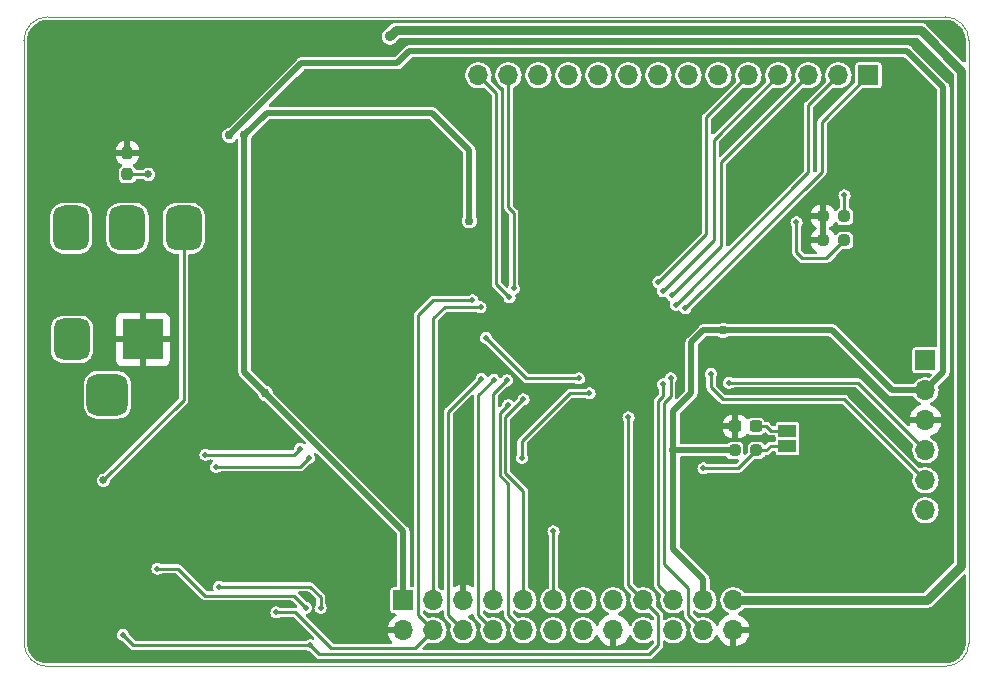
<source format=gbr>
%TF.GenerationSoftware,KiCad,Pcbnew,(5.99.0-10407-g1e8b23402c)*%
%TF.CreationDate,2021-04-27T17:36:09+08:00*%
%TF.ProjectId,PIC32MX150,50494333-324d-4583-9135-302e6b696361,rev?*%
%TF.SameCoordinates,Original*%
%TF.FileFunction,Copper,L2,Bot*%
%TF.FilePolarity,Positive*%
%FSLAX46Y46*%
G04 Gerber Fmt 4.6, Leading zero omitted, Abs format (unit mm)*
G04 Created by KiCad (PCBNEW (5.99.0-10407-g1e8b23402c)) date 2021-04-27 17:36:09*
%MOMM*%
%LPD*%
G01*
G04 APERTURE LIST*
G04 Aperture macros list*
%AMRoundRect*
0 Rectangle with rounded corners*
0 $1 Rounding radius*
0 $2 $3 $4 $5 $6 $7 $8 $9 X,Y pos of 4 corners*
0 Add a 4 corners polygon primitive as box body*
4,1,4,$2,$3,$4,$5,$6,$7,$8,$9,$2,$3,0*
0 Add four circle primitives for the rounded corners*
1,1,$1+$1,$2,$3*
1,1,$1+$1,$4,$5*
1,1,$1+$1,$6,$7*
1,1,$1+$1,$8,$9*
0 Add four rect primitives between the rounded corners*
20,1,$1+$1,$2,$3,$4,$5,0*
20,1,$1+$1,$4,$5,$6,$7,0*
20,1,$1+$1,$6,$7,$8,$9,0*
20,1,$1+$1,$8,$9,$2,$3,0*%
G04 Aperture macros list end*
%TA.AperFunction,Profile*%
%ADD10C,0.050000*%
%TD*%
%TA.AperFunction,ComponentPad*%
%ADD11R,1.700000X1.700000*%
%TD*%
%TA.AperFunction,ComponentPad*%
%ADD12O,1.700000X1.700000*%
%TD*%
%TA.AperFunction,ComponentPad*%
%ADD13RoundRect,0.914400X-0.609600X-0.990600X0.609600X-0.990600X0.609600X0.990600X-0.609600X0.990600X0*%
%TD*%
%TA.AperFunction,ComponentPad*%
%ADD14R,3.500000X3.500000*%
%TD*%
%TA.AperFunction,ComponentPad*%
%ADD15RoundRect,0.750000X-0.750000X-1.000000X0.750000X-1.000000X0.750000X1.000000X-0.750000X1.000000X0*%
%TD*%
%TA.AperFunction,ComponentPad*%
%ADD16RoundRect,0.875000X-0.875000X-0.875000X0.875000X-0.875000X0.875000X0.875000X-0.875000X0.875000X0*%
%TD*%
%TA.AperFunction,SMDPad,CuDef*%
%ADD17RoundRect,0.237500X0.300000X0.237500X-0.300000X0.237500X-0.300000X-0.237500X0.300000X-0.237500X0*%
%TD*%
%TA.AperFunction,SMDPad,CuDef*%
%ADD18RoundRect,0.237500X-0.250000X-0.237500X0.250000X-0.237500X0.250000X0.237500X-0.250000X0.237500X0*%
%TD*%
%TA.AperFunction,SMDPad,CuDef*%
%ADD19R,1.500000X1.000000*%
%TD*%
%TA.AperFunction,SMDPad,CuDef*%
%ADD20RoundRect,0.237500X0.237500X-0.250000X0.237500X0.250000X-0.237500X0.250000X-0.237500X-0.250000X0*%
%TD*%
%TA.AperFunction,SMDPad,CuDef*%
%ADD21RoundRect,0.237500X0.250000X0.237500X-0.250000X0.237500X-0.250000X-0.237500X0.250000X-0.237500X0*%
%TD*%
%TA.AperFunction,ViaPad*%
%ADD22C,0.508000*%
%TD*%
%TA.AperFunction,ViaPad*%
%ADD23C,0.762000*%
%TD*%
%TA.AperFunction,ViaPad*%
%ADD24C,0.889000*%
%TD*%
%TA.AperFunction,ViaPad*%
%ADD25C,0.635000*%
%TD*%
%TA.AperFunction,Conductor*%
%ADD26C,0.508000*%
%TD*%
%TA.AperFunction,Conductor*%
%ADD27C,0.254000*%
%TD*%
%TA.AperFunction,Conductor*%
%ADD28C,0.762000*%
%TD*%
G04 APERTURE END LIST*
D10*
X118000000Y-40000000D02*
G75*
G02*
X120000000Y-42000000I0J-2000000D01*
G01*
X42000000Y-95000000D02*
G75*
G02*
X40000000Y-93000000I0J2000000D01*
G01*
X120000000Y-93000000D02*
G75*
G02*
X118000000Y-95000000I-2000000J0D01*
G01*
X42000000Y-95000000D02*
X118000000Y-95000000D01*
X40000000Y-42000000D02*
X40000000Y-93000000D01*
X40000000Y-42000000D02*
G75*
G02*
X42000000Y-40000000I2000000J0D01*
G01*
X118000000Y-40000000D02*
X42000000Y-40000000D01*
X120000000Y-93000000D02*
X120000000Y-42000000D01*
D11*
%TO.P,J1,1,Pin_1*%
%TO.N,+3V3*%
X72136000Y-89408000D03*
D12*
%TO.P,J1,2,Pin_2*%
%TO.N,GND*%
X72136000Y-91948000D03*
%TO.P,J1,3,Pin_3*%
%TO.N,/RB8|U2RX*%
X74676000Y-89408000D03*
%TO.P,J1,4,Pin_4*%
%TO.N,/RB7|SS1*%
X74676000Y-91948000D03*
%TO.P,J1,5,Pin_5*%
%TO.N,GND*%
X77216000Y-89408000D03*
%TO.P,J1,6,Pin_6*%
%TO.N,/RB9|U2TX*%
X77216000Y-91948000D03*
%TO.P,J1,7,Pin_7*%
%TO.N,/RC7*%
X79756000Y-89408000D03*
%TO.P,J1,8,Pin_8*%
%TO.N,/RC6|SDO1*%
X79756000Y-91948000D03*
%TO.P,J1,9,Pin_9*%
%TO.N,/RC9*%
X82296000Y-89408000D03*
%TO.P,J1,10,Pin_10*%
%TO.N,/RC8|SDI1*%
X82296000Y-91948000D03*
%TO.P,J1,11,Pin_11*%
%TO.N,/RB12*%
X84836000Y-89408000D03*
%TO.P,J1,12,Pin_12*%
%TO.N,/RB10*%
X84836000Y-91948000D03*
%TO.P,J1,13,Pin_13*%
%TO.N,/RB13|U1RX*%
X87376000Y-89408000D03*
%TO.P,J1,14,Pin_14*%
%TO.N,/RB11*%
X87376000Y-91948000D03*
%TO.P,J1,15,Pin_15*%
%TO.N,/RA10*%
X89916000Y-89408000D03*
%TO.P,J1,16,Pin_16*%
%TO.N,GND*%
X89916000Y-91948000D03*
%TO.P,J1,17,Pin_17*%
%TO.N,/RB14|SCK1*%
X92456000Y-89408000D03*
%TO.P,J1,18,Pin_18*%
%TO.N,/RA7*%
X92456000Y-91948000D03*
%TO.P,J1,19,Pin_19*%
%TO.N,/AN0*%
X94996000Y-89408000D03*
%TO.P,J1,20,Pin_20*%
%TO.N,/RB15|U1TX*%
X94996000Y-91948000D03*
%TO.P,J1,21,Pin_21*%
%TO.N,+3V3*%
X97536000Y-89408000D03*
%TO.P,J1,22,Pin_22*%
%TO.N,/AN1*%
X97536000Y-91948000D03*
%TO.P,J1,23,Pin_23*%
%TO.N,+5V*%
X100076000Y-89408000D03*
%TO.P,J1,24,Pin_24*%
%TO.N,GND*%
X100076000Y-91948000D03*
%TD*%
D11*
%TO.P,J4,1,Pin_1*%
%TO.N,/MCLR*%
X116332000Y-69088000D03*
D12*
%TO.P,J4,2,Pin_2*%
%TO.N,+3V3*%
X116332000Y-71628000D03*
%TO.P,J4,3,Pin_3*%
%TO.N,GND*%
X116332000Y-74168000D03*
%TO.P,J4,4,Pin_4*%
%TO.N,/PGD*%
X116332000Y-76708000D03*
%TO.P,J4,5,Pin_5*%
%TO.N,/PGC*%
X116332000Y-79248000D03*
%TO.P,J4,6,Pin_6*%
%TO.N,N/C*%
X116332000Y-81788000D03*
%TD*%
D11*
%TO.P,J5,1,Pin_1*%
%TO.N,/RB2|SDA2*%
X111506000Y-44958000D03*
D12*
%TO.P,J5,2,Pin_2*%
%TO.N,/RB3|SCL2*%
X108966000Y-44958000D03*
%TO.P,J5,3,Pin_3*%
%TO.N,/RC0*%
X106426000Y-44958000D03*
%TO.P,J5,4,Pin_4*%
%TO.N,/RC1*%
X103886000Y-44958000D03*
%TO.P,J5,5,Pin_5*%
%TO.N,/RC2*%
X101346000Y-44958000D03*
%TO.P,J5,6,Pin_6*%
%TO.N,/RA8*%
X98806000Y-44958000D03*
%TO.P,J5,7,Pin_7*%
%TO.N,/RB4*%
X96266000Y-44958000D03*
%TO.P,J5,8,Pin_8*%
%TO.N,/RA4*%
X93726000Y-44958000D03*
%TO.P,J5,9,Pin_9*%
%TO.N,/RA9*%
X91186000Y-44958000D03*
%TO.P,J5,10,Pin_10*%
%TO.N,/RC3*%
X88646000Y-44958000D03*
%TO.P,J5,11,Pin_11*%
%TO.N,/RC4*%
X86106000Y-44958000D03*
%TO.P,J5,12,Pin_12*%
%TO.N,/RC5*%
X83566000Y-44958000D03*
%TO.P,J5,13,Pin_13*%
%TO.N,/RB5*%
X81026000Y-44958000D03*
%TO.P,J5,14,Pin_14*%
%TO.N,/RB6*%
X78486000Y-44958000D03*
%TD*%
D13*
%TO.P,SW2,1,A*%
%TO.N,/PWR_DC*%
X44005500Y-57912000D03*
%TO.P,SW2,2,B*%
%TO.N,+5V*%
X48768000Y-57912000D03*
%TO.P,SW2,3,C*%
%TO.N,/PWR_USB*%
X53530500Y-57912000D03*
%TD*%
D14*
%TO.P,J3,1*%
%TO.N,GND*%
X50069000Y-67310000D03*
D15*
%TO.P,J3,2*%
%TO.N,/PWR_DC*%
X44069000Y-67310000D03*
D16*
%TO.P,J3,3*%
%TO.N,N/C*%
X47069000Y-72010000D03*
%TD*%
D17*
%TO.P,C7,1*%
%TO.N,Net-(C7-Pad1)*%
X101954500Y-74676000D03*
%TO.P,C7,2*%
%TO.N,GND*%
X100229500Y-74676000D03*
%TD*%
D18*
%TO.P,R1,1*%
%TO.N,+3V3*%
X100179500Y-76708000D03*
%TO.P,R1,2*%
%TO.N,Net-(JP1-Pad1)*%
X102004500Y-76708000D03*
%TD*%
D19*
%TO.P,JP1,1,1*%
%TO.N,Net-(JP1-Pad1)*%
X104648000Y-76342000D03*
%TO.P,JP1,2,2*%
%TO.N,Net-(C7-Pad1)*%
X104648000Y-75042000D03*
%TD*%
D20*
%TO.P,R7,1*%
%TO.N,Net-(D4-Pad1)*%
X48768000Y-53340000D03*
%TO.P,R7,2*%
%TO.N,GND*%
X48768000Y-51515000D03*
%TD*%
D21*
%TO.P,R6,1*%
%TO.N,Net-(D2-Pad1)*%
X109474000Y-56896000D03*
%TO.P,R6,2*%
%TO.N,GND*%
X107649000Y-56896000D03*
%TD*%
%TO.P,R8,1*%
%TO.N,Net-(D3-Pad1)*%
X109474000Y-58928000D03*
%TO.P,R8,2*%
%TO.N,GND*%
X107649000Y-58928000D03*
%TD*%
D22*
%TO.N,GND*%
X65278000Y-45212000D03*
X65278000Y-47244000D03*
X65278000Y-49276000D03*
X65278000Y-51308000D03*
X63500000Y-51308000D03*
X59055000Y-43688000D03*
X57277000Y-45720000D03*
X59055000Y-45720000D03*
X61722000Y-51308000D03*
X73406000Y-44196000D03*
X74422000Y-45212000D03*
X61722000Y-53086000D03*
X61722000Y-54864000D03*
X52959000Y-46228000D03*
X76073000Y-57150000D03*
X76073000Y-54610000D03*
X87884000Y-62103000D03*
X87884000Y-64643000D03*
X82804000Y-67183000D03*
X85344000Y-67183000D03*
X87884000Y-67183000D03*
X90424000Y-67183000D03*
X92964000Y-67183000D03*
X87884000Y-69723000D03*
X101092000Y-85852000D03*
X87122000Y-81153000D03*
X102108000Y-52070000D03*
X105918000Y-64516000D03*
X54864000Y-70358000D03*
X113538000Y-61976000D03*
X90424000Y-46990000D03*
X43942000Y-45720000D03*
X93726000Y-50800000D03*
X89662000Y-82423000D03*
X110998000Y-64516000D03*
X54864000Y-65278000D03*
X68834000Y-62738000D03*
X49276000Y-75438000D03*
X51308000Y-51562000D03*
X108458000Y-61976000D03*
X88900000Y-54102000D03*
X65786000Y-57404000D03*
X113792000Y-51054000D03*
X87122000Y-78613000D03*
X77216000Y-81280000D03*
X113538000Y-64516000D03*
X89662000Y-79883000D03*
X103378000Y-70104000D03*
X51308000Y-49784000D03*
X41402000Y-53340000D03*
X82296000Y-57150000D03*
X87122000Y-77343000D03*
X101092000Y-80772000D03*
X41402000Y-50800000D03*
X100838000Y-67564000D03*
X105918000Y-70104000D03*
X43942000Y-48260000D03*
X103378000Y-67564000D03*
X57404000Y-65278000D03*
X65786000Y-58674000D03*
X66294000Y-62738000D03*
X43942000Y-53340000D03*
X46736000Y-75438000D03*
X108712000Y-80772000D03*
X92710000Y-73914000D03*
X51308000Y-48006000D03*
X57404000Y-70358000D03*
X108458000Y-64516000D03*
X89662000Y-77343000D03*
X86868000Y-55626000D03*
X115824000Y-51054000D03*
X43942000Y-43180000D03*
X106172000Y-83312000D03*
X66294000Y-75692000D03*
X61214000Y-67818000D03*
X77216000Y-83312000D03*
X111252000Y-80772000D03*
X82296000Y-49530000D03*
X78994000Y-55880000D03*
X57277000Y-43688000D03*
X111252000Y-85852000D03*
X100838000Y-64516000D03*
X106172000Y-80772000D03*
X82296000Y-54610000D03*
X68834000Y-75692000D03*
X63500000Y-53086000D03*
X103632000Y-80772000D03*
X68834000Y-73152000D03*
X95758000Y-50800000D03*
X86868000Y-54102000D03*
X43942000Y-50800000D03*
X63754000Y-65278000D03*
X41402000Y-45720000D03*
X113792000Y-54102000D03*
X54864000Y-62738000D03*
X52959000Y-48006000D03*
X66294000Y-65278000D03*
X100076000Y-50038000D03*
X41402000Y-48260000D03*
X105918000Y-67564000D03*
X52959000Y-51562000D03*
X100838000Y-70104000D03*
X106172000Y-85852000D03*
X68834000Y-67818000D03*
X87122000Y-79883000D03*
X61722000Y-56642000D03*
X63754000Y-62738000D03*
X101092000Y-83312000D03*
X103378000Y-64516000D03*
X57404000Y-67818000D03*
X92964000Y-46990000D03*
X115824000Y-54102000D03*
X68834000Y-65278000D03*
X89662000Y-81153000D03*
X103378000Y-59436000D03*
X103378000Y-61976000D03*
X87122000Y-82423000D03*
X108712000Y-85852000D03*
X110998000Y-61976000D03*
X57404000Y-62738000D03*
X63754000Y-67818000D03*
X78994000Y-53340000D03*
X103378000Y-53340000D03*
X82296000Y-46990000D03*
X77216000Y-85090000D03*
X89662000Y-78613000D03*
X44196000Y-75438000D03*
X61214000Y-65278000D03*
X102108000Y-54610000D03*
X66802000Y-57404000D03*
X108712000Y-83312000D03*
X85344000Y-46990000D03*
X66802000Y-58674000D03*
X87884000Y-46990000D03*
X66294000Y-70358000D03*
X86868000Y-57150000D03*
X54864000Y-67818000D03*
X61214000Y-62738000D03*
X82296000Y-52070000D03*
X66294000Y-67818000D03*
X41656000Y-75438000D03*
X71374000Y-75692000D03*
X71374000Y-70612000D03*
X95758000Y-48768000D03*
X52959000Y-49784000D03*
X105918000Y-61976000D03*
X63754000Y-70358000D03*
X103632000Y-83312000D03*
X98806000Y-48768000D03*
X77216000Y-79248000D03*
X103632000Y-85852000D03*
X111252000Y-83312000D03*
X41402000Y-43180000D03*
X63754000Y-73152000D03*
X100838000Y-53340000D03*
X88900000Y-55626000D03*
X88900000Y-57150000D03*
X71374000Y-73152000D03*
D23*
%TO.N,+3V3*%
X99187000Y-66548000D03*
X94996000Y-76708000D03*
X57404000Y-50038000D03*
X77724000Y-57277000D03*
X60452000Y-71882000D03*
X58674000Y-50038000D03*
D24*
%TO.N,+5V*%
X70993000Y-41656000D03*
D25*
%TO.N,/PWR_USB*%
X46736000Y-79248000D03*
D22*
%TO.N,/RB12*%
X84836000Y-83566000D03*
%TO.N,/PGC*%
X98171000Y-70231000D03*
%TO.N,/PGD*%
X99695000Y-70993000D03*
%TO.N,/AN1*%
X94754113Y-70612000D03*
%TO.N,/AN0*%
X94130742Y-71120000D03*
%TO.N,/RC2*%
X93726000Y-62453371D03*
%TO.N,/RC1*%
X94085887Y-63224855D03*
%TO.N,/RC0*%
X94869006Y-63573107D03*
%TO.N,/RB5*%
X81477258Y-62992000D03*
%TO.N,/RB6*%
X81107887Y-63754000D03*
%TO.N,/RB14|SCK1*%
X64262000Y-93218000D03*
X91186000Y-73914000D03*
X48387000Y-92329000D03*
%TO.N,/RB7|SS1*%
X61371000Y-90424000D03*
X77978000Y-64008000D03*
%TO.N,/RC7*%
X80899000Y-70754887D03*
%TO.N,/RC9*%
X82296000Y-72390000D03*
%TO.N,/RC6|SDO1*%
X65121000Y-90043000D03*
X79783517Y-70739000D03*
X56515000Y-88265000D03*
%TO.N,Net-(JP1-Pad1)*%
X97536000Y-78232000D03*
D25*
%TO.N,Net-(D4-Pad1)*%
X50546000Y-53340000D03*
D22*
%TO.N,/RB15|U1TX*%
X55372000Y-77089000D03*
X86995000Y-70612000D03*
X63373000Y-76581000D03*
X79121000Y-67183000D03*
%TO.N,/RB13|U1RX*%
X64135000Y-77343000D03*
X82169000Y-77343000D03*
X87884000Y-71882000D03*
X56261000Y-78105000D03*
%TO.N,/RB9|U2TX*%
X78740000Y-70651146D03*
%TO.N,/RB8|U2RX*%
X78663800Y-64592200D03*
%TO.N,Net-(D2-Pad1)*%
X109474000Y-55118000D03*
%TO.N,Net-(D3-Pad1)*%
X105410000Y-57404000D03*
%TO.N,/RB2|SDA2*%
X96012000Y-64692854D03*
%TO.N,/RB3|SCL2*%
X95184483Y-64389000D03*
%TO.N,/RC8|SDI1*%
X51308000Y-86741000D03*
X80990071Y-72869731D03*
X63871000Y-90043000D03*
%TD*%
D26*
%TO.N,+3V3*%
X114808000Y-42926000D02*
X117856000Y-45974000D01*
X94996000Y-76708000D02*
X100179500Y-76708000D01*
X94996000Y-73406000D02*
X96520000Y-71882000D01*
X97536000Y-66548000D02*
X99187000Y-66548000D01*
X58674000Y-70104000D02*
X58674000Y-50038000D01*
X63500000Y-43942000D02*
X71628000Y-43942000D01*
X97536000Y-87630000D02*
X97536000Y-89408000D01*
X71628000Y-43942000D02*
X72644000Y-42926000D01*
X117856000Y-45974000D02*
X117856000Y-70104000D01*
X77724000Y-57277000D02*
X77724000Y-51308000D01*
X60579000Y-48133000D02*
X58674000Y-50038000D01*
X77724000Y-51308000D02*
X74549000Y-48133000D01*
X116332000Y-71628000D02*
X113538000Y-71628000D01*
X117856000Y-70104000D02*
X116332000Y-71628000D01*
X96520000Y-71882000D02*
X96520000Y-67564000D01*
X94996000Y-73406000D02*
X95250000Y-73152000D01*
X60452000Y-71882000D02*
X58674000Y-70104000D01*
X108458000Y-66548000D02*
X99187000Y-66548000D01*
X72644000Y-42926000D02*
X114808000Y-42926000D01*
X72136000Y-89408000D02*
X72136000Y-83566000D01*
X96520000Y-67564000D02*
X97536000Y-66548000D01*
X72136000Y-83566000D02*
X60452000Y-71882000D01*
X94996000Y-76708000D02*
X94996000Y-85090000D01*
X94996000Y-85090000D02*
X97536000Y-87630000D01*
X94996000Y-76708000D02*
X94996000Y-73406000D01*
X57404000Y-50038000D02*
X63500000Y-43942000D01*
X74549000Y-48133000D02*
X60579000Y-48133000D01*
X113538000Y-71628000D02*
X108458000Y-66548000D01*
D27*
%TO.N,Net-(C7-Pad1)*%
X101954500Y-74676000D02*
X102870000Y-74676000D01*
X102870000Y-74676000D02*
X103236000Y-75042000D01*
X103236000Y-75042000D02*
X104648000Y-75042000D01*
D28*
%TO.N,+5V*%
X71501000Y-41148000D02*
X115951000Y-41148000D01*
X70993000Y-41656000D02*
X71501000Y-41148000D01*
X115951000Y-41148000D02*
X119380000Y-44577000D01*
X119380000Y-86487000D02*
X116459000Y-89408000D01*
X119380000Y-44577000D02*
X119380000Y-86487000D01*
X116459000Y-89408000D02*
X100076000Y-89408000D01*
D27*
%TO.N,/PWR_USB*%
X46736000Y-79248000D02*
X53530500Y-72453500D01*
X53530500Y-72453500D02*
X53530500Y-57912000D01*
%TO.N,/RB12*%
X84836000Y-83566000D02*
X84836000Y-89408000D01*
%TO.N,/PGC*%
X99187000Y-72390000D02*
X109474000Y-72390000D01*
X98171000Y-70231000D02*
X98171000Y-71374000D01*
X98171000Y-71374000D02*
X99187000Y-72390000D01*
X109474000Y-72390000D02*
X116332000Y-79248000D01*
%TO.N,/PGD*%
X99695000Y-70993000D02*
X110617000Y-70993000D01*
X110617000Y-70993000D02*
X116332000Y-76708000D01*
%TO.N,/AN1*%
X96266000Y-88392000D02*
X96266000Y-90678000D01*
X94234000Y-72655592D02*
X94234000Y-86360000D01*
X94754113Y-70612000D02*
X94754113Y-72135479D01*
X94754113Y-72135479D02*
X94234000Y-72655592D01*
X94234000Y-86360000D02*
X96266000Y-88392000D01*
X96266000Y-90678000D02*
X97536000Y-91948000D01*
%TO.N,/AN0*%
X93726000Y-88138000D02*
X94996000Y-89408000D01*
X94130742Y-72112258D02*
X93726000Y-72517000D01*
X94130742Y-71120000D02*
X94130742Y-72112258D01*
X93726000Y-72517000D02*
X93726000Y-88138000D01*
%TO.N,/RC2*%
X97790000Y-48514000D02*
X97790000Y-58389371D01*
X97790000Y-58389371D02*
X93726000Y-62453371D01*
X101346000Y-44958000D02*
X97790000Y-48514000D01*
%TO.N,/RC1*%
X98425000Y-58885742D02*
X94085887Y-63224855D01*
X103886000Y-44958000D02*
X98425000Y-50419000D01*
X98425000Y-50419000D02*
X98425000Y-58885742D01*
%TO.N,/RC0*%
X106426000Y-44958000D02*
X103124000Y-48260000D01*
X99060000Y-52324000D02*
X103124000Y-48260000D01*
X99060000Y-59382113D02*
X99060000Y-52324000D01*
X99060000Y-59382113D02*
X94869006Y-63573107D01*
%TO.N,/RB5*%
X81477258Y-56585258D02*
X81026000Y-56134000D01*
X81026000Y-56134000D02*
X81026000Y-44958000D01*
X81477258Y-62992000D02*
X81477258Y-56585258D01*
%TO.N,/RB6*%
X80010000Y-46482000D02*
X78486000Y-44958000D01*
X81107887Y-63754000D02*
X80010000Y-62656113D01*
X80010000Y-62656113D02*
X80010000Y-46482000D01*
%TO.N,/RB14|SCK1*%
X93726000Y-93218000D02*
X93726000Y-90678000D01*
X92456000Y-89408000D02*
X91186000Y-88138000D01*
X64262000Y-93218000D02*
X65024000Y-93980000D01*
X65024000Y-93980000D02*
X65044000Y-93980000D01*
X49276000Y-93218000D02*
X48387000Y-92329000D01*
X93726000Y-90678000D02*
X92456000Y-89408000D01*
X65024000Y-93980000D02*
X92964000Y-93980000D01*
X91186000Y-88138000D02*
X91186000Y-73914000D01*
X64262000Y-93218000D02*
X49276000Y-93218000D01*
X92964000Y-93980000D02*
X93726000Y-93218000D01*
%TO.N,/RB7|SS1*%
X62992000Y-90424000D02*
X66040000Y-93472000D01*
X66040000Y-93472000D02*
X73152000Y-93472000D01*
X74676000Y-91948000D02*
X73406000Y-90678000D01*
X73406000Y-90678000D02*
X73406000Y-65278000D01*
X74676000Y-64008000D02*
X77978000Y-64008000D01*
X61371000Y-90424000D02*
X62992000Y-90424000D01*
X73152000Y-93472000D02*
X74676000Y-91948000D01*
X73406000Y-65278000D02*
X74676000Y-64008000D01*
%TO.N,/RC7*%
X79756000Y-71897887D02*
X80899000Y-70754887D01*
X79756000Y-89408000D02*
X79756000Y-71897887D01*
%TO.N,/RC9*%
X80772000Y-78613000D02*
X82296000Y-80137000D01*
X82296000Y-80137000D02*
X82296000Y-89408000D01*
X82296000Y-72390000D02*
X80772000Y-73914000D01*
X80772000Y-73914000D02*
X80772000Y-78613000D01*
%TO.N,/RC6|SDO1*%
X78486000Y-72036517D02*
X79783517Y-70739000D01*
X65121000Y-89124000D02*
X64262000Y-88265000D01*
X78486000Y-90678000D02*
X78486000Y-72036517D01*
X79756000Y-91948000D02*
X78486000Y-90678000D01*
X65121000Y-90043000D02*
X65121000Y-89124000D01*
X64262000Y-88265000D02*
X56515000Y-88265000D01*
%TO.N,Net-(JP1-Pad1)*%
X102004500Y-76708000D02*
X102870000Y-76708000D01*
X97536000Y-78232000D02*
X100480500Y-78232000D01*
X103236000Y-76342000D02*
X104648000Y-76342000D01*
X102870000Y-76708000D02*
X103236000Y-76342000D01*
X100480500Y-78232000D02*
X102004500Y-76708000D01*
%TO.N,Net-(D4-Pad1)*%
X50546000Y-53340000D02*
X48768000Y-53340000D01*
%TO.N,/RB15|U1TX*%
X86995000Y-70612000D02*
X86995000Y-70612000D01*
X62865000Y-77089000D02*
X63373000Y-76581000D01*
X55372000Y-77089000D02*
X62865000Y-77089000D01*
X79121000Y-67183000D02*
X82550000Y-70612000D01*
X82550000Y-70612000D02*
X86995000Y-70612000D01*
%TO.N,/RB13|U1RX*%
X82169000Y-75946000D02*
X82169000Y-77343000D01*
X86233000Y-71882000D02*
X82169000Y-75946000D01*
X63373000Y-78105000D02*
X64135000Y-77343000D01*
X56261000Y-78105000D02*
X63373000Y-78105000D01*
X87884000Y-71882000D02*
X86233000Y-71882000D01*
%TO.N,/RB9|U2TX*%
X75946000Y-73445146D02*
X78740000Y-70651146D01*
X77216000Y-91948000D02*
X75946000Y-90678000D01*
X75946000Y-90678000D02*
X75946000Y-73445146D01*
%TO.N,/RB8|U2RX*%
X78663800Y-64592200D02*
X75615800Y-64592200D01*
X74676000Y-65532000D02*
X74676000Y-89408000D01*
X75615800Y-64592200D02*
X74676000Y-65532000D01*
%TO.N,Net-(D2-Pad1)*%
X109474000Y-56896000D02*
X109474000Y-55118000D01*
%TO.N,Net-(D3-Pad1)*%
X105410000Y-59944000D02*
X105918000Y-60452000D01*
X105918000Y-60452000D02*
X107950000Y-60452000D01*
X105410000Y-57404000D02*
X105410000Y-59944000D01*
X107950000Y-60452000D02*
X109474000Y-58928000D01*
%TO.N,/RB2|SDA2*%
X107569000Y-53135854D02*
X107569000Y-48895000D01*
X96012000Y-64692854D02*
X107569000Y-53135854D01*
X107569000Y-48895000D02*
X111506000Y-44958000D01*
%TO.N,/RB3|SCL2*%
X95184483Y-64389000D02*
X106426000Y-53147483D01*
X106426000Y-53147483D02*
X106426000Y-47498000D01*
X106426000Y-47498000D02*
X108966000Y-44958000D01*
%TO.N,/RC8|SDI1*%
X81026000Y-90678000D02*
X81026000Y-79513592D01*
X80314789Y-78802382D02*
X80314789Y-73545013D01*
X80314789Y-73545013D02*
X80990071Y-72869731D01*
X55372000Y-89027000D02*
X62855000Y-89027000D01*
X53086000Y-86741000D02*
X55372000Y-89027000D01*
X81026000Y-79513592D02*
X80314789Y-78802382D01*
X82296000Y-91948000D02*
X81026000Y-90678000D01*
X53086000Y-86741000D02*
X51308000Y-86741000D01*
X63871000Y-90043000D02*
X62855000Y-89027000D01*
%TD*%
%TA.AperFunction,Conductor*%
%TO.N,GND*%
G36*
X117962762Y-40256889D02*
G01*
X117970152Y-40258499D01*
X117976343Y-40258612D01*
X117976345Y-40258612D01*
X118012676Y-40259274D01*
X118079089Y-40260484D01*
X118085760Y-40260783D01*
X118146687Y-40265140D01*
X118155612Y-40266100D01*
X118339199Y-40292496D01*
X118348040Y-40294091D01*
X118390703Y-40303372D01*
X118392074Y-40303670D01*
X118400788Y-40305894D01*
X118578730Y-40358142D01*
X118587246Y-40360976D01*
X118629521Y-40376743D01*
X118637811Y-40380178D01*
X118806493Y-40457213D01*
X118806497Y-40457215D01*
X118814535Y-40461238D01*
X118854123Y-40482855D01*
X118861844Y-40487436D01*
X118900924Y-40512551D01*
X119017855Y-40587699D01*
X119025241Y-40592828D01*
X119061334Y-40619846D01*
X119068334Y-40625486D01*
X119118925Y-40669323D01*
X119208472Y-40746915D01*
X119215055Y-40753045D01*
X119246955Y-40784945D01*
X119253085Y-40791528D01*
X119374510Y-40931661D01*
X119380144Y-40938652D01*
X119407189Y-40974779D01*
X119412294Y-40982131D01*
X119512561Y-41138151D01*
X119517149Y-41145884D01*
X119538768Y-41185476D01*
X119542786Y-41193503D01*
X119619829Y-41362204D01*
X119623258Y-41370483D01*
X119633705Y-41398491D01*
X119639017Y-41412735D01*
X119641856Y-41421263D01*
X119694107Y-41599214D01*
X119696328Y-41607915D01*
X119705910Y-41651965D01*
X119707507Y-41660816D01*
X119733900Y-41844387D01*
X119734861Y-41853329D01*
X119739217Y-41914229D01*
X119739516Y-41920911D01*
X119741501Y-42029849D01*
X119742819Y-42035895D01*
X119742819Y-42035899D01*
X119743111Y-42037238D01*
X119746000Y-42064066D01*
X119746000Y-43740078D01*
X119725998Y-43808199D01*
X119672342Y-43854692D01*
X119602068Y-43864796D01*
X119537488Y-43835302D01*
X119530905Y-43829173D01*
X118057876Y-42356143D01*
X116455870Y-40754137D01*
X116448559Y-40746104D01*
X116444514Y-40739730D01*
X116395880Y-40694060D01*
X116393039Y-40691306D01*
X116372379Y-40670646D01*
X116369253Y-40668221D01*
X116369246Y-40668215D01*
X116368844Y-40667904D01*
X116359815Y-40660193D01*
X116333252Y-40635249D01*
X116327476Y-40629825D01*
X116309646Y-40620023D01*
X116293123Y-40609169D01*
X116287475Y-40604788D01*
X116277041Y-40596694D01*
X116236315Y-40579070D01*
X116225668Y-40573854D01*
X116186784Y-40552478D01*
X116167079Y-40547419D01*
X116148370Y-40541014D01*
X116136967Y-40536079D01*
X116136964Y-40536078D01*
X116129694Y-40532932D01*
X116121869Y-40531693D01*
X116121867Y-40531692D01*
X116085872Y-40525991D01*
X116074251Y-40523584D01*
X116041352Y-40515138D01*
X116031276Y-40512551D01*
X116030465Y-40512500D01*
X116010604Y-40512500D01*
X115990894Y-40510949D01*
X115978948Y-40509057D01*
X115971119Y-40507817D01*
X115944395Y-40510343D01*
X115927488Y-40511941D01*
X115915631Y-40512500D01*
X71579483Y-40512500D01*
X71568639Y-40511989D01*
X71561276Y-40510343D01*
X71494623Y-40512438D01*
X71490667Y-40512500D01*
X71461420Y-40512500D01*
X71456982Y-40513061D01*
X71445150Y-40513993D01*
X71400803Y-40515387D01*
X71381268Y-40521062D01*
X71361916Y-40525069D01*
X71349582Y-40526627D01*
X71349574Y-40526629D01*
X71341714Y-40527622D01*
X71320354Y-40536079D01*
X71300461Y-40543955D01*
X71289231Y-40547800D01*
X71254239Y-40557966D01*
X71254237Y-40557967D01*
X71246626Y-40560178D01*
X71239802Y-40564214D01*
X71239799Y-40564215D01*
X71229105Y-40570539D01*
X71211357Y-40579234D01*
X71199810Y-40583806D01*
X71199806Y-40583808D01*
X71192437Y-40586726D01*
X71156541Y-40612807D01*
X71146631Y-40619316D01*
X71108433Y-40641906D01*
X71107824Y-40642444D01*
X71093786Y-40656482D01*
X71078752Y-40669323D01*
X71068961Y-40676436D01*
X71068958Y-40676439D01*
X71062548Y-40681096D01*
X71034601Y-40714878D01*
X71026611Y-40723657D01*
X70774934Y-40975334D01*
X70743629Y-40998205D01*
X70597293Y-41073735D01*
X70591571Y-41078727D01*
X70591569Y-41078728D01*
X70475551Y-41179937D01*
X70475548Y-41179940D01*
X70469826Y-41184932D01*
X70372562Y-41323324D01*
X70346200Y-41390940D01*
X70334376Y-41421267D01*
X70311117Y-41480922D01*
X70310125Y-41488455D01*
X70310125Y-41488456D01*
X70291553Y-41629533D01*
X70289039Y-41648628D01*
X70307600Y-41816759D01*
X70310210Y-41823891D01*
X70330017Y-41878015D01*
X70365731Y-41975609D01*
X70369967Y-41981912D01*
X70369967Y-41981913D01*
X70425172Y-42064066D01*
X70460075Y-42116008D01*
X70465694Y-42121121D01*
X70465695Y-42121122D01*
X70483646Y-42137456D01*
X70585186Y-42229850D01*
X70591859Y-42233473D01*
X70727163Y-42306938D01*
X70727165Y-42306939D01*
X70733840Y-42310563D01*
X70741189Y-42312491D01*
X70890106Y-42351558D01*
X70890108Y-42351558D01*
X70897456Y-42353486D01*
X70986731Y-42354888D01*
X71058990Y-42356024D01*
X71058993Y-42356024D01*
X71066588Y-42356143D01*
X71073992Y-42354447D01*
X71073994Y-42354447D01*
X71135421Y-42340378D01*
X71231471Y-42318380D01*
X71254221Y-42306938D01*
X71375805Y-42245789D01*
X71375808Y-42245787D01*
X71382588Y-42242377D01*
X71511212Y-42132521D01*
X71609920Y-41995155D01*
X71638864Y-41923156D01*
X71666675Y-41881058D01*
X71727328Y-41820405D01*
X71789639Y-41786380D01*
X71816423Y-41783500D01*
X115635577Y-41783500D01*
X115703698Y-41803502D01*
X115724672Y-41820405D01*
X118707595Y-44803327D01*
X118741621Y-44865639D01*
X118744500Y-44892422D01*
X118744500Y-86171577D01*
X118724498Y-86239698D01*
X118707595Y-86260672D01*
X116232672Y-88735595D01*
X116170360Y-88769621D01*
X116143577Y-88772500D01*
X101042547Y-88772500D01*
X100974426Y-88752498D01*
X100943461Y-88724333D01*
X100940337Y-88720355D01*
X100911311Y-88683404D01*
X100883175Y-88647584D01*
X100883171Y-88647580D01*
X100879469Y-88642867D01*
X100720290Y-88504739D01*
X100558783Y-88411305D01*
X100543062Y-88402210D01*
X100543061Y-88402210D01*
X100537864Y-88399203D01*
X100532195Y-88397234D01*
X100532192Y-88397233D01*
X100344442Y-88332035D01*
X100338772Y-88330066D01*
X100332834Y-88329205D01*
X100136139Y-88300686D01*
X100136136Y-88300686D01*
X100130199Y-88299825D01*
X99919670Y-88309569D01*
X99913846Y-88310973D01*
X99913843Y-88310973D01*
X99720615Y-88357541D01*
X99720613Y-88357542D01*
X99714782Y-88358947D01*
X99709324Y-88361429D01*
X99709320Y-88361430D01*
X99626244Y-88399203D01*
X99522928Y-88446178D01*
X99351030Y-88568114D01*
X99205291Y-88720355D01*
X99090969Y-88897408D01*
X99088726Y-88902974D01*
X99022494Y-89067318D01*
X99012190Y-89092885D01*
X99002558Y-89142206D01*
X98975254Y-89282022D01*
X98971795Y-89299732D01*
X98971779Y-89305718D01*
X98971779Y-89305721D01*
X98971618Y-89367257D01*
X98971243Y-89510485D01*
X98983356Y-89574284D01*
X98998879Y-89656045D01*
X99010554Y-89717541D01*
X99088309Y-89913427D01*
X99091533Y-89918477D01*
X99091534Y-89918480D01*
X99142314Y-89998035D01*
X99201702Y-90091076D01*
X99346642Y-90244079D01*
X99351507Y-90247569D01*
X99351510Y-90247571D01*
X99455371Y-90322065D01*
X99517899Y-90366913D01*
X99630737Y-90418932D01*
X99649030Y-90427365D01*
X99702519Y-90474049D01*
X99722278Y-90542241D01*
X99702033Y-90610290D01*
X99642560Y-90658983D01*
X99474932Y-90725182D01*
X99465396Y-90729916D01*
X99277486Y-90843942D01*
X99268896Y-90850206D01*
X99102884Y-90994264D01*
X99095464Y-91001895D01*
X98956100Y-91171860D01*
X98950075Y-91180627D01*
X98841342Y-91371644D01*
X98836877Y-91381308D01*
X98790430Y-91509267D01*
X98748386Y-91566475D01*
X98682086Y-91591871D01*
X98612582Y-91577391D01*
X98559975Y-91523968D01*
X98472402Y-91353934D01*
X98472400Y-91353931D01*
X98469656Y-91348603D01*
X98416311Y-91280692D01*
X98343175Y-91187584D01*
X98343171Y-91187579D01*
X98339469Y-91182867D01*
X98180290Y-91044739D01*
X97997864Y-90939203D01*
X97992195Y-90937234D01*
X97992192Y-90937233D01*
X97804442Y-90872035D01*
X97798772Y-90870066D01*
X97792834Y-90869205D01*
X97596139Y-90840686D01*
X97596136Y-90840686D01*
X97590199Y-90839825D01*
X97379670Y-90849569D01*
X97373846Y-90850973D01*
X97373843Y-90850973D01*
X97222371Y-90887478D01*
X97174782Y-90898947D01*
X97169327Y-90901427D01*
X97169325Y-90901428D01*
X97152324Y-90909158D01*
X97082034Y-90919146D01*
X97017502Y-90889546D01*
X97011075Y-90883553D01*
X96859261Y-90731738D01*
X96684404Y-90556881D01*
X96650379Y-90494569D01*
X96647500Y-90467786D01*
X96647500Y-90375368D01*
X96667502Y-90307247D01*
X96721158Y-90260754D01*
X96791432Y-90250650D01*
X96846937Y-90272981D01*
X96973028Y-90363420D01*
X96973033Y-90363423D01*
X96977899Y-90366913D01*
X97043193Y-90397014D01*
X97158351Y-90450102D01*
X97169294Y-90455147D01*
X97175110Y-90456581D01*
X97175113Y-90456582D01*
X97269566Y-90479869D01*
X97373921Y-90505598D01*
X97379911Y-90505907D01*
X97379913Y-90505907D01*
X97442947Y-90509155D01*
X97584396Y-90516444D01*
X97590331Y-90515615D01*
X97590335Y-90515615D01*
X97767653Y-90490852D01*
X97793124Y-90487295D01*
X97949110Y-90434041D01*
X97986896Y-90421141D01*
X97986898Y-90421140D01*
X97992575Y-90419202D01*
X98122167Y-90345134D01*
X98170344Y-90317599D01*
X98170347Y-90317597D01*
X98175552Y-90314622D01*
X98180101Y-90310716D01*
X98180104Y-90310714D01*
X98330900Y-90181237D01*
X98330902Y-90181235D01*
X98335451Y-90177329D01*
X98356990Y-90150203D01*
X98424500Y-90065179D01*
X98466505Y-90012277D01*
X98477195Y-89991786D01*
X98561210Y-89830739D01*
X98561211Y-89830736D01*
X98563984Y-89825421D01*
X98624370Y-89623503D01*
X98645485Y-89413809D01*
X98645500Y-89408000D01*
X98643754Y-89389693D01*
X98633967Y-89287119D01*
X98625483Y-89198199D01*
X98566155Y-88995967D01*
X98521315Y-88908905D01*
X98472402Y-88813934D01*
X98472400Y-88813931D01*
X98469656Y-88808603D01*
X98421980Y-88747908D01*
X98343175Y-88647584D01*
X98343171Y-88647579D01*
X98339469Y-88642867D01*
X98180290Y-88504739D01*
X98107405Y-88462574D01*
X98058456Y-88411149D01*
X98044500Y-88353510D01*
X98044500Y-87700046D01*
X98045742Y-87688934D01*
X98045145Y-87688886D01*
X98045865Y-87679937D01*
X98047846Y-87671182D01*
X98044742Y-87621153D01*
X98044500Y-87613350D01*
X98044500Y-87595087D01*
X98042791Y-87583152D01*
X98041759Y-87573087D01*
X98039386Y-87534830D01*
X98038830Y-87525868D01*
X98035781Y-87517422D01*
X98035172Y-87514482D01*
X98030963Y-87497603D01*
X98030132Y-87494762D01*
X98028860Y-87485878D01*
X98025146Y-87477710D01*
X98025145Y-87477706D01*
X98009273Y-87442798D01*
X98005459Y-87433430D01*
X97992441Y-87397368D01*
X97992440Y-87397366D01*
X97989393Y-87388926D01*
X97984098Y-87381678D01*
X97982697Y-87379044D01*
X97973926Y-87364035D01*
X97972317Y-87361519D01*
X97968599Y-87353341D01*
X97937701Y-87317481D01*
X97931425Y-87309577D01*
X97922533Y-87297406D01*
X97910444Y-87285317D01*
X97904086Y-87278470D01*
X97879423Y-87249847D01*
X97873562Y-87243045D01*
X97866028Y-87238161D01*
X97859265Y-87232262D01*
X97859324Y-87232195D01*
X97848836Y-87223709D01*
X95541405Y-84916277D01*
X95507379Y-84853965D01*
X95504500Y-84827182D01*
X95504500Y-81890485D01*
X115227243Y-81890485D01*
X115266554Y-82097541D01*
X115344309Y-82293427D01*
X115457702Y-82471076D01*
X115602642Y-82624079D01*
X115607507Y-82627569D01*
X115607510Y-82627571D01*
X115769029Y-82743420D01*
X115773899Y-82746913D01*
X115965294Y-82835147D01*
X115971110Y-82836581D01*
X115971113Y-82836582D01*
X116065566Y-82859869D01*
X116169921Y-82885598D01*
X116175911Y-82885907D01*
X116175913Y-82885907D01*
X116249857Y-82889717D01*
X116380396Y-82896444D01*
X116386331Y-82895615D01*
X116386335Y-82895615D01*
X116548132Y-82873020D01*
X116589124Y-82867295D01*
X116733269Y-82818084D01*
X116782896Y-82801141D01*
X116782898Y-82801140D01*
X116788575Y-82799202D01*
X116886173Y-82743420D01*
X116966344Y-82697599D01*
X116966347Y-82697597D01*
X116971552Y-82694622D01*
X116976101Y-82690716D01*
X116976104Y-82690714D01*
X117126900Y-82561237D01*
X117126902Y-82561235D01*
X117131451Y-82557329D01*
X117262505Y-82392277D01*
X117314073Y-82293427D01*
X117357210Y-82210739D01*
X117357211Y-82210736D01*
X117359984Y-82205421D01*
X117420370Y-82003503D01*
X117441485Y-81793809D01*
X117441500Y-81788000D01*
X117421483Y-81578199D01*
X117362155Y-81375967D01*
X117359411Y-81370639D01*
X117268402Y-81193934D01*
X117268400Y-81193931D01*
X117265656Y-81188603D01*
X117224815Y-81136609D01*
X117139175Y-81027584D01*
X117139171Y-81027579D01*
X117135469Y-81022867D01*
X116976290Y-80884739D01*
X116793864Y-80779203D01*
X116788195Y-80777234D01*
X116788192Y-80777233D01*
X116600442Y-80712035D01*
X116594772Y-80710066D01*
X116588834Y-80709205D01*
X116392139Y-80680686D01*
X116392136Y-80680686D01*
X116386199Y-80679825D01*
X116175670Y-80689569D01*
X116169846Y-80690973D01*
X116169843Y-80690973D01*
X115976615Y-80737541D01*
X115976613Y-80737542D01*
X115970782Y-80738947D01*
X115965324Y-80741429D01*
X115965320Y-80741430D01*
X115882244Y-80779203D01*
X115778928Y-80826178D01*
X115607030Y-80948114D01*
X115461291Y-81100355D01*
X115346969Y-81277408D01*
X115268190Y-81472885D01*
X115227795Y-81679732D01*
X115227243Y-81890485D01*
X95504500Y-81890485D01*
X95504500Y-77342500D01*
X95524502Y-77274379D01*
X95578158Y-77227886D01*
X95630500Y-77216500D01*
X99455831Y-77216500D01*
X99523952Y-77236502D01*
X99551284Y-77260252D01*
X99596925Y-77313221D01*
X99596928Y-77313223D01*
X99602785Y-77320021D01*
X99721032Y-77396665D01*
X99729634Y-77399237D01*
X99729637Y-77399239D01*
X99849498Y-77435085D01*
X99849500Y-77435085D01*
X99856039Y-77437041D01*
X99862216Y-77437500D01*
X100431286Y-77437500D01*
X100499407Y-77457502D01*
X100545900Y-77511158D01*
X100556004Y-77581432D01*
X100526510Y-77646012D01*
X100520381Y-77652595D01*
X100359381Y-77813595D01*
X100297069Y-77847621D01*
X100270286Y-77850500D01*
X97919241Y-77850500D01*
X97850708Y-77830232D01*
X97839670Y-77823077D01*
X97751389Y-77765856D01*
X97742792Y-77763285D01*
X97742790Y-77763284D01*
X97634089Y-77730776D01*
X97611900Y-77724140D01*
X97602924Y-77724085D01*
X97602923Y-77724085D01*
X97541146Y-77723708D01*
X97466310Y-77723251D01*
X97326322Y-77763260D01*
X97203190Y-77840950D01*
X97106813Y-77950077D01*
X97044938Y-78081867D01*
X97043558Y-78090732D01*
X97043557Y-78090734D01*
X97025118Y-78209160D01*
X97022538Y-78225727D01*
X97023702Y-78234629D01*
X97023702Y-78234632D01*
X97037708Y-78341734D01*
X97041416Y-78370090D01*
X97100053Y-78503353D01*
X97156500Y-78570505D01*
X97180598Y-78599172D01*
X97193736Y-78614802D01*
X97314933Y-78695478D01*
X97347425Y-78705629D01*
X97409048Y-78724881D01*
X97453901Y-78738894D01*
X97599469Y-78741562D01*
X97609255Y-78738894D01*
X97731273Y-78705629D01*
X97731276Y-78705628D01*
X97739935Y-78703267D01*
X97747585Y-78698570D01*
X97747587Y-78698569D01*
X97855802Y-78632125D01*
X97921730Y-78613500D01*
X100427655Y-78613500D01*
X100448328Y-78615700D01*
X100452113Y-78615878D01*
X100462293Y-78618070D01*
X100493532Y-78614373D01*
X100500163Y-78613982D01*
X100500159Y-78613928D01*
X100505335Y-78613500D01*
X100510540Y-78613500D01*
X100531292Y-78610046D01*
X100537170Y-78609209D01*
X100577990Y-78604378D01*
X100577991Y-78604378D01*
X100588330Y-78603154D01*
X100596623Y-78599172D01*
X100605694Y-78597662D01*
X100614855Y-78592719D01*
X100614858Y-78592718D01*
X100651026Y-78573202D01*
X100656279Y-78570525D01*
X100702739Y-78548215D01*
X100709438Y-78542585D01*
X100711374Y-78540649D01*
X100711396Y-78540629D01*
X100717389Y-78537395D01*
X100749481Y-78502678D01*
X100752910Y-78499113D01*
X101777617Y-77474405D01*
X101839929Y-77440380D01*
X101866712Y-77437500D01*
X102289413Y-77437500D01*
X102359204Y-77427505D01*
X102385104Y-77423796D01*
X102385106Y-77423795D01*
X102393991Y-77422523D01*
X102522269Y-77364199D01*
X102529068Y-77358341D01*
X102529072Y-77358338D01*
X102622221Y-77278075D01*
X102622223Y-77278072D01*
X102629021Y-77272215D01*
X102705665Y-77153968D01*
X102707053Y-77154868D01*
X102746990Y-77109196D01*
X102814632Y-77089500D01*
X102817155Y-77089500D01*
X102837828Y-77091700D01*
X102841613Y-77091878D01*
X102851793Y-77094070D01*
X102883032Y-77090373D01*
X102889663Y-77089982D01*
X102889659Y-77089928D01*
X102894835Y-77089500D01*
X102900040Y-77089500D01*
X102920792Y-77086046D01*
X102926670Y-77085209D01*
X102967490Y-77080378D01*
X102967491Y-77080378D01*
X102977830Y-77079154D01*
X102986123Y-77075172D01*
X102995194Y-77073662D01*
X103004355Y-77068719D01*
X103004358Y-77068718D01*
X103040526Y-77049202D01*
X103045779Y-77046525D01*
X103092239Y-77024215D01*
X103098938Y-77018585D01*
X103100874Y-77016649D01*
X103100896Y-77016629D01*
X103106889Y-77013395D01*
X103138981Y-76978678D01*
X103142410Y-76975113D01*
X103357118Y-76760405D01*
X103419430Y-76726379D01*
X103446213Y-76723500D01*
X103513239Y-76723500D01*
X103581360Y-76743502D01*
X103627853Y-76797158D01*
X103638500Y-76836659D01*
X103638500Y-76842000D01*
X103658253Y-76941306D01*
X103714506Y-77025494D01*
X103798694Y-77081747D01*
X103898000Y-77101500D01*
X105398000Y-77101500D01*
X105497306Y-77081747D01*
X105581494Y-77025494D01*
X105637747Y-76941306D01*
X105657500Y-76842000D01*
X105657500Y-75842000D01*
X105642876Y-75768480D01*
X105640168Y-75754864D01*
X105640167Y-75754863D01*
X105637747Y-75742694D01*
X105633719Y-75736666D01*
X105626512Y-75669627D01*
X105632540Y-75649099D01*
X105637747Y-75641306D01*
X105648939Y-75585042D01*
X105656293Y-75548068D01*
X105657500Y-75542000D01*
X105657500Y-74542000D01*
X105637747Y-74442694D01*
X105581494Y-74358506D01*
X105552046Y-74338829D01*
X105507625Y-74309148D01*
X105497306Y-74302253D01*
X105398000Y-74282500D01*
X103898000Y-74282500D01*
X103798694Y-74302253D01*
X103788375Y-74309148D01*
X103743955Y-74338829D01*
X103714506Y-74358506D01*
X103658253Y-74442694D01*
X103638500Y-74542000D01*
X103638500Y-74547177D01*
X103612051Y-74612680D01*
X103554097Y-74653691D01*
X103513239Y-74660500D01*
X103446213Y-74660500D01*
X103378092Y-74640498D01*
X103357118Y-74623595D01*
X103177130Y-74443607D01*
X103164068Y-74427434D01*
X103161515Y-74424629D01*
X103155867Y-74415881D01*
X103147692Y-74409436D01*
X103147690Y-74409434D01*
X103131161Y-74396404D01*
X103126195Y-74391991D01*
X103126160Y-74392032D01*
X103122197Y-74388674D01*
X103118520Y-74384997D01*
X103101370Y-74372742D01*
X103096647Y-74369196D01*
X103091375Y-74365039D01*
X103082341Y-74357917D01*
X103064375Y-74343753D01*
X103064373Y-74343752D01*
X103056198Y-74337307D01*
X103047520Y-74334260D01*
X103040037Y-74328912D01*
X103030059Y-74325928D01*
X103030055Y-74325926D01*
X102990694Y-74314155D01*
X102985046Y-74312320D01*
X102943933Y-74297882D01*
X102943930Y-74297881D01*
X102936451Y-74295255D01*
X102927733Y-74294500D01*
X102924992Y-74294500D01*
X102924968Y-74294499D01*
X102918441Y-74292547D01*
X102871206Y-74294403D01*
X102866259Y-74294500D01*
X102810597Y-74294500D01*
X102742476Y-74274498D01*
X102695896Y-74220651D01*
X102693315Y-74214974D01*
X102673199Y-74170731D01*
X102667341Y-74163932D01*
X102667338Y-74163928D01*
X102587075Y-74070779D01*
X102587072Y-74070777D01*
X102581215Y-74063979D01*
X102462968Y-73987335D01*
X102454366Y-73984763D01*
X102454363Y-73984761D01*
X102334502Y-73948915D01*
X102334500Y-73948915D01*
X102327961Y-73946959D01*
X102321784Y-73946500D01*
X101619587Y-73946500D01*
X101558909Y-73955190D01*
X101523896Y-73960204D01*
X101523894Y-73960205D01*
X101515009Y-73961477D01*
X101386731Y-74019801D01*
X101344614Y-74056092D01*
X101341984Y-74058358D01*
X101277321Y-74087673D01*
X101207076Y-74077374D01*
X101154363Y-74031991D01*
X101109269Y-73963212D01*
X101099945Y-73952060D01*
X100984383Y-73842587D01*
X100972736Y-73833874D01*
X100835090Y-73753922D01*
X100821753Y-73748123D01*
X100668593Y-73701736D01*
X100655961Y-73699286D01*
X100588318Y-73693249D01*
X100582723Y-73693000D01*
X100501615Y-73693000D01*
X100486376Y-73697475D01*
X100485171Y-73698865D01*
X100483500Y-73706548D01*
X100483500Y-75640885D01*
X100487975Y-75656124D01*
X100489365Y-75657329D01*
X100497048Y-75659000D01*
X100568723Y-75659000D01*
X100576027Y-75658575D01*
X100694880Y-75644719D01*
X100709032Y-75641374D01*
X100858664Y-75587060D01*
X100871663Y-75580550D01*
X101004788Y-75493269D01*
X101015940Y-75483945D01*
X101125413Y-75368383D01*
X101134126Y-75356736D01*
X101149692Y-75329938D01*
X101201203Y-75281080D01*
X101270952Y-75267826D01*
X101325593Y-75291402D01*
X101327785Y-75288021D01*
X101446032Y-75364665D01*
X101454634Y-75367237D01*
X101454637Y-75367239D01*
X101574498Y-75403085D01*
X101574500Y-75403085D01*
X101581039Y-75405041D01*
X101587216Y-75405500D01*
X102289413Y-75405500D01*
X102350091Y-75396810D01*
X102385104Y-75391796D01*
X102385106Y-75391795D01*
X102393991Y-75390523D01*
X102522269Y-75332199D01*
X102529068Y-75326341D01*
X102529072Y-75326338D01*
X102622221Y-75246075D01*
X102622223Y-75246072D01*
X102629021Y-75240215D01*
X102648796Y-75209706D01*
X102702632Y-75163423D01*
X102772944Y-75153593D01*
X102837410Y-75183338D01*
X102843622Y-75189145D01*
X102928870Y-75274393D01*
X102941932Y-75290566D01*
X102944485Y-75293371D01*
X102950133Y-75302119D01*
X102958308Y-75308564D01*
X102958310Y-75308566D01*
X102974839Y-75321596D01*
X102979807Y-75326011D01*
X102979842Y-75325969D01*
X102983799Y-75329322D01*
X102987480Y-75333003D01*
X103004608Y-75345243D01*
X103009355Y-75348807D01*
X103041622Y-75374245D01*
X103041625Y-75374246D01*
X103049802Y-75380693D01*
X103058482Y-75383741D01*
X103065963Y-75389087D01*
X103075939Y-75392071D01*
X103075942Y-75392072D01*
X103102252Y-75399940D01*
X103115305Y-75403844D01*
X103120942Y-75405676D01*
X103162067Y-75420118D01*
X103162070Y-75420119D01*
X103169549Y-75422745D01*
X103178267Y-75423500D01*
X103181008Y-75423500D01*
X103181032Y-75423501D01*
X103187559Y-75425453D01*
X103234795Y-75423597D01*
X103239741Y-75423500D01*
X103513239Y-75423500D01*
X103581360Y-75443502D01*
X103627853Y-75497158D01*
X103638500Y-75536659D01*
X103638500Y-75542000D01*
X103658253Y-75641306D01*
X103662281Y-75647334D01*
X103669488Y-75714373D01*
X103663460Y-75734901D01*
X103658253Y-75742694D01*
X103655833Y-75754863D01*
X103655832Y-75754864D01*
X103653124Y-75768480D01*
X103638500Y-75842000D01*
X103638500Y-75847177D01*
X103612051Y-75912680D01*
X103554097Y-75953691D01*
X103513239Y-75960500D01*
X103288844Y-75960500D01*
X103268171Y-75958300D01*
X103264386Y-75958122D01*
X103254206Y-75955930D01*
X103222966Y-75959627D01*
X103216336Y-75960018D01*
X103216340Y-75960072D01*
X103211163Y-75960500D01*
X103205960Y-75960500D01*
X103185190Y-75963957D01*
X103179329Y-75964791D01*
X103138510Y-75969622D01*
X103138509Y-75969622D01*
X103128170Y-75970846D01*
X103119877Y-75974828D01*
X103110806Y-75976338D01*
X103072156Y-75997192D01*
X103065486Y-76000791D01*
X103060197Y-76003486D01*
X103020904Y-76022354D01*
X103020901Y-76022356D01*
X103013760Y-76025785D01*
X103007062Y-76031415D01*
X103005132Y-76033345D01*
X103005103Y-76033372D01*
X102999111Y-76036605D01*
X102992043Y-76044251D01*
X102967020Y-76071321D01*
X102963590Y-76074887D01*
X102844395Y-76194082D01*
X102782083Y-76228108D01*
X102711268Y-76223043D01*
X102659847Y-76187235D01*
X102587075Y-76102779D01*
X102587072Y-76102777D01*
X102581215Y-76095979D01*
X102462968Y-76019335D01*
X102454366Y-76016763D01*
X102454363Y-76016761D01*
X102334502Y-75980915D01*
X102334500Y-75980915D01*
X102327961Y-75978959D01*
X102321784Y-75978500D01*
X101719587Y-75978500D01*
X101658909Y-75987190D01*
X101623896Y-75992204D01*
X101623894Y-75992205D01*
X101615009Y-75993477D01*
X101606839Y-75997192D01*
X101606838Y-75997192D01*
X101595819Y-76002202D01*
X101486731Y-76051801D01*
X101479932Y-76057659D01*
X101479928Y-76057662D01*
X101386779Y-76137925D01*
X101386777Y-76137927D01*
X101379979Y-76143785D01*
X101303335Y-76262032D01*
X101300763Y-76270634D01*
X101300761Y-76270637D01*
X101265864Y-76387325D01*
X101262959Y-76397039D01*
X101262500Y-76403216D01*
X101262500Y-76858287D01*
X101242498Y-76926408D01*
X101225595Y-76947382D01*
X101136595Y-77036382D01*
X101074283Y-77070408D01*
X101003468Y-77065343D01*
X100946632Y-77022796D01*
X100921821Y-76956276D01*
X100921500Y-76947287D01*
X100921500Y-76435587D01*
X100906523Y-76331009D01*
X100848199Y-76202731D01*
X100842341Y-76195932D01*
X100842338Y-76195928D01*
X100762075Y-76102779D01*
X100762072Y-76102777D01*
X100756215Y-76095979D01*
X100637968Y-76019335D01*
X100629366Y-76016763D01*
X100629363Y-76016761D01*
X100509502Y-75980915D01*
X100509500Y-75980915D01*
X100502961Y-75978959D01*
X100496784Y-75978500D01*
X99894587Y-75978500D01*
X99833909Y-75987190D01*
X99798896Y-75992204D01*
X99798894Y-75992205D01*
X99790009Y-75993477D01*
X99781839Y-75997192D01*
X99781838Y-75997192D01*
X99770819Y-76002202D01*
X99661731Y-76051801D01*
X99654932Y-76057659D01*
X99654928Y-76057662D01*
X99561777Y-76137927D01*
X99554979Y-76143785D01*
X99550099Y-76151313D01*
X99545723Y-76156330D01*
X99485869Y-76194514D01*
X99450775Y-76199500D01*
X95630500Y-76199500D01*
X95562379Y-76179498D01*
X95515886Y-76125842D01*
X95504500Y-76073500D01*
X95504500Y-74943548D01*
X99184000Y-74943548D01*
X99184000Y-74952723D01*
X99184425Y-74960027D01*
X99198281Y-75078880D01*
X99201626Y-75093032D01*
X99255940Y-75242664D01*
X99262450Y-75255663D01*
X99349731Y-75388788D01*
X99359055Y-75399940D01*
X99474617Y-75509413D01*
X99486264Y-75518126D01*
X99623910Y-75598078D01*
X99637247Y-75603877D01*
X99790407Y-75650264D01*
X99803039Y-75652714D01*
X99870682Y-75658751D01*
X99876277Y-75659000D01*
X99957385Y-75659000D01*
X99972624Y-75654525D01*
X99973829Y-75653135D01*
X99975500Y-75645452D01*
X99975500Y-74948115D01*
X99971025Y-74932876D01*
X99969635Y-74931671D01*
X99961952Y-74930000D01*
X99202115Y-74930000D01*
X99186876Y-74934475D01*
X99185671Y-74935865D01*
X99184000Y-74943548D01*
X95504500Y-74943548D01*
X95504500Y-74385277D01*
X99184000Y-74385277D01*
X99184000Y-74403885D01*
X99188475Y-74419124D01*
X99189865Y-74420329D01*
X99197548Y-74422000D01*
X99957385Y-74422000D01*
X99972624Y-74417525D01*
X99973829Y-74416135D01*
X99975500Y-74408452D01*
X99975500Y-73711115D01*
X99971025Y-73695876D01*
X99969635Y-73694671D01*
X99961952Y-73693000D01*
X99890277Y-73693000D01*
X99882973Y-73693425D01*
X99764120Y-73707281D01*
X99749968Y-73710626D01*
X99600336Y-73764940D01*
X99587337Y-73771450D01*
X99454212Y-73858731D01*
X99443060Y-73868055D01*
X99333587Y-73983617D01*
X99324874Y-73995264D01*
X99244922Y-74132910D01*
X99239123Y-74146247D01*
X99192736Y-74299407D01*
X99190286Y-74312039D01*
X99184249Y-74379682D01*
X99184000Y-74385277D01*
X95504500Y-74385277D01*
X95504500Y-73668818D01*
X95524502Y-73600697D01*
X95541405Y-73579723D01*
X96830031Y-72291097D01*
X96838770Y-72284114D01*
X96838382Y-72283658D01*
X96845218Y-72277840D01*
X96852810Y-72273050D01*
X96860095Y-72264802D01*
X96886001Y-72235468D01*
X96891348Y-72229780D01*
X96904251Y-72216877D01*
X96911484Y-72207226D01*
X96917862Y-72199392D01*
X96943245Y-72170652D01*
X96943247Y-72170648D01*
X96949187Y-72163923D01*
X96953003Y-72155795D01*
X96954632Y-72153315D01*
X96963608Y-72138376D01*
X96965030Y-72135779D01*
X96970414Y-72128595D01*
X96987023Y-72084290D01*
X96990950Y-72074970D01*
X97004077Y-72047011D01*
X97011062Y-72032133D01*
X97012442Y-72023267D01*
X97013310Y-72020430D01*
X97017733Y-72003571D01*
X97018371Y-72000671D01*
X97021521Y-71992267D01*
X97023859Y-71960810D01*
X97025028Y-71945082D01*
X97026180Y-71935041D01*
X97028500Y-71920141D01*
X97028500Y-71903038D01*
X97028846Y-71893700D01*
X97031646Y-71856025D01*
X97031646Y-71856024D01*
X97032311Y-71847074D01*
X97030437Y-71838293D01*
X97029826Y-71829343D01*
X97029915Y-71829337D01*
X97028500Y-71815925D01*
X97028500Y-70224727D01*
X97657538Y-70224727D01*
X97658702Y-70233629D01*
X97658702Y-70233632D01*
X97675252Y-70360191D01*
X97676416Y-70369090D01*
X97735053Y-70502353D01*
X97740828Y-70509223D01*
X97740831Y-70509228D01*
X97759951Y-70531974D01*
X97788472Y-70596990D01*
X97789500Y-70613049D01*
X97789500Y-71321155D01*
X97787300Y-71341828D01*
X97787122Y-71345613D01*
X97784930Y-71355793D01*
X97786154Y-71366133D01*
X97788627Y-71387032D01*
X97789018Y-71393663D01*
X97789072Y-71393659D01*
X97789500Y-71398835D01*
X97789500Y-71404040D01*
X97792279Y-71420737D01*
X97792954Y-71424794D01*
X97793791Y-71430670D01*
X97799846Y-71481830D01*
X97803828Y-71490123D01*
X97805338Y-71499194D01*
X97810281Y-71508355D01*
X97810282Y-71508358D01*
X97814322Y-71515845D01*
X97828546Y-71542205D01*
X97829798Y-71544526D01*
X97832475Y-71549779D01*
X97854785Y-71596239D01*
X97860415Y-71602938D01*
X97862351Y-71604874D01*
X97862371Y-71604896D01*
X97865605Y-71610889D01*
X97873251Y-71617957D01*
X97900321Y-71642980D01*
X97903887Y-71646410D01*
X98879870Y-72622393D01*
X98892932Y-72638566D01*
X98895485Y-72641371D01*
X98901133Y-72650119D01*
X98909308Y-72656564D01*
X98909310Y-72656566D01*
X98925839Y-72669596D01*
X98930805Y-72674009D01*
X98930840Y-72673968D01*
X98934803Y-72677326D01*
X98938480Y-72681003D01*
X98955630Y-72693258D01*
X98960343Y-72696797D01*
X98966969Y-72702020D01*
X98992625Y-72722247D01*
X98992627Y-72722248D01*
X99000802Y-72728693D01*
X99009480Y-72731740D01*
X99016963Y-72737088D01*
X99026941Y-72740072D01*
X99026945Y-72740074D01*
X99066306Y-72751845D01*
X99071954Y-72753680D01*
X99113067Y-72768118D01*
X99113070Y-72768119D01*
X99120549Y-72770745D01*
X99129267Y-72771500D01*
X99132008Y-72771500D01*
X99132032Y-72771501D01*
X99138559Y-72773453D01*
X99185795Y-72771597D01*
X99190741Y-72771500D01*
X109263787Y-72771500D01*
X109331908Y-72791502D01*
X109352882Y-72808405D01*
X112321242Y-75776764D01*
X115269359Y-78724881D01*
X115303385Y-78787193D01*
X115297131Y-78861072D01*
X115268190Y-78932885D01*
X115261502Y-78967130D01*
X115234217Y-79106850D01*
X115227795Y-79139732D01*
X115227243Y-79350485D01*
X115228361Y-79356372D01*
X115261111Y-79528870D01*
X115266554Y-79557541D01*
X115344309Y-79753427D01*
X115457702Y-79931076D01*
X115602642Y-80084079D01*
X115607507Y-80087569D01*
X115607510Y-80087571D01*
X115731403Y-80176433D01*
X115773899Y-80206913D01*
X115965294Y-80295147D01*
X115971110Y-80296581D01*
X115971113Y-80296582D01*
X116065566Y-80319869D01*
X116169921Y-80345598D01*
X116175911Y-80345907D01*
X116175913Y-80345907D01*
X116249857Y-80349717D01*
X116380396Y-80356444D01*
X116386331Y-80355615D01*
X116386335Y-80355615D01*
X116548132Y-80333020D01*
X116589124Y-80327295D01*
X116733269Y-80278084D01*
X116782896Y-80261141D01*
X116782898Y-80261140D01*
X116788575Y-80259202D01*
X116886173Y-80203420D01*
X116966344Y-80157599D01*
X116966347Y-80157597D01*
X116971552Y-80154622D01*
X116976101Y-80150716D01*
X116976104Y-80150714D01*
X117126900Y-80021237D01*
X117126902Y-80021235D01*
X117131451Y-80017329D01*
X117135837Y-80011806D01*
X117258776Y-79856973D01*
X117262505Y-79852277D01*
X117315414Y-79750857D01*
X117357210Y-79670739D01*
X117357211Y-79670736D01*
X117359984Y-79665421D01*
X117420370Y-79463503D01*
X117441485Y-79253809D01*
X117441500Y-79248000D01*
X117438341Y-79214883D01*
X117422053Y-79044176D01*
X117421483Y-79038199D01*
X117362155Y-78835967D01*
X117317005Y-78748303D01*
X117268402Y-78653934D01*
X117268400Y-78653931D01*
X117265656Y-78648603D01*
X117210691Y-78578629D01*
X117139175Y-78487584D01*
X117139171Y-78487579D01*
X117135469Y-78482867D01*
X117129144Y-78477378D01*
X117051952Y-78410395D01*
X116976290Y-78344739D01*
X116793864Y-78239203D01*
X116788195Y-78237234D01*
X116788192Y-78237233D01*
X116600442Y-78172035D01*
X116594772Y-78170066D01*
X116588834Y-78169205D01*
X116392139Y-78140686D01*
X116392136Y-78140686D01*
X116386199Y-78139825D01*
X116175670Y-78149569D01*
X116169846Y-78150973D01*
X116169843Y-78150973D01*
X115976607Y-78197543D01*
X115976605Y-78197544D01*
X115970782Y-78198947D01*
X115949447Y-78208648D01*
X115948320Y-78209160D01*
X115878029Y-78219145D01*
X115813498Y-78189543D01*
X115807076Y-78183553D01*
X109781130Y-72157607D01*
X109768068Y-72141434D01*
X109765515Y-72138629D01*
X109759867Y-72129881D01*
X109751692Y-72123436D01*
X109751690Y-72123434D01*
X109735161Y-72110404D01*
X109730195Y-72105991D01*
X109730160Y-72106032D01*
X109726197Y-72102674D01*
X109722520Y-72098997D01*
X109705370Y-72086742D01*
X109700647Y-72083196D01*
X109694582Y-72078414D01*
X109678824Y-72065991D01*
X109668375Y-72057753D01*
X109668373Y-72057752D01*
X109660198Y-72051307D01*
X109651520Y-72048260D01*
X109644037Y-72042912D01*
X109634059Y-72039928D01*
X109634055Y-72039926D01*
X109594694Y-72028155D01*
X109589046Y-72026320D01*
X109547933Y-72011882D01*
X109547930Y-72011881D01*
X109540451Y-72009255D01*
X109531733Y-72008500D01*
X109528992Y-72008500D01*
X109528968Y-72008499D01*
X109522441Y-72006547D01*
X109475206Y-72008403D01*
X109470259Y-72008500D01*
X99397213Y-72008500D01*
X99329092Y-71988498D01*
X99308118Y-71971595D01*
X98589405Y-71252882D01*
X98555379Y-71190570D01*
X98552500Y-71163787D01*
X98552500Y-70986727D01*
X99181538Y-70986727D01*
X99182702Y-70995629D01*
X99182702Y-70995632D01*
X99198861Y-71119200D01*
X99200416Y-71131090D01*
X99259053Y-71264353D01*
X99352736Y-71375802D01*
X99473933Y-71456478D01*
X99506425Y-71466629D01*
X99604131Y-71497154D01*
X99612901Y-71499894D01*
X99758469Y-71502562D01*
X99767133Y-71500200D01*
X99890273Y-71466629D01*
X99890276Y-71466628D01*
X99898935Y-71464267D01*
X99906585Y-71459570D01*
X99906587Y-71459569D01*
X100014802Y-71393125D01*
X100080730Y-71374500D01*
X110406787Y-71374500D01*
X110474908Y-71394502D01*
X110495882Y-71411405D01*
X112893092Y-73808614D01*
X115269359Y-76184881D01*
X115303385Y-76247193D01*
X115297131Y-76321072D01*
X115268190Y-76392885D01*
X115259851Y-76435587D01*
X115231118Y-76582718D01*
X115227795Y-76599732D01*
X115227779Y-76605718D01*
X115227779Y-76605721D01*
X115227609Y-76670595D01*
X115227243Y-76810485D01*
X115234380Y-76848077D01*
X115258684Y-76976087D01*
X115266554Y-77017541D01*
X115344309Y-77213427D01*
X115347533Y-77218477D01*
X115347534Y-77218480D01*
X115385574Y-77278075D01*
X115457702Y-77391076D01*
X115602642Y-77544079D01*
X115607507Y-77547569D01*
X115607510Y-77547571D01*
X115748045Y-77648369D01*
X115773899Y-77666913D01*
X115779344Y-77669423D01*
X115913859Y-77731435D01*
X115965294Y-77755147D01*
X115971110Y-77756581D01*
X115971113Y-77756582D01*
X116028526Y-77770737D01*
X116169921Y-77805598D01*
X116175911Y-77805907D01*
X116175913Y-77805907D01*
X116238947Y-77809155D01*
X116380396Y-77816444D01*
X116386331Y-77815615D01*
X116386335Y-77815615D01*
X116548132Y-77793020D01*
X116589124Y-77787295D01*
X116733269Y-77738084D01*
X116782896Y-77721141D01*
X116782898Y-77721140D01*
X116788575Y-77719202D01*
X116916631Y-77646012D01*
X116966344Y-77617599D01*
X116966347Y-77617597D01*
X116971552Y-77614622D01*
X116976101Y-77610716D01*
X116976104Y-77610714D01*
X117126900Y-77481237D01*
X117126902Y-77481235D01*
X117131451Y-77477329D01*
X117136534Y-77470928D01*
X117203952Y-77386020D01*
X117262505Y-77312277D01*
X117265280Y-77306958D01*
X117357210Y-77130739D01*
X117357211Y-77130736D01*
X117359984Y-77125421D01*
X117420370Y-76923503D01*
X117425329Y-76874260D01*
X117432208Y-76805938D01*
X117441485Y-76713809D01*
X117441500Y-76708000D01*
X117433377Y-76622856D01*
X117429317Y-76580306D01*
X117421483Y-76498199D01*
X117362155Y-76295967D01*
X117335285Y-76243796D01*
X117268402Y-76113934D01*
X117268400Y-76113931D01*
X117265656Y-76108603D01*
X117197907Y-76022354D01*
X117139175Y-75947584D01*
X117139171Y-75947579D01*
X117135469Y-75942867D01*
X117100682Y-75912680D01*
X117053879Y-75872067D01*
X116976290Y-75804739D01*
X116793864Y-75699203D01*
X116773765Y-75692223D01*
X116715977Y-75650981D01*
X116689660Y-75585042D01*
X116703170Y-75515343D01*
X116752217Y-75464012D01*
X116780056Y-75452169D01*
X116815330Y-75441954D01*
X116825259Y-75438143D01*
X117023065Y-75342307D01*
X117032212Y-75336876D01*
X117211041Y-75209083D01*
X117219149Y-75202182D01*
X117373893Y-75046082D01*
X117380706Y-75037933D01*
X117506940Y-74857988D01*
X117512295Y-74848787D01*
X117606399Y-74650156D01*
X117610123Y-74640197D01*
X117667968Y-74433718D01*
X117666430Y-74425351D01*
X117654137Y-74422000D01*
X115015403Y-74422000D01*
X115002222Y-74425870D01*
X115000255Y-74440423D01*
X115008638Y-74492471D01*
X115011212Y-74502791D01*
X115014713Y-74513046D01*
X115017795Y-74583976D01*
X114982040Y-74645312D01*
X114918801Y-74677581D01*
X114848154Y-74670537D01*
X114806377Y-74642854D01*
X110924130Y-70760607D01*
X110911068Y-70744434D01*
X110908515Y-70741629D01*
X110902867Y-70732881D01*
X110894692Y-70726436D01*
X110894690Y-70726434D01*
X110878161Y-70713404D01*
X110873195Y-70708991D01*
X110873160Y-70709032D01*
X110869197Y-70705674D01*
X110865520Y-70701997D01*
X110848370Y-70689742D01*
X110843647Y-70686196D01*
X110811375Y-70660753D01*
X110811373Y-70660752D01*
X110803198Y-70654307D01*
X110794520Y-70651260D01*
X110787037Y-70645912D01*
X110777059Y-70642928D01*
X110777055Y-70642926D01*
X110737694Y-70631155D01*
X110732046Y-70629320D01*
X110690933Y-70614882D01*
X110690930Y-70614881D01*
X110683451Y-70612255D01*
X110674733Y-70611500D01*
X110671992Y-70611500D01*
X110671968Y-70611499D01*
X110665441Y-70609547D01*
X110618206Y-70611403D01*
X110613259Y-70611500D01*
X100078241Y-70611500D01*
X100009708Y-70591232D01*
X100006060Y-70588867D01*
X99910389Y-70526856D01*
X99901792Y-70524285D01*
X99901790Y-70524284D01*
X99800977Y-70494135D01*
X99770900Y-70485140D01*
X99761924Y-70485085D01*
X99761923Y-70485085D01*
X99700146Y-70484708D01*
X99625310Y-70484251D01*
X99485322Y-70524260D01*
X99362190Y-70601950D01*
X99356248Y-70608678D01*
X99356247Y-70608679D01*
X99349022Y-70616860D01*
X99265813Y-70711077D01*
X99203938Y-70842867D01*
X99202558Y-70851732D01*
X99202557Y-70851734D01*
X99183545Y-70973838D01*
X99181538Y-70986727D01*
X98552500Y-70986727D01*
X98552500Y-70615546D01*
X98572502Y-70547425D01*
X98585085Y-70530990D01*
X98590686Y-70524802D01*
X98596711Y-70518146D01*
X98634550Y-70440046D01*
X98656278Y-70395200D01*
X98656278Y-70395199D01*
X98660192Y-70387121D01*
X98684347Y-70243546D01*
X98684500Y-70231000D01*
X98677913Y-70185002D01*
X98665133Y-70095764D01*
X98665132Y-70095761D01*
X98663860Y-70086878D01*
X98656995Y-70071778D01*
X98634660Y-70022656D01*
X98603599Y-69954341D01*
X98508562Y-69844045D01*
X98501031Y-69839164D01*
X98501028Y-69839161D01*
X98393920Y-69769737D01*
X98393918Y-69769736D01*
X98386389Y-69764856D01*
X98377792Y-69762285D01*
X98377790Y-69762284D01*
X98293487Y-69737072D01*
X98246900Y-69723140D01*
X98237924Y-69723085D01*
X98237923Y-69723085D01*
X98176146Y-69722708D01*
X98101310Y-69722251D01*
X97961322Y-69762260D01*
X97838190Y-69839950D01*
X97741813Y-69949077D01*
X97679938Y-70080867D01*
X97678558Y-70089732D01*
X97678557Y-70089734D01*
X97659167Y-70214267D01*
X97657538Y-70224727D01*
X97028500Y-70224727D01*
X97028500Y-67826818D01*
X97048502Y-67758697D01*
X97065405Y-67737723D01*
X97709723Y-67093405D01*
X97772035Y-67059379D01*
X97798818Y-67056500D01*
X98765738Y-67056500D01*
X98833252Y-67076115D01*
X98914288Y-67127542D01*
X98921827Y-67129991D01*
X98921830Y-67129993D01*
X99059444Y-67174706D01*
X99059446Y-67174706D01*
X99066982Y-67177155D01*
X99074889Y-67177652D01*
X99074892Y-67177653D01*
X99154197Y-67182642D01*
X99227217Y-67187236D01*
X99235001Y-67185751D01*
X99235003Y-67185751D01*
X99292902Y-67174706D01*
X99384925Y-67157152D01*
X99530197Y-67088792D01*
X99536304Y-67083740D01*
X99542999Y-67079491D01*
X99544086Y-67081204D01*
X99599518Y-67057405D01*
X99614594Y-67056500D01*
X108195182Y-67056500D01*
X108263303Y-67076502D01*
X108284277Y-67093405D01*
X113128903Y-71938031D01*
X113135886Y-71946770D01*
X113136342Y-71946382D01*
X113142160Y-71953218D01*
X113146950Y-71960810D01*
X113153678Y-71966752D01*
X113153679Y-71966753D01*
X113184532Y-71994001D01*
X113190220Y-71999348D01*
X113203123Y-72012251D01*
X113212774Y-72019484D01*
X113220608Y-72025862D01*
X113249348Y-72051245D01*
X113249352Y-72051247D01*
X113256077Y-72057187D01*
X113264205Y-72061003D01*
X113266685Y-72062632D01*
X113281613Y-72071602D01*
X113284221Y-72073030D01*
X113291405Y-72078414D01*
X113335727Y-72095029D01*
X113345026Y-72098948D01*
X113379742Y-72115248D01*
X113379746Y-72115249D01*
X113387867Y-72119062D01*
X113396730Y-72120442D01*
X113399566Y-72121309D01*
X113416421Y-72125731D01*
X113419330Y-72126370D01*
X113427734Y-72129521D01*
X113457565Y-72131738D01*
X113474918Y-72133028D01*
X113484957Y-72134180D01*
X113499859Y-72136500D01*
X113516976Y-72136500D01*
X113526314Y-72136847D01*
X113563975Y-72139646D01*
X113563976Y-72139646D01*
X113572926Y-72140311D01*
X113581701Y-72138438D01*
X113590663Y-72137827D01*
X113590669Y-72137915D01*
X113604079Y-72136500D01*
X115277216Y-72136500D01*
X115345337Y-72156502D01*
X115383424Y-72194708D01*
X115407578Y-72232549D01*
X115457702Y-72311076D01*
X115461817Y-72315420D01*
X115461821Y-72315425D01*
X115508265Y-72364452D01*
X115602642Y-72464079D01*
X115607507Y-72467569D01*
X115607510Y-72467571D01*
X115717026Y-72546121D01*
X115773899Y-72586913D01*
X115853343Y-72623537D01*
X115905030Y-72647365D01*
X115958519Y-72694049D01*
X115978278Y-72762241D01*
X115958033Y-72830290D01*
X115898560Y-72878983D01*
X115730932Y-72945182D01*
X115721396Y-72949916D01*
X115533486Y-73063942D01*
X115524896Y-73070206D01*
X115358884Y-73214264D01*
X115351464Y-73221895D01*
X115212100Y-73391860D01*
X115206075Y-73400627D01*
X115097342Y-73591644D01*
X115092877Y-73601308D01*
X115017882Y-73807916D01*
X115015111Y-73818184D01*
X115001008Y-73896174D01*
X115002427Y-73909414D01*
X115017062Y-73914000D01*
X117651079Y-73914000D01*
X117664610Y-73910027D01*
X117665876Y-73901218D01*
X117618954Y-73720433D01*
X117615419Y-73710395D01*
X117525147Y-73509998D01*
X117519967Y-73500692D01*
X117397218Y-73318366D01*
X117390557Y-73310080D01*
X117238830Y-73151030D01*
X117230873Y-73143990D01*
X117054523Y-73012782D01*
X117045486Y-73007178D01*
X116849550Y-72907559D01*
X116839699Y-72903559D01*
X116776663Y-72883986D01*
X116717538Y-72844683D01*
X116689047Y-72779654D01*
X116700237Y-72709544D01*
X116747554Y-72656614D01*
X116773312Y-72644413D01*
X116788575Y-72639202D01*
X116890269Y-72581079D01*
X116966344Y-72537599D01*
X116966347Y-72537597D01*
X116971552Y-72534622D01*
X116976101Y-72530716D01*
X116976104Y-72530714D01*
X117126900Y-72401237D01*
X117126902Y-72401235D01*
X117131451Y-72397329D01*
X117137271Y-72390000D01*
X117220949Y-72284613D01*
X117262505Y-72232277D01*
X117277683Y-72203183D01*
X117357210Y-72050739D01*
X117357211Y-72050736D01*
X117359984Y-72045421D01*
X117420370Y-71843503D01*
X117421797Y-71829337D01*
X117431006Y-71737878D01*
X117441485Y-71633809D01*
X117441500Y-71628000D01*
X117440081Y-71613120D01*
X117425430Y-71459569D01*
X117421483Y-71418199D01*
X117418836Y-71409176D01*
X117406105Y-71365776D01*
X117406123Y-71294779D01*
X117437915Y-71241213D01*
X118166031Y-70513097D01*
X118174770Y-70506114D01*
X118174382Y-70505658D01*
X118181218Y-70499840D01*
X118188810Y-70495050D01*
X118200879Y-70481385D01*
X118222001Y-70457468D01*
X118227348Y-70451780D01*
X118240251Y-70438877D01*
X118247484Y-70429226D01*
X118253862Y-70421392D01*
X118279245Y-70392652D01*
X118279247Y-70392648D01*
X118285187Y-70385923D01*
X118289003Y-70377795D01*
X118290632Y-70375315D01*
X118299608Y-70360376D01*
X118301030Y-70357779D01*
X118306414Y-70350595D01*
X118323023Y-70306290D01*
X118326950Y-70296970D01*
X118337242Y-70275049D01*
X118347062Y-70254133D01*
X118348442Y-70245267D01*
X118349310Y-70242430D01*
X118353733Y-70225571D01*
X118354371Y-70222671D01*
X118357521Y-70214267D01*
X118361028Y-70167082D01*
X118362180Y-70157041D01*
X118364500Y-70142141D01*
X118364500Y-70125038D01*
X118364846Y-70115700D01*
X118367646Y-70078025D01*
X118367646Y-70078024D01*
X118368311Y-70069074D01*
X118366437Y-70060293D01*
X118365826Y-70051343D01*
X118365915Y-70051337D01*
X118364500Y-70037925D01*
X118364500Y-46044046D01*
X118365742Y-46032933D01*
X118365145Y-46032885D01*
X118365865Y-46023937D01*
X118367846Y-46015182D01*
X118364742Y-45965149D01*
X118364500Y-45957347D01*
X118364500Y-45939087D01*
X118362792Y-45927159D01*
X118361760Y-45917094D01*
X118359387Y-45878827D01*
X118359387Y-45878825D01*
X118358831Y-45869869D01*
X118355783Y-45861426D01*
X118355184Y-45858533D01*
X118350964Y-45841609D01*
X118350133Y-45838767D01*
X118348860Y-45829878D01*
X118345146Y-45821710D01*
X118345145Y-45821706D01*
X118329269Y-45786790D01*
X118325465Y-45777447D01*
X118309393Y-45732927D01*
X118304097Y-45725677D01*
X118302693Y-45723037D01*
X118293914Y-45708015D01*
X118292316Y-45705516D01*
X118288599Y-45697341D01*
X118282738Y-45690539D01*
X118257715Y-45661498D01*
X118251428Y-45653580D01*
X118245413Y-45645346D01*
X118245408Y-45645340D01*
X118242534Y-45641406D01*
X118230438Y-45629310D01*
X118224080Y-45622463D01*
X118199421Y-45593845D01*
X118193562Y-45587045D01*
X118186028Y-45582162D01*
X118179266Y-45576263D01*
X118179325Y-45576195D01*
X118168841Y-45567713D01*
X115217097Y-42615969D01*
X115210114Y-42607230D01*
X115209658Y-42607618D01*
X115203840Y-42600782D01*
X115199050Y-42593190D01*
X115161467Y-42559998D01*
X115155780Y-42554652D01*
X115142877Y-42541749D01*
X115133226Y-42534516D01*
X115125392Y-42528138D01*
X115096652Y-42502755D01*
X115096648Y-42502753D01*
X115089923Y-42496813D01*
X115081795Y-42492997D01*
X115079315Y-42491368D01*
X115064387Y-42482398D01*
X115061779Y-42480970D01*
X115054595Y-42475586D01*
X115010273Y-42458971D01*
X115000974Y-42455052D01*
X114966258Y-42438752D01*
X114966254Y-42438751D01*
X114958133Y-42434938D01*
X114949270Y-42433558D01*
X114946434Y-42432691D01*
X114929579Y-42428269D01*
X114926670Y-42427630D01*
X114918266Y-42424479D01*
X114886643Y-42422129D01*
X114871082Y-42420972D01*
X114861043Y-42419820D01*
X114846141Y-42417500D01*
X114829024Y-42417500D01*
X114819686Y-42417153D01*
X114782025Y-42414354D01*
X114782024Y-42414354D01*
X114773074Y-42413689D01*
X114764299Y-42415562D01*
X114755337Y-42416173D01*
X114755331Y-42416085D01*
X114741921Y-42417500D01*
X72714046Y-42417500D01*
X72702933Y-42416258D01*
X72702885Y-42416855D01*
X72693937Y-42416135D01*
X72685182Y-42414154D01*
X72635149Y-42417258D01*
X72627347Y-42417500D01*
X72609087Y-42417500D01*
X72604657Y-42418135D01*
X72604651Y-42418135D01*
X72599573Y-42418863D01*
X72597159Y-42419208D01*
X72587103Y-42420239D01*
X72566833Y-42421496D01*
X72548827Y-42422613D01*
X72548825Y-42422613D01*
X72539869Y-42423169D01*
X72531426Y-42426217D01*
X72528533Y-42426816D01*
X72511609Y-42431036D01*
X72508767Y-42431867D01*
X72499878Y-42433140D01*
X72491710Y-42436854D01*
X72491706Y-42436855D01*
X72456790Y-42452731D01*
X72447447Y-42456535D01*
X72402927Y-42472607D01*
X72395677Y-42477903D01*
X72393037Y-42479307D01*
X72378015Y-42488086D01*
X72375516Y-42489684D01*
X72367341Y-42493401D01*
X72360539Y-42499262D01*
X72331498Y-42524285D01*
X72323580Y-42530572D01*
X72315346Y-42536587D01*
X72315340Y-42536592D01*
X72311406Y-42539466D01*
X72299310Y-42551562D01*
X72292464Y-42557919D01*
X72257045Y-42588438D01*
X72252162Y-42595972D01*
X72246263Y-42602734D01*
X72246195Y-42602675D01*
X72237713Y-42613159D01*
X71454277Y-43396595D01*
X71391965Y-43430621D01*
X71365182Y-43433500D01*
X63570046Y-43433500D01*
X63558933Y-43432258D01*
X63558885Y-43432855D01*
X63549937Y-43432135D01*
X63541182Y-43430154D01*
X63497645Y-43432855D01*
X63491149Y-43433258D01*
X63483347Y-43433500D01*
X63465087Y-43433500D01*
X63460657Y-43434135D01*
X63460651Y-43434135D01*
X63455573Y-43434863D01*
X63453159Y-43435208D01*
X63443103Y-43436239D01*
X63424726Y-43437379D01*
X63404827Y-43438613D01*
X63404825Y-43438613D01*
X63395869Y-43439169D01*
X63387426Y-43442217D01*
X63384533Y-43442816D01*
X63367609Y-43447036D01*
X63364767Y-43447867D01*
X63355878Y-43449140D01*
X63347710Y-43452854D01*
X63347706Y-43452855D01*
X63312790Y-43468731D01*
X63303447Y-43472535D01*
X63258927Y-43488607D01*
X63251677Y-43493903D01*
X63249037Y-43495307D01*
X63234015Y-43504086D01*
X63231516Y-43505684D01*
X63223341Y-43509401D01*
X63216539Y-43515262D01*
X63187498Y-43540285D01*
X63179580Y-43546572D01*
X63171346Y-43552587D01*
X63171340Y-43552592D01*
X63167406Y-43555466D01*
X63155310Y-43567562D01*
X63148464Y-43573919D01*
X63113045Y-43604438D01*
X63108162Y-43611972D01*
X63102263Y-43618734D01*
X63102195Y-43618675D01*
X63093713Y-43629159D01*
X57347269Y-49375603D01*
X57284553Y-49408809D01*
X57283982Y-49408845D01*
X57276438Y-49411296D01*
X57276439Y-49411296D01*
X57138830Y-49456007D01*
X57138827Y-49456009D01*
X57131288Y-49458458D01*
X56995730Y-49544486D01*
X56885825Y-49661524D01*
X56808478Y-49802216D01*
X56806508Y-49809888D01*
X56806507Y-49809891D01*
X56770522Y-49950046D01*
X56768551Y-49957724D01*
X56768551Y-50118276D01*
X56770522Y-50125951D01*
X56770522Y-50125954D01*
X56782035Y-50170793D01*
X56808478Y-50273784D01*
X56812296Y-50280728D01*
X56812296Y-50280729D01*
X56852015Y-50352976D01*
X56885825Y-50414476D01*
X56995730Y-50531514D01*
X57131288Y-50617542D01*
X57138827Y-50619991D01*
X57138830Y-50619993D01*
X57276444Y-50664706D01*
X57276446Y-50664706D01*
X57283982Y-50667155D01*
X57291889Y-50667652D01*
X57291892Y-50667653D01*
X57371197Y-50672642D01*
X57444217Y-50677236D01*
X57452001Y-50675751D01*
X57452003Y-50675751D01*
X57509902Y-50664706D01*
X57601925Y-50647152D01*
X57747197Y-50578792D01*
X57768593Y-50561092D01*
X57773283Y-50557211D01*
X57870904Y-50476452D01*
X57908447Y-50424779D01*
X57935792Y-50387142D01*
X57992015Y-50343788D01*
X58062751Y-50337713D01*
X58125542Y-50370845D01*
X58148139Y-50400495D01*
X58149914Y-50403723D01*
X58165500Y-50464426D01*
X58165500Y-70033954D01*
X58164258Y-70045067D01*
X58164855Y-70045115D01*
X58164135Y-70054063D01*
X58162154Y-70062818D01*
X58163140Y-70078709D01*
X58165258Y-70112851D01*
X58165500Y-70120653D01*
X58165500Y-70138913D01*
X58166135Y-70143343D01*
X58166135Y-70143349D01*
X58167208Y-70150836D01*
X58168239Y-70160897D01*
X58168623Y-70167082D01*
X58170510Y-70197500D01*
X58171169Y-70208131D01*
X58174217Y-70216574D01*
X58174816Y-70219467D01*
X58179036Y-70236391D01*
X58179867Y-70239233D01*
X58181140Y-70248122D01*
X58184854Y-70256290D01*
X58184855Y-70256294D01*
X58200731Y-70291210D01*
X58204535Y-70300553D01*
X58220607Y-70345073D01*
X58225903Y-70352323D01*
X58227307Y-70354963D01*
X58236086Y-70369985D01*
X58237684Y-70372484D01*
X58241401Y-70380659D01*
X58247262Y-70387461D01*
X58272285Y-70416502D01*
X58278572Y-70424420D01*
X58284587Y-70432654D01*
X58284592Y-70432660D01*
X58287466Y-70436594D01*
X58299562Y-70448690D01*
X58305919Y-70455536D01*
X58336438Y-70490955D01*
X58343972Y-70495838D01*
X58350734Y-70501737D01*
X58350675Y-70501805D01*
X58361159Y-70510287D01*
X59079389Y-71228516D01*
X59793351Y-71942478D01*
X59826298Y-72000239D01*
X59854506Y-72110106D01*
X59854508Y-72110111D01*
X59856478Y-72117784D01*
X59860297Y-72124730D01*
X59860297Y-72124731D01*
X59928470Y-72248735D01*
X59933825Y-72258476D01*
X60043730Y-72375514D01*
X60179288Y-72461542D01*
X60186827Y-72463991D01*
X60186830Y-72463993D01*
X60265574Y-72489578D01*
X60331982Y-72511155D01*
X60332553Y-72511191D01*
X60395269Y-72544397D01*
X63816745Y-75965873D01*
X63850771Y-76028185D01*
X63845706Y-76099000D01*
X63803159Y-76155836D01*
X63736639Y-76180647D01*
X63667265Y-76165556D01*
X63659117Y-76160700D01*
X63595920Y-76119737D01*
X63595918Y-76119736D01*
X63588389Y-76114856D01*
X63579792Y-76112285D01*
X63579790Y-76112284D01*
X63495487Y-76087072D01*
X63448900Y-76073140D01*
X63439924Y-76073085D01*
X63439923Y-76073085D01*
X63378146Y-76072708D01*
X63303310Y-76072251D01*
X63163322Y-76112260D01*
X63040190Y-76189950D01*
X62943813Y-76299077D01*
X62881938Y-76430867D01*
X62880557Y-76439734D01*
X62880557Y-76439735D01*
X62869514Y-76510658D01*
X62839269Y-76574891D01*
X62834109Y-76580368D01*
X62743882Y-76670595D01*
X62681570Y-76704621D01*
X62654787Y-76707500D01*
X55755241Y-76707500D01*
X55686708Y-76687232D01*
X55661041Y-76670595D01*
X55587389Y-76622856D01*
X55578792Y-76620285D01*
X55578790Y-76620284D01*
X55489383Y-76593546D01*
X55447900Y-76581140D01*
X55438924Y-76581085D01*
X55438923Y-76581085D01*
X55377146Y-76580708D01*
X55302310Y-76580251D01*
X55162322Y-76620260D01*
X55039190Y-76697950D01*
X55033248Y-76704678D01*
X55033247Y-76704679D01*
X55012763Y-76727873D01*
X54942813Y-76807077D01*
X54880938Y-76938867D01*
X54879558Y-76947732D01*
X54879557Y-76947734D01*
X54860644Y-77069203D01*
X54858538Y-77082727D01*
X54859702Y-77091629D01*
X54859702Y-77091632D01*
X54874901Y-77207856D01*
X54877416Y-77227090D01*
X54936053Y-77360353D01*
X54965537Y-77395428D01*
X55017716Y-77457502D01*
X55029736Y-77471802D01*
X55150933Y-77552478D01*
X55289901Y-77595894D01*
X55435469Y-77598562D01*
X55445255Y-77595894D01*
X55567273Y-77562629D01*
X55567276Y-77562628D01*
X55575935Y-77560267D01*
X55583585Y-77555570D01*
X55583587Y-77555569D01*
X55691802Y-77489125D01*
X55757730Y-77470500D01*
X55878212Y-77470500D01*
X55946333Y-77490502D01*
X55992826Y-77544158D01*
X56002930Y-77614432D01*
X55973436Y-77679012D01*
X55945449Y-77703061D01*
X55928190Y-77713950D01*
X55922248Y-77720678D01*
X55922247Y-77720679D01*
X55880412Y-77768049D01*
X55831813Y-77823077D01*
X55769938Y-77954867D01*
X55747538Y-78098727D01*
X55748702Y-78107629D01*
X55748702Y-78107632D01*
X55764145Y-78225727D01*
X55766416Y-78243090D01*
X55825053Y-78376353D01*
X55855260Y-78412288D01*
X55905598Y-78472172D01*
X55918736Y-78487802D01*
X56039933Y-78568478D01*
X56072425Y-78578629D01*
X56170307Y-78609209D01*
X56178901Y-78611894D01*
X56324469Y-78614562D01*
X56342831Y-78609556D01*
X56456273Y-78578629D01*
X56456276Y-78578628D01*
X56464935Y-78576267D01*
X56472585Y-78571570D01*
X56472587Y-78571569D01*
X56580802Y-78505125D01*
X56646730Y-78486500D01*
X63320155Y-78486500D01*
X63340828Y-78488700D01*
X63344613Y-78488878D01*
X63354793Y-78491070D01*
X63386032Y-78487373D01*
X63392663Y-78486982D01*
X63392659Y-78486928D01*
X63397835Y-78486500D01*
X63403040Y-78486500D01*
X63423792Y-78483046D01*
X63429670Y-78482209D01*
X63470490Y-78477378D01*
X63470491Y-78477378D01*
X63480830Y-78476154D01*
X63489123Y-78472172D01*
X63498194Y-78470662D01*
X63507355Y-78465719D01*
X63507358Y-78465718D01*
X63543526Y-78446202D01*
X63548779Y-78443525D01*
X63595239Y-78421215D01*
X63601938Y-78415585D01*
X63603874Y-78413649D01*
X63603896Y-78413629D01*
X63609889Y-78410395D01*
X63641981Y-78375678D01*
X63645410Y-78372113D01*
X64131067Y-77886456D01*
X64193310Y-77852467D01*
X64198469Y-77852562D01*
X64276814Y-77831203D01*
X64330273Y-77816629D01*
X64330276Y-77816628D01*
X64338935Y-77814267D01*
X64346585Y-77809570D01*
X64346587Y-77809569D01*
X64455359Y-77742783D01*
X64455360Y-77742782D01*
X64463007Y-77738087D01*
X64560711Y-77630146D01*
X64604518Y-77539729D01*
X64620278Y-77507200D01*
X64620278Y-77507199D01*
X64624192Y-77499121D01*
X64648347Y-77355546D01*
X64648500Y-77343000D01*
X64637284Y-77264681D01*
X64629133Y-77207764D01*
X64629132Y-77207761D01*
X64627860Y-77198878D01*
X64567599Y-77066341D01*
X64566922Y-77065556D01*
X64548188Y-77001228D01*
X64568341Y-76933151D01*
X64622099Y-76886777D01*
X64692395Y-76876828D01*
X64756910Y-76906464D01*
X64763283Y-76912411D01*
X71590595Y-83739723D01*
X71624621Y-83802035D01*
X71627500Y-83828818D01*
X71627500Y-88172500D01*
X71607498Y-88240621D01*
X71553842Y-88287114D01*
X71501500Y-88298500D01*
X71286000Y-88298500D01*
X71186694Y-88318253D01*
X71102506Y-88374506D01*
X71046253Y-88458694D01*
X71026500Y-88558000D01*
X71026500Y-90258000D01*
X71046253Y-90357306D01*
X71102506Y-90441494D01*
X71186694Y-90497747D01*
X71286000Y-90517500D01*
X71424924Y-90517500D01*
X71493045Y-90537502D01*
X71539538Y-90591158D01*
X71549642Y-90661432D01*
X71520148Y-90726012D01*
X71490290Y-90751219D01*
X71337481Y-90843946D01*
X71328896Y-90850206D01*
X71162884Y-90994264D01*
X71155464Y-91001895D01*
X71016100Y-91171860D01*
X71010075Y-91180627D01*
X70901342Y-91371644D01*
X70896877Y-91381308D01*
X70821882Y-91587916D01*
X70819111Y-91598184D01*
X70805008Y-91676174D01*
X70806427Y-91689414D01*
X70821062Y-91694000D01*
X72264000Y-91694000D01*
X72332121Y-91714002D01*
X72378614Y-91767658D01*
X72390000Y-91820000D01*
X72390000Y-92076000D01*
X72369998Y-92144121D01*
X72316342Y-92190614D01*
X72264000Y-92202000D01*
X70819403Y-92202000D01*
X70806222Y-92205870D01*
X70804255Y-92220423D01*
X70812638Y-92272471D01*
X70815212Y-92282793D01*
X70886230Y-92490810D01*
X70890497Y-92500533D01*
X70995556Y-92693625D01*
X71001402Y-92702491D01*
X71137492Y-92875119D01*
X71140570Y-92878409D01*
X71172510Y-92941815D01*
X71165099Y-93012424D01*
X71120691Y-93067817D01*
X71048569Y-93090500D01*
X66250213Y-93090500D01*
X66182092Y-93070498D01*
X66161118Y-93053595D01*
X63871604Y-90764081D01*
X63837578Y-90701769D01*
X63842643Y-90630954D01*
X63885190Y-90574118D01*
X63934883Y-90554081D01*
X63934469Y-90552562D01*
X64066273Y-90516629D01*
X64066276Y-90516628D01*
X64074935Y-90514267D01*
X64082585Y-90509570D01*
X64082587Y-90509569D01*
X64191359Y-90442783D01*
X64191360Y-90442782D01*
X64199007Y-90438087D01*
X64296711Y-90330146D01*
X64334663Y-90251813D01*
X64356278Y-90207200D01*
X64356278Y-90207199D01*
X64360192Y-90199121D01*
X64371439Y-90132270D01*
X64402466Y-90068411D01*
X64443350Y-90043495D01*
X64399917Y-90014861D01*
X64371372Y-89951331D01*
X64363860Y-89898878D01*
X64355079Y-89879564D01*
X64307315Y-89774515D01*
X64303599Y-89766341D01*
X64208562Y-89656045D01*
X64201031Y-89651164D01*
X64201028Y-89651161D01*
X64093920Y-89581737D01*
X64093918Y-89581736D01*
X64086389Y-89576856D01*
X64077792Y-89574285D01*
X64077790Y-89574284D01*
X64024339Y-89558299D01*
X63946900Y-89535140D01*
X63937922Y-89535085D01*
X63937493Y-89535021D01*
X63873077Y-89505169D01*
X63867023Y-89499500D01*
X63229118Y-88861595D01*
X63195092Y-88799283D01*
X63200157Y-88728468D01*
X63242704Y-88671632D01*
X63309224Y-88646821D01*
X63318213Y-88646500D01*
X64051786Y-88646500D01*
X64119907Y-88666502D01*
X64140881Y-88683404D01*
X64702595Y-89245117D01*
X64736620Y-89307430D01*
X64739500Y-89334213D01*
X64739500Y-89659407D01*
X64719498Y-89727528D01*
X64707942Y-89742814D01*
X64691813Y-89761077D01*
X64629938Y-89892867D01*
X64626069Y-89917718D01*
X64620598Y-89952851D01*
X64590353Y-90017083D01*
X64548780Y-90043120D01*
X64592860Y-90072959D01*
X64620629Y-90136836D01*
X64624166Y-90163881D01*
X64626416Y-90181090D01*
X64685053Y-90314353D01*
X64729833Y-90367625D01*
X64764491Y-90408855D01*
X64778736Y-90425802D01*
X64786207Y-90430775D01*
X64786208Y-90430776D01*
X64810746Y-90447110D01*
X64899933Y-90506478D01*
X65038901Y-90549894D01*
X65184469Y-90552562D01*
X65194255Y-90549894D01*
X65316273Y-90516629D01*
X65316276Y-90516628D01*
X65324935Y-90514267D01*
X65332585Y-90509570D01*
X65332587Y-90509569D01*
X65441359Y-90442783D01*
X65441360Y-90442782D01*
X65449007Y-90438087D01*
X65546711Y-90330146D01*
X65584663Y-90251813D01*
X65606278Y-90207200D01*
X65606278Y-90207199D01*
X65610192Y-90199121D01*
X65634347Y-90055546D01*
X65634500Y-90043000D01*
X65623274Y-89964612D01*
X65615133Y-89907764D01*
X65615132Y-89907761D01*
X65613860Y-89898878D01*
X65605079Y-89879564D01*
X65557315Y-89774515D01*
X65553599Y-89766341D01*
X65533046Y-89742488D01*
X65503733Y-89677826D01*
X65502500Y-89660241D01*
X65502500Y-89176844D01*
X65504700Y-89156166D01*
X65504878Y-89152386D01*
X65507070Y-89142206D01*
X65503373Y-89110967D01*
X65502982Y-89104335D01*
X65502928Y-89104339D01*
X65502500Y-89099163D01*
X65502500Y-89093960D01*
X65499040Y-89073172D01*
X65498207Y-89067318D01*
X65493378Y-89026513D01*
X65492154Y-89016169D01*
X65488172Y-89007876D01*
X65486662Y-88998806D01*
X65462205Y-88953477D01*
X65459512Y-88948192D01*
X65459033Y-88947194D01*
X65437215Y-88901760D01*
X65431584Y-88895062D01*
X65429653Y-88893131D01*
X65429630Y-88893105D01*
X65426395Y-88887111D01*
X65391680Y-88855021D01*
X65388113Y-88851591D01*
X64569127Y-88032604D01*
X64556063Y-88016428D01*
X64553514Y-88013627D01*
X64547867Y-88004881D01*
X64539692Y-87998436D01*
X64539690Y-87998434D01*
X64523161Y-87985404D01*
X64518195Y-87980991D01*
X64518160Y-87981032D01*
X64514197Y-87977674D01*
X64510520Y-87973997D01*
X64493370Y-87961742D01*
X64488647Y-87958196D01*
X64484047Y-87954569D01*
X64474341Y-87946917D01*
X64456375Y-87932753D01*
X64456373Y-87932752D01*
X64448198Y-87926307D01*
X64439520Y-87923260D01*
X64432037Y-87917912D01*
X64422059Y-87914928D01*
X64422055Y-87914926D01*
X64382694Y-87903155D01*
X64377046Y-87901320D01*
X64335933Y-87886882D01*
X64335930Y-87886881D01*
X64328451Y-87884255D01*
X64319733Y-87883500D01*
X64316992Y-87883500D01*
X64316968Y-87883499D01*
X64310441Y-87881547D01*
X64263206Y-87883403D01*
X64258259Y-87883500D01*
X56898241Y-87883500D01*
X56829708Y-87863232D01*
X56737919Y-87803737D01*
X56730389Y-87798856D01*
X56721792Y-87796285D01*
X56721790Y-87796284D01*
X56637487Y-87771072D01*
X56590900Y-87757140D01*
X56581924Y-87757085D01*
X56581923Y-87757085D01*
X56520146Y-87756708D01*
X56445310Y-87756251D01*
X56305322Y-87796260D01*
X56182190Y-87873950D01*
X56176248Y-87880678D01*
X56176247Y-87880679D01*
X56173756Y-87883500D01*
X56085813Y-87983077D01*
X56023938Y-88114867D01*
X56022558Y-88123732D01*
X56022557Y-88123734D01*
X56003977Y-88243065D01*
X56001538Y-88258727D01*
X56002702Y-88267629D01*
X56002702Y-88267632D01*
X56017285Y-88379146D01*
X56020416Y-88403090D01*
X56046590Y-88462574D01*
X56049309Y-88468754D01*
X56058437Y-88539161D01*
X56028050Y-88603326D01*
X55967797Y-88640877D01*
X55933980Y-88645500D01*
X55582212Y-88645500D01*
X55514091Y-88625498D01*
X55493117Y-88608595D01*
X53393130Y-86508607D01*
X53380068Y-86492434D01*
X53377515Y-86489629D01*
X53371867Y-86480881D01*
X53363692Y-86474436D01*
X53363690Y-86474434D01*
X53347161Y-86461404D01*
X53342195Y-86456991D01*
X53342160Y-86457032D01*
X53338197Y-86453674D01*
X53334520Y-86449997D01*
X53317370Y-86437742D01*
X53312647Y-86434196D01*
X53280375Y-86408753D01*
X53280373Y-86408752D01*
X53272198Y-86402307D01*
X53263520Y-86399260D01*
X53256037Y-86393912D01*
X53246059Y-86390928D01*
X53246055Y-86390926D01*
X53206694Y-86379155D01*
X53201046Y-86377320D01*
X53159933Y-86362882D01*
X53159930Y-86362881D01*
X53152451Y-86360255D01*
X53143733Y-86359500D01*
X53140992Y-86359500D01*
X53140968Y-86359499D01*
X53134441Y-86357547D01*
X53087206Y-86359403D01*
X53082259Y-86359500D01*
X51691241Y-86359500D01*
X51622708Y-86339232D01*
X51530919Y-86279737D01*
X51523389Y-86274856D01*
X51514792Y-86272285D01*
X51514790Y-86272284D01*
X51403100Y-86238882D01*
X51383900Y-86233140D01*
X51374924Y-86233085D01*
X51374923Y-86233085D01*
X51313146Y-86232708D01*
X51238310Y-86232251D01*
X51098322Y-86272260D01*
X50975190Y-86349950D01*
X50969248Y-86356678D01*
X50969247Y-86356679D01*
X50966756Y-86359500D01*
X50878813Y-86459077D01*
X50816938Y-86590867D01*
X50794538Y-86734727D01*
X50795702Y-86743629D01*
X50795702Y-86743632D01*
X50812252Y-86870191D01*
X50813416Y-86879090D01*
X50872053Y-87012353D01*
X50965736Y-87123802D01*
X51086933Y-87204478D01*
X51225901Y-87247894D01*
X51371469Y-87250562D01*
X51381255Y-87247894D01*
X51503273Y-87214629D01*
X51503276Y-87214628D01*
X51511935Y-87212267D01*
X51519585Y-87207570D01*
X51519587Y-87207569D01*
X51627802Y-87141125D01*
X51693730Y-87122500D01*
X52875787Y-87122500D01*
X52943908Y-87142502D01*
X52964882Y-87159405D01*
X55064870Y-89259393D01*
X55077932Y-89275566D01*
X55080485Y-89278371D01*
X55086133Y-89287119D01*
X55094308Y-89293564D01*
X55094310Y-89293566D01*
X55110839Y-89306596D01*
X55115807Y-89311011D01*
X55115842Y-89310969D01*
X55119799Y-89314322D01*
X55123480Y-89318003D01*
X55127712Y-89321027D01*
X55140608Y-89330243D01*
X55145355Y-89333807D01*
X55177622Y-89359245D01*
X55177625Y-89359246D01*
X55185802Y-89365693D01*
X55194482Y-89368741D01*
X55201963Y-89374087D01*
X55211939Y-89377071D01*
X55211942Y-89377072D01*
X55239272Y-89385245D01*
X55251305Y-89388844D01*
X55256942Y-89390676D01*
X55298067Y-89405118D01*
X55298070Y-89405119D01*
X55305549Y-89407745D01*
X55314267Y-89408500D01*
X55317008Y-89408500D01*
X55317032Y-89408501D01*
X55323559Y-89410453D01*
X55370795Y-89408597D01*
X55375741Y-89408500D01*
X62644787Y-89408500D01*
X62712908Y-89428502D01*
X62733882Y-89445405D01*
X63114425Y-89825948D01*
X63148451Y-89888260D01*
X63143386Y-89959075D01*
X63100839Y-90015911D01*
X63030278Y-90040946D01*
X62998525Y-90042194D01*
X62993204Y-90042403D01*
X62988259Y-90042500D01*
X61754241Y-90042500D01*
X61685708Y-90022232D01*
X61677765Y-90017083D01*
X61586389Y-89957856D01*
X61577792Y-89955285D01*
X61577790Y-89955284D01*
X61493487Y-89930072D01*
X61446900Y-89916140D01*
X61437924Y-89916085D01*
X61437923Y-89916085D01*
X61376146Y-89915708D01*
X61301310Y-89915251D01*
X61161322Y-89955260D01*
X61038190Y-90032950D01*
X61032248Y-90039678D01*
X61032247Y-90039679D01*
X60990002Y-90087513D01*
X60941813Y-90142077D01*
X60879938Y-90273867D01*
X60878558Y-90282732D01*
X60878557Y-90282734D01*
X60859155Y-90407345D01*
X60857538Y-90417727D01*
X60858702Y-90426629D01*
X60858702Y-90426632D01*
X60874861Y-90550200D01*
X60876416Y-90562090D01*
X60935053Y-90695353D01*
X61028736Y-90806802D01*
X61036207Y-90811775D01*
X61036208Y-90811776D01*
X61047191Y-90819087D01*
X61149933Y-90887478D01*
X61288901Y-90930894D01*
X61434469Y-90933562D01*
X61443654Y-90931058D01*
X61566273Y-90897629D01*
X61566276Y-90897628D01*
X61574935Y-90895267D01*
X61582585Y-90890570D01*
X61582587Y-90890569D01*
X61690802Y-90824125D01*
X61756730Y-90805500D01*
X62781787Y-90805500D01*
X62849908Y-90825502D01*
X62870882Y-90842405D01*
X64556840Y-92528363D01*
X64590866Y-92590675D01*
X64585801Y-92661490D01*
X64543254Y-92718326D01*
X64476734Y-92743137D01*
X64431643Y-92738175D01*
X64360089Y-92716776D01*
X64337900Y-92710140D01*
X64328924Y-92710085D01*
X64328923Y-92710085D01*
X64267146Y-92709708D01*
X64192310Y-92709251D01*
X64052322Y-92749260D01*
X63970709Y-92800754D01*
X63944862Y-92817062D01*
X63877627Y-92836500D01*
X49486213Y-92836500D01*
X49418092Y-92816498D01*
X49397118Y-92799595D01*
X48925831Y-92328308D01*
X48891805Y-92265996D01*
X48890205Y-92257111D01*
X48879860Y-92184878D01*
X48872755Y-92169250D01*
X48823315Y-92060515D01*
X48819599Y-92052341D01*
X48737339Y-91956874D01*
X48730423Y-91948847D01*
X48724562Y-91942045D01*
X48717031Y-91937164D01*
X48717028Y-91937161D01*
X48609920Y-91867737D01*
X48609918Y-91867736D01*
X48602389Y-91862856D01*
X48593792Y-91860285D01*
X48593790Y-91860284D01*
X48505406Y-91833852D01*
X48462900Y-91821140D01*
X48453924Y-91821085D01*
X48453923Y-91821085D01*
X48392146Y-91820708D01*
X48317310Y-91820251D01*
X48177322Y-91860260D01*
X48054190Y-91937950D01*
X47957813Y-92047077D01*
X47895938Y-92178867D01*
X47894558Y-92187732D01*
X47894557Y-92187734D01*
X47876413Y-92304266D01*
X47873538Y-92322727D01*
X47874702Y-92331629D01*
X47874702Y-92331632D01*
X47885269Y-92412438D01*
X47892416Y-92467090D01*
X47951053Y-92600353D01*
X47980537Y-92635428D01*
X48029457Y-92693625D01*
X48044736Y-92711802D01*
X48165933Y-92792478D01*
X48192420Y-92800753D01*
X48296331Y-92833217D01*
X48296334Y-92833217D01*
X48304901Y-92835894D01*
X48313875Y-92836059D01*
X48322225Y-92837411D01*
X48391172Y-92872695D01*
X48968870Y-93450393D01*
X48981932Y-93466566D01*
X48984485Y-93469371D01*
X48990133Y-93478119D01*
X48998308Y-93484564D01*
X48998310Y-93484566D01*
X49014839Y-93497596D01*
X49019806Y-93502010D01*
X49019841Y-93501969D01*
X49023805Y-93505328D01*
X49027480Y-93509003D01*
X49031705Y-93512023D01*
X49031707Y-93512024D01*
X49044606Y-93521242D01*
X49049352Y-93524805D01*
X49081623Y-93550246D01*
X49081626Y-93550248D01*
X49089802Y-93556693D01*
X49098482Y-93559741D01*
X49105964Y-93565088D01*
X49115944Y-93568073D01*
X49115947Y-93568074D01*
X49155308Y-93579845D01*
X49160956Y-93581680D01*
X49202070Y-93596119D01*
X49202074Y-93596120D01*
X49209549Y-93598745D01*
X49218267Y-93599500D01*
X49221008Y-93599500D01*
X49221033Y-93599501D01*
X49227559Y-93601453D01*
X49274795Y-93599597D01*
X49279741Y-93599500D01*
X63879678Y-93599500D01*
X63949497Y-93620613D01*
X63975336Y-93637813D01*
X64040933Y-93681478D01*
X64049503Y-93684155D01*
X64049502Y-93684155D01*
X64171331Y-93722217D01*
X64171334Y-93722217D01*
X64179901Y-93724894D01*
X64188875Y-93725059D01*
X64197225Y-93726411D01*
X64266172Y-93761695D01*
X64716870Y-94212393D01*
X64729932Y-94228566D01*
X64732485Y-94231371D01*
X64738133Y-94240119D01*
X64746308Y-94246564D01*
X64746310Y-94246566D01*
X64762839Y-94259596D01*
X64767806Y-94264010D01*
X64767841Y-94263969D01*
X64771805Y-94267328D01*
X64775480Y-94271003D01*
X64779705Y-94274023D01*
X64779707Y-94274024D01*
X64792606Y-94283242D01*
X64797352Y-94286805D01*
X64829623Y-94312246D01*
X64829626Y-94312248D01*
X64837802Y-94318693D01*
X64846482Y-94321741D01*
X64853964Y-94327088D01*
X64863944Y-94330073D01*
X64863947Y-94330074D01*
X64903308Y-94341845D01*
X64908956Y-94343680D01*
X64950070Y-94358119D01*
X64950074Y-94358120D01*
X64957549Y-94360745D01*
X64966267Y-94361500D01*
X64969008Y-94361500D01*
X64969033Y-94361501D01*
X64975559Y-94363453D01*
X65022795Y-94361597D01*
X65027741Y-94361500D01*
X92911155Y-94361500D01*
X92931828Y-94363700D01*
X92935613Y-94363878D01*
X92945793Y-94366070D01*
X92977032Y-94362373D01*
X92983663Y-94361982D01*
X92983659Y-94361928D01*
X92988835Y-94361500D01*
X92994040Y-94361500D01*
X93014792Y-94358046D01*
X93020670Y-94357209D01*
X93061490Y-94352378D01*
X93061491Y-94352378D01*
X93071830Y-94351154D01*
X93080123Y-94347172D01*
X93089194Y-94345662D01*
X93098355Y-94340719D01*
X93098358Y-94340718D01*
X93134526Y-94321202D01*
X93139779Y-94318525D01*
X93186239Y-94296215D01*
X93192938Y-94290585D01*
X93194874Y-94288649D01*
X93194896Y-94288629D01*
X93200889Y-94285395D01*
X93232981Y-94250678D01*
X93236410Y-94247113D01*
X93958393Y-93525130D01*
X93974566Y-93512068D01*
X93977371Y-93509515D01*
X93986119Y-93503867D01*
X93992564Y-93495692D01*
X93992566Y-93495690D01*
X94005596Y-93479161D01*
X94010010Y-93474194D01*
X94009969Y-93474159D01*
X94013328Y-93470195D01*
X94017003Y-93466520D01*
X94021751Y-93459877D01*
X94029242Y-93449394D01*
X94032805Y-93444648D01*
X94058246Y-93412377D01*
X94058248Y-93412374D01*
X94064693Y-93404198D01*
X94067741Y-93395518D01*
X94073088Y-93388036D01*
X94078343Y-93370467D01*
X94087845Y-93338692D01*
X94089680Y-93333044D01*
X94104119Y-93291930D01*
X94104120Y-93291926D01*
X94106745Y-93284451D01*
X94107500Y-93275733D01*
X94107500Y-93272992D01*
X94107501Y-93272967D01*
X94109453Y-93266441D01*
X94107597Y-93219205D01*
X94107500Y-93214259D01*
X94107500Y-92915368D01*
X94127502Y-92847247D01*
X94181158Y-92800754D01*
X94251432Y-92790650D01*
X94306937Y-92812981D01*
X94433028Y-92903420D01*
X94433033Y-92903423D01*
X94437899Y-92906913D01*
X94483931Y-92928134D01*
X94601171Y-92982182D01*
X94629294Y-92995147D01*
X94635110Y-92996581D01*
X94635113Y-92996582D01*
X94729566Y-93019869D01*
X94833921Y-93045598D01*
X94839911Y-93045907D01*
X94839913Y-93045907D01*
X94913857Y-93049717D01*
X95044396Y-93056444D01*
X95050331Y-93055615D01*
X95050335Y-93055615D01*
X95233081Y-93030094D01*
X95253124Y-93027295D01*
X95397269Y-92978084D01*
X95446896Y-92961141D01*
X95446898Y-92961140D01*
X95452575Y-92959202D01*
X95586120Y-92882875D01*
X95630344Y-92857599D01*
X95630347Y-92857597D01*
X95635552Y-92854622D01*
X95640101Y-92850716D01*
X95640104Y-92850714D01*
X95790900Y-92721237D01*
X95790902Y-92721235D01*
X95795451Y-92717329D01*
X95799907Y-92711718D01*
X95922776Y-92556973D01*
X95926505Y-92552277D01*
X95929280Y-92546958D01*
X96021210Y-92370739D01*
X96021211Y-92370736D01*
X96023984Y-92365421D01*
X96084370Y-92163503D01*
X96105485Y-91953809D01*
X96105500Y-91948000D01*
X96097377Y-91862856D01*
X96093317Y-91820306D01*
X96085483Y-91738199D01*
X96026155Y-91535967D01*
X95999286Y-91483797D01*
X95932402Y-91353934D01*
X95932400Y-91353931D01*
X95929656Y-91348603D01*
X95876311Y-91280692D01*
X95803175Y-91187584D01*
X95803171Y-91187579D01*
X95799469Y-91182867D01*
X95640290Y-91044739D01*
X95457864Y-90939203D01*
X95452195Y-90937234D01*
X95452192Y-90937233D01*
X95264442Y-90872035D01*
X95258772Y-90870066D01*
X95252834Y-90869205D01*
X95056139Y-90840686D01*
X95056136Y-90840686D01*
X95050199Y-90839825D01*
X94839670Y-90849569D01*
X94833846Y-90850973D01*
X94833843Y-90850973D01*
X94640615Y-90897541D01*
X94640613Y-90897542D01*
X94634782Y-90898947D01*
X94629324Y-90901429D01*
X94629320Y-90901430D01*
X94550570Y-90937236D01*
X94442928Y-90986178D01*
X94370174Y-91037786D01*
X94306400Y-91083024D01*
X94239266Y-91106122D01*
X94170301Y-91089258D01*
X94121402Y-91037786D01*
X94107500Y-90980254D01*
X94107500Y-90730844D01*
X94109700Y-90710171D01*
X94109878Y-90706386D01*
X94112070Y-90696206D01*
X94108373Y-90664966D01*
X94107982Y-90658336D01*
X94107928Y-90658340D01*
X94107500Y-90653163D01*
X94107500Y-90647960D01*
X94104043Y-90627190D01*
X94103209Y-90621329D01*
X94098378Y-90580510D01*
X94098378Y-90580509D01*
X94097154Y-90570170D01*
X94093172Y-90561877D01*
X94091662Y-90552806D01*
X94068333Y-90509569D01*
X94067209Y-90507486D01*
X94064514Y-90502197D01*
X94045648Y-90462909D01*
X94042215Y-90455760D01*
X94036584Y-90449062D01*
X94034649Y-90447127D01*
X94034630Y-90447106D01*
X94031395Y-90441111D01*
X94020650Y-90431178D01*
X93996666Y-90409008D01*
X93993100Y-90405578D01*
X93520794Y-89933272D01*
X93486768Y-89870960D01*
X93489172Y-89808075D01*
X93534638Y-89656045D01*
X93544370Y-89623503D01*
X93565485Y-89413809D01*
X93565500Y-89408000D01*
X93563754Y-89389693D01*
X93553967Y-89287119D01*
X93545483Y-89198199D01*
X93486155Y-88995967D01*
X93441315Y-88908905D01*
X93392402Y-88813934D01*
X93392400Y-88813931D01*
X93389656Y-88808603D01*
X93341980Y-88747908D01*
X93263175Y-88647584D01*
X93263171Y-88647579D01*
X93259469Y-88642867D01*
X93100290Y-88504739D01*
X92938783Y-88411305D01*
X92923062Y-88402210D01*
X92923061Y-88402210D01*
X92917864Y-88399203D01*
X92912195Y-88397234D01*
X92912192Y-88397233D01*
X92724442Y-88332035D01*
X92718772Y-88330066D01*
X92712834Y-88329205D01*
X92516139Y-88300686D01*
X92516136Y-88300686D01*
X92510199Y-88299825D01*
X92299670Y-88309569D01*
X92293846Y-88310973D01*
X92293843Y-88310973D01*
X92141579Y-88347669D01*
X92094782Y-88358947D01*
X92089327Y-88361427D01*
X92089325Y-88361428D01*
X92072324Y-88369158D01*
X92002034Y-88379146D01*
X91937502Y-88349546D01*
X91931075Y-88343553D01*
X91779261Y-88191738D01*
X91604404Y-88016881D01*
X91570379Y-87954569D01*
X91567500Y-87927786D01*
X91567500Y-74298546D01*
X91587502Y-74230425D01*
X91600085Y-74213990D01*
X91605686Y-74207802D01*
X91611711Y-74201146D01*
X91675192Y-74070121D01*
X91699347Y-73926546D01*
X91699500Y-73914000D01*
X91689252Y-73842440D01*
X91680133Y-73778764D01*
X91680132Y-73778761D01*
X91678860Y-73769878D01*
X91618599Y-73637341D01*
X91523562Y-73527045D01*
X91516031Y-73522164D01*
X91516028Y-73522161D01*
X91408920Y-73452737D01*
X91408918Y-73452736D01*
X91401389Y-73447856D01*
X91392792Y-73445285D01*
X91392790Y-73445284D01*
X91308487Y-73420072D01*
X91261900Y-73406140D01*
X91252924Y-73406085D01*
X91252923Y-73406085D01*
X91191146Y-73405708D01*
X91116310Y-73405251D01*
X90976322Y-73445260D01*
X90853190Y-73522950D01*
X90756813Y-73632077D01*
X90694938Y-73763867D01*
X90693558Y-73772732D01*
X90693557Y-73772734D01*
X90674337Y-73896174D01*
X90672538Y-73907727D01*
X90673702Y-73916629D01*
X90673702Y-73916632D01*
X90690252Y-74043191D01*
X90691416Y-74052090D01*
X90750053Y-74185353D01*
X90755828Y-74192223D01*
X90755831Y-74192228D01*
X90774951Y-74214974D01*
X90803472Y-74279990D01*
X90804500Y-74296049D01*
X90804500Y-88085155D01*
X90802300Y-88105828D01*
X90802122Y-88109613D01*
X90799930Y-88119793D01*
X90801695Y-88134705D01*
X90803627Y-88151032D01*
X90804018Y-88157663D01*
X90804072Y-88157659D01*
X90804500Y-88162835D01*
X90804500Y-88168040D01*
X90805355Y-88173176D01*
X90807954Y-88188794D01*
X90808791Y-88194670D01*
X90814846Y-88245830D01*
X90818828Y-88254123D01*
X90820338Y-88263194D01*
X90825281Y-88272355D01*
X90825282Y-88272358D01*
X90844798Y-88308526D01*
X90847475Y-88313779D01*
X90869785Y-88360239D01*
X90875415Y-88366938D01*
X90877351Y-88368874D01*
X90877371Y-88368896D01*
X90880605Y-88374889D01*
X90888251Y-88381957D01*
X90915321Y-88406980D01*
X90918887Y-88410410D01*
X91393359Y-88884882D01*
X91427385Y-88947194D01*
X91421130Y-89021075D01*
X91402494Y-89067318D01*
X91392190Y-89092885D01*
X91382558Y-89142206D01*
X91355254Y-89282022D01*
X91351795Y-89299732D01*
X91351779Y-89305718D01*
X91351779Y-89305721D01*
X91351618Y-89367257D01*
X91351243Y-89510485D01*
X91363356Y-89574284D01*
X91378879Y-89656045D01*
X91390554Y-89717541D01*
X91468309Y-89913427D01*
X91471533Y-89918477D01*
X91471534Y-89918480D01*
X91522314Y-89998035D01*
X91581702Y-90091076D01*
X91726642Y-90244079D01*
X91731507Y-90247569D01*
X91731510Y-90247571D01*
X91835371Y-90322065D01*
X91897899Y-90366913D01*
X91963193Y-90397014D01*
X92078351Y-90450102D01*
X92089294Y-90455147D01*
X92095110Y-90456581D01*
X92095113Y-90456582D01*
X92189566Y-90479869D01*
X92293921Y-90505598D01*
X92299911Y-90505907D01*
X92299913Y-90505907D01*
X92362947Y-90509155D01*
X92504396Y-90516444D01*
X92510331Y-90515615D01*
X92510335Y-90515615D01*
X92687653Y-90490852D01*
X92713124Y-90487295D01*
X92847280Y-90441494D01*
X92849541Y-90440722D01*
X92920471Y-90437642D01*
X92979346Y-90470869D01*
X93307595Y-90799118D01*
X93341621Y-90861430D01*
X93344500Y-90888213D01*
X93344500Y-90980491D01*
X93324498Y-91048612D01*
X93270842Y-91095105D01*
X93200568Y-91105209D01*
X93135920Y-91075657D01*
X93104821Y-91048671D01*
X93100290Y-91044739D01*
X92917864Y-90939203D01*
X92912195Y-90937234D01*
X92912192Y-90937233D01*
X92724442Y-90872035D01*
X92718772Y-90870066D01*
X92712834Y-90869205D01*
X92516139Y-90840686D01*
X92516136Y-90840686D01*
X92510199Y-90839825D01*
X92299670Y-90849569D01*
X92293846Y-90850973D01*
X92293843Y-90850973D01*
X92100615Y-90897541D01*
X92100613Y-90897542D01*
X92094782Y-90898947D01*
X92089324Y-90901429D01*
X92089320Y-90901430D01*
X92010570Y-90937236D01*
X91902928Y-90986178D01*
X91731030Y-91108114D01*
X91585291Y-91260355D01*
X91470969Y-91437408D01*
X91440824Y-91512208D01*
X91396812Y-91567910D01*
X91329667Y-91590977D01*
X91260710Y-91574080D01*
X91211835Y-91522586D01*
X91205243Y-91505282D01*
X91204726Y-91505464D01*
X91199420Y-91490399D01*
X91109147Y-91289998D01*
X91103967Y-91280692D01*
X90981218Y-91098366D01*
X90974557Y-91090080D01*
X90822830Y-90931030D01*
X90814873Y-90923990D01*
X90638523Y-90792782D01*
X90629486Y-90787178D01*
X90433550Y-90687559D01*
X90423699Y-90683559D01*
X90360663Y-90663986D01*
X90301538Y-90624683D01*
X90273047Y-90559654D01*
X90284237Y-90489544D01*
X90331554Y-90436614D01*
X90357312Y-90424413D01*
X90372575Y-90419202D01*
X90502167Y-90345134D01*
X90550344Y-90317599D01*
X90550347Y-90317597D01*
X90555552Y-90314622D01*
X90560101Y-90310716D01*
X90560104Y-90310714D01*
X90710900Y-90181237D01*
X90710902Y-90181235D01*
X90715451Y-90177329D01*
X90736990Y-90150203D01*
X90804500Y-90065179D01*
X90846505Y-90012277D01*
X90857195Y-89991786D01*
X90941210Y-89830739D01*
X90941211Y-89830736D01*
X90943984Y-89825421D01*
X91004370Y-89623503D01*
X91025485Y-89413809D01*
X91025500Y-89408000D01*
X91023754Y-89389693D01*
X91013967Y-89287119D01*
X91005483Y-89198199D01*
X90946155Y-88995967D01*
X90901315Y-88908905D01*
X90852402Y-88813934D01*
X90852400Y-88813931D01*
X90849656Y-88808603D01*
X90801980Y-88747908D01*
X90723175Y-88647584D01*
X90723171Y-88647579D01*
X90719469Y-88642867D01*
X90560290Y-88504739D01*
X90398783Y-88411305D01*
X90383062Y-88402210D01*
X90383061Y-88402210D01*
X90377864Y-88399203D01*
X90372195Y-88397234D01*
X90372192Y-88397233D01*
X90184442Y-88332035D01*
X90178772Y-88330066D01*
X90172834Y-88329205D01*
X89976139Y-88300686D01*
X89976136Y-88300686D01*
X89970199Y-88299825D01*
X89759670Y-88309569D01*
X89753846Y-88310973D01*
X89753843Y-88310973D01*
X89560615Y-88357541D01*
X89560613Y-88357542D01*
X89554782Y-88358947D01*
X89549324Y-88361429D01*
X89549320Y-88361430D01*
X89466244Y-88399203D01*
X89362928Y-88446178D01*
X89191030Y-88568114D01*
X89045291Y-88720355D01*
X88930969Y-88897408D01*
X88928726Y-88902974D01*
X88862494Y-89067318D01*
X88852190Y-89092885D01*
X88842558Y-89142206D01*
X88815254Y-89282022D01*
X88811795Y-89299732D01*
X88811779Y-89305718D01*
X88811779Y-89305721D01*
X88811618Y-89367257D01*
X88811243Y-89510485D01*
X88823356Y-89574284D01*
X88838879Y-89656045D01*
X88850554Y-89717541D01*
X88928309Y-89913427D01*
X88931533Y-89918477D01*
X88931534Y-89918480D01*
X88982314Y-89998035D01*
X89041702Y-90091076D01*
X89186642Y-90244079D01*
X89191507Y-90247569D01*
X89191510Y-90247571D01*
X89295371Y-90322065D01*
X89357899Y-90366913D01*
X89470737Y-90418932D01*
X89489030Y-90427365D01*
X89542519Y-90474049D01*
X89562278Y-90542241D01*
X89542033Y-90610290D01*
X89482560Y-90658983D01*
X89314932Y-90725182D01*
X89305396Y-90729916D01*
X89117486Y-90843942D01*
X89108896Y-90850206D01*
X88942884Y-90994264D01*
X88935464Y-91001895D01*
X88796100Y-91171860D01*
X88790075Y-91180627D01*
X88681342Y-91371644D01*
X88676877Y-91381308D01*
X88630430Y-91509267D01*
X88588386Y-91566475D01*
X88522086Y-91591871D01*
X88452582Y-91577391D01*
X88399975Y-91523968D01*
X88312402Y-91353934D01*
X88312400Y-91353931D01*
X88309656Y-91348603D01*
X88256311Y-91280692D01*
X88183175Y-91187584D01*
X88183171Y-91187579D01*
X88179469Y-91182867D01*
X88020290Y-91044739D01*
X87837864Y-90939203D01*
X87832195Y-90937234D01*
X87832192Y-90937233D01*
X87644442Y-90872035D01*
X87638772Y-90870066D01*
X87632834Y-90869205D01*
X87436139Y-90840686D01*
X87436136Y-90840686D01*
X87430199Y-90839825D01*
X87219670Y-90849569D01*
X87213846Y-90850973D01*
X87213843Y-90850973D01*
X87020615Y-90897541D01*
X87020613Y-90897542D01*
X87014782Y-90898947D01*
X87009324Y-90901429D01*
X87009320Y-90901430D01*
X86930570Y-90937236D01*
X86822928Y-90986178D01*
X86651030Y-91108114D01*
X86505291Y-91260355D01*
X86390969Y-91437408D01*
X86388726Y-91442974D01*
X86334555Y-91577391D01*
X86312190Y-91632885D01*
X86301031Y-91690027D01*
X86275118Y-91822718D01*
X86271795Y-91839732D01*
X86271779Y-91845718D01*
X86271779Y-91845721D01*
X86271550Y-91933160D01*
X86271243Y-92050485D01*
X86276087Y-92076000D01*
X86301123Y-92207865D01*
X86310554Y-92257541D01*
X86388309Y-92453427D01*
X86391533Y-92458477D01*
X86391534Y-92458480D01*
X86436140Y-92528363D01*
X86501702Y-92631076D01*
X86646642Y-92784079D01*
X86651507Y-92787569D01*
X86651510Y-92787571D01*
X86770192Y-92872695D01*
X86817899Y-92906913D01*
X86863931Y-92928134D01*
X86981171Y-92982182D01*
X87009294Y-92995147D01*
X87015110Y-92996581D01*
X87015113Y-92996582D01*
X87109566Y-93019869D01*
X87213921Y-93045598D01*
X87219911Y-93045907D01*
X87219913Y-93045907D01*
X87293857Y-93049717D01*
X87424396Y-93056444D01*
X87430331Y-93055615D01*
X87430335Y-93055615D01*
X87613081Y-93030094D01*
X87633124Y-93027295D01*
X87777269Y-92978084D01*
X87826896Y-92961141D01*
X87826898Y-92961140D01*
X87832575Y-92959202D01*
X87966120Y-92882875D01*
X88010344Y-92857599D01*
X88010347Y-92857597D01*
X88015552Y-92854622D01*
X88020101Y-92850716D01*
X88020104Y-92850714D01*
X88170900Y-92721237D01*
X88170902Y-92721235D01*
X88175451Y-92717329D01*
X88179907Y-92711718D01*
X88302776Y-92556973D01*
X88306505Y-92552277D01*
X88400650Y-92371812D01*
X88449889Y-92320670D01*
X88518964Y-92304266D01*
X88585943Y-92327811D01*
X88631602Y-92389383D01*
X88666230Y-92490810D01*
X88670497Y-92500533D01*
X88775556Y-92693625D01*
X88781402Y-92702491D01*
X88917486Y-92875113D01*
X88924750Y-92882875D01*
X89087967Y-93030094D01*
X89096444Y-93036528D01*
X89282122Y-93154136D01*
X89291567Y-93159053D01*
X89494406Y-93243694D01*
X89504545Y-93246950D01*
X89644345Y-93279096D01*
X89658422Y-93278257D01*
X89662000Y-93268999D01*
X89662000Y-91820000D01*
X89682002Y-91751879D01*
X89735658Y-91705386D01*
X89788000Y-91694000D01*
X90044000Y-91694000D01*
X90112121Y-91714002D01*
X90158614Y-91767658D01*
X90170000Y-91820000D01*
X90170000Y-93267941D01*
X90174151Y-93282079D01*
X90184798Y-93283774D01*
X90188192Y-93283096D01*
X90399333Y-93221954D01*
X90409259Y-93218143D01*
X90607065Y-93122307D01*
X90616212Y-93116876D01*
X90795041Y-92989083D01*
X90803149Y-92982182D01*
X90957893Y-92826082D01*
X90964706Y-92817933D01*
X91090940Y-92637988D01*
X91096295Y-92628787D01*
X91190399Y-92430156D01*
X91194123Y-92420198D01*
X91201403Y-92394210D01*
X91239040Y-92334011D01*
X91303248Y-92303716D01*
X91373643Y-92312943D01*
X91427873Y-92358764D01*
X91439843Y-92381714D01*
X91466097Y-92447856D01*
X91466100Y-92447862D01*
X91468309Y-92453427D01*
X91471533Y-92458477D01*
X91471534Y-92458480D01*
X91516140Y-92528363D01*
X91581702Y-92631076D01*
X91726642Y-92784079D01*
X91731507Y-92787569D01*
X91731510Y-92787571D01*
X91850192Y-92872695D01*
X91897899Y-92906913D01*
X91943931Y-92928134D01*
X92061171Y-92982182D01*
X92089294Y-92995147D01*
X92095110Y-92996581D01*
X92095113Y-92996582D01*
X92189566Y-93019869D01*
X92293921Y-93045598D01*
X92299911Y-93045907D01*
X92299913Y-93045907D01*
X92373857Y-93049717D01*
X92504396Y-93056444D01*
X92510331Y-93055615D01*
X92510335Y-93055615D01*
X92693081Y-93030094D01*
X92713124Y-93027295D01*
X92857269Y-92978084D01*
X92906896Y-92961141D01*
X92906898Y-92961140D01*
X92912575Y-92959202D01*
X93046120Y-92882875D01*
X93090344Y-92857599D01*
X93090347Y-92857597D01*
X93095552Y-92854622D01*
X93136421Y-92819531D01*
X93201133Y-92790332D01*
X93271360Y-92800753D01*
X93324805Y-92847489D01*
X93344500Y-92915129D01*
X93344500Y-93007787D01*
X93324498Y-93075908D01*
X93307595Y-93096882D01*
X92842882Y-93561595D01*
X92780570Y-93595621D01*
X92753787Y-93598500D01*
X73869213Y-93598500D01*
X73801092Y-93578498D01*
X73754599Y-93524842D01*
X73744495Y-93454568D01*
X73773989Y-93389988D01*
X73780118Y-93383405D01*
X74150745Y-93012778D01*
X74213057Y-92978752D01*
X74283872Y-92983817D01*
X74292580Y-92987442D01*
X74309294Y-92995147D01*
X74315110Y-92996581D01*
X74315113Y-92996582D01*
X74409566Y-93019869D01*
X74513921Y-93045598D01*
X74519911Y-93045907D01*
X74519913Y-93045907D01*
X74593857Y-93049717D01*
X74724396Y-93056444D01*
X74730331Y-93055615D01*
X74730335Y-93055615D01*
X74913081Y-93030094D01*
X74933124Y-93027295D01*
X75077269Y-92978084D01*
X75126896Y-92961141D01*
X75126898Y-92961140D01*
X75132575Y-92959202D01*
X75266120Y-92882875D01*
X75310344Y-92857599D01*
X75310347Y-92857597D01*
X75315552Y-92854622D01*
X75320101Y-92850716D01*
X75320104Y-92850714D01*
X75470900Y-92721237D01*
X75470902Y-92721235D01*
X75475451Y-92717329D01*
X75479907Y-92711718D01*
X75602776Y-92556973D01*
X75606505Y-92552277D01*
X75609280Y-92546958D01*
X75701210Y-92370739D01*
X75701211Y-92370736D01*
X75703984Y-92365421D01*
X75764370Y-92163503D01*
X75785485Y-91953809D01*
X75785500Y-91948000D01*
X75777377Y-91862856D01*
X75773317Y-91820306D01*
X75765483Y-91738199D01*
X75706155Y-91535967D01*
X75679286Y-91483797D01*
X75612402Y-91353934D01*
X75612400Y-91353931D01*
X75609656Y-91348603D01*
X75556311Y-91280692D01*
X75483175Y-91187584D01*
X75483171Y-91187579D01*
X75479469Y-91182867D01*
X75320290Y-91044739D01*
X75137864Y-90939203D01*
X75132195Y-90937234D01*
X75132192Y-90937233D01*
X74944442Y-90872035D01*
X74938772Y-90870066D01*
X74932834Y-90869205D01*
X74736139Y-90840686D01*
X74736136Y-90840686D01*
X74730199Y-90839825D01*
X74519670Y-90849569D01*
X74513846Y-90850973D01*
X74513843Y-90850973D01*
X74362371Y-90887478D01*
X74314782Y-90898947D01*
X74309327Y-90901427D01*
X74309325Y-90901428D01*
X74292324Y-90909158D01*
X74222034Y-90919146D01*
X74157502Y-90889546D01*
X74151075Y-90883553D01*
X73999261Y-90731738D01*
X73824404Y-90556881D01*
X73790379Y-90494569D01*
X73787500Y-90467786D01*
X73787500Y-90375368D01*
X73807502Y-90307247D01*
X73861158Y-90260754D01*
X73931432Y-90250650D01*
X73986937Y-90272981D01*
X74113028Y-90363420D01*
X74113033Y-90363423D01*
X74117899Y-90366913D01*
X74183193Y-90397014D01*
X74298351Y-90450102D01*
X74309294Y-90455147D01*
X74315110Y-90456581D01*
X74315113Y-90456582D01*
X74409566Y-90479869D01*
X74513921Y-90505598D01*
X74519911Y-90505907D01*
X74519913Y-90505907D01*
X74582947Y-90509155D01*
X74724396Y-90516444D01*
X74730331Y-90515615D01*
X74730335Y-90515615D01*
X74907653Y-90490852D01*
X74933124Y-90487295D01*
X75089110Y-90434041D01*
X75126896Y-90421141D01*
X75126898Y-90421140D01*
X75132575Y-90419202D01*
X75262167Y-90345134D01*
X75310344Y-90317599D01*
X75310347Y-90317597D01*
X75315552Y-90314622D01*
X75356421Y-90279531D01*
X75421133Y-90250332D01*
X75491360Y-90260753D01*
X75544805Y-90307489D01*
X75564500Y-90375129D01*
X75564500Y-90625155D01*
X75562300Y-90645828D01*
X75562122Y-90649613D01*
X75559930Y-90659793D01*
X75562102Y-90678143D01*
X75563627Y-90691032D01*
X75564018Y-90697663D01*
X75564072Y-90697659D01*
X75564500Y-90702835D01*
X75564500Y-90708040D01*
X75567353Y-90725182D01*
X75567954Y-90728794D01*
X75568791Y-90734670D01*
X75569664Y-90742042D01*
X75574846Y-90785830D01*
X75578828Y-90794123D01*
X75580338Y-90803194D01*
X75585281Y-90812355D01*
X75585282Y-90812358D01*
X75600063Y-90839750D01*
X75602325Y-90843942D01*
X75604798Y-90848526D01*
X75607475Y-90853779D01*
X75629785Y-90900239D01*
X75635415Y-90906938D01*
X75637351Y-90908874D01*
X75637371Y-90908896D01*
X75640605Y-90914889D01*
X75648251Y-90921957D01*
X75675321Y-90946980D01*
X75678887Y-90950410D01*
X76153359Y-91424882D01*
X76187385Y-91487194D01*
X76181130Y-91561075D01*
X76174555Y-91577391D01*
X76152190Y-91632885D01*
X76141031Y-91690027D01*
X76115118Y-91822718D01*
X76111795Y-91839732D01*
X76111779Y-91845718D01*
X76111779Y-91845721D01*
X76111550Y-91933160D01*
X76111243Y-92050485D01*
X76116087Y-92076000D01*
X76141123Y-92207865D01*
X76150554Y-92257541D01*
X76228309Y-92453427D01*
X76231533Y-92458477D01*
X76231534Y-92458480D01*
X76276140Y-92528363D01*
X76341702Y-92631076D01*
X76486642Y-92784079D01*
X76491507Y-92787569D01*
X76491510Y-92787571D01*
X76610192Y-92872695D01*
X76657899Y-92906913D01*
X76703931Y-92928134D01*
X76821171Y-92982182D01*
X76849294Y-92995147D01*
X76855110Y-92996581D01*
X76855113Y-92996582D01*
X76949566Y-93019869D01*
X77053921Y-93045598D01*
X77059911Y-93045907D01*
X77059913Y-93045907D01*
X77133857Y-93049717D01*
X77264396Y-93056444D01*
X77270331Y-93055615D01*
X77270335Y-93055615D01*
X77453081Y-93030094D01*
X77473124Y-93027295D01*
X77617269Y-92978084D01*
X77666896Y-92961141D01*
X77666898Y-92961140D01*
X77672575Y-92959202D01*
X77806120Y-92882875D01*
X77850344Y-92857599D01*
X77850347Y-92857597D01*
X77855552Y-92854622D01*
X77860101Y-92850716D01*
X77860104Y-92850714D01*
X78010900Y-92721237D01*
X78010902Y-92721235D01*
X78015451Y-92717329D01*
X78019907Y-92711718D01*
X78142776Y-92556973D01*
X78146505Y-92552277D01*
X78149280Y-92546958D01*
X78241210Y-92370739D01*
X78241211Y-92370736D01*
X78243984Y-92365421D01*
X78304370Y-92163503D01*
X78325485Y-91953809D01*
X78325500Y-91948000D01*
X78317377Y-91862856D01*
X78313317Y-91820306D01*
X78305483Y-91738199D01*
X78246155Y-91535967D01*
X78219286Y-91483797D01*
X78152402Y-91353934D01*
X78152400Y-91353931D01*
X78149656Y-91348603D01*
X78096311Y-91280692D01*
X78023175Y-91187584D01*
X78023171Y-91187579D01*
X78019469Y-91182867D01*
X77860290Y-91044739D01*
X77677864Y-90939203D01*
X77657765Y-90932223D01*
X77599977Y-90890981D01*
X77573660Y-90825042D01*
X77587170Y-90755343D01*
X77636217Y-90704012D01*
X77664056Y-90692169D01*
X77699330Y-90681954D01*
X77709259Y-90678143D01*
X77907073Y-90582303D01*
X77912034Y-90579358D01*
X77980821Y-90561783D01*
X78048190Y-90584188D01*
X78092751Y-90639458D01*
X78101481Y-90672897D01*
X78102102Y-90678143D01*
X78103627Y-90691034D01*
X78104018Y-90697663D01*
X78104072Y-90697659D01*
X78104500Y-90702835D01*
X78104500Y-90708040D01*
X78107353Y-90725182D01*
X78107954Y-90728794D01*
X78108791Y-90734670D01*
X78109664Y-90742042D01*
X78114846Y-90785830D01*
X78118828Y-90794123D01*
X78120338Y-90803194D01*
X78125281Y-90812355D01*
X78125282Y-90812358D01*
X78140063Y-90839750D01*
X78142325Y-90843942D01*
X78144798Y-90848526D01*
X78147475Y-90853779D01*
X78169785Y-90900239D01*
X78175415Y-90906938D01*
X78177351Y-90908874D01*
X78177371Y-90908896D01*
X78180605Y-90914889D01*
X78188251Y-90921957D01*
X78215321Y-90946980D01*
X78218887Y-90950410D01*
X78693359Y-91424882D01*
X78727385Y-91487194D01*
X78721130Y-91561075D01*
X78714555Y-91577391D01*
X78692190Y-91632885D01*
X78681031Y-91690027D01*
X78655118Y-91822718D01*
X78651795Y-91839732D01*
X78651779Y-91845718D01*
X78651779Y-91845721D01*
X78651550Y-91933160D01*
X78651243Y-92050485D01*
X78656087Y-92076000D01*
X78681123Y-92207865D01*
X78690554Y-92257541D01*
X78768309Y-92453427D01*
X78771533Y-92458477D01*
X78771534Y-92458480D01*
X78816140Y-92528363D01*
X78881702Y-92631076D01*
X79026642Y-92784079D01*
X79031507Y-92787569D01*
X79031510Y-92787571D01*
X79150192Y-92872695D01*
X79197899Y-92906913D01*
X79243931Y-92928134D01*
X79361171Y-92982182D01*
X79389294Y-92995147D01*
X79395110Y-92996581D01*
X79395113Y-92996582D01*
X79489566Y-93019869D01*
X79593921Y-93045598D01*
X79599911Y-93045907D01*
X79599913Y-93045907D01*
X79673857Y-93049717D01*
X79804396Y-93056444D01*
X79810331Y-93055615D01*
X79810335Y-93055615D01*
X79993081Y-93030094D01*
X80013124Y-93027295D01*
X80157269Y-92978084D01*
X80206896Y-92961141D01*
X80206898Y-92961140D01*
X80212575Y-92959202D01*
X80346120Y-92882875D01*
X80390344Y-92857599D01*
X80390347Y-92857597D01*
X80395552Y-92854622D01*
X80400101Y-92850716D01*
X80400104Y-92850714D01*
X80550900Y-92721237D01*
X80550902Y-92721235D01*
X80555451Y-92717329D01*
X80559907Y-92711718D01*
X80682776Y-92556973D01*
X80686505Y-92552277D01*
X80689280Y-92546958D01*
X80781210Y-92370739D01*
X80781211Y-92370736D01*
X80783984Y-92365421D01*
X80844370Y-92163503D01*
X80865485Y-91953809D01*
X80865500Y-91948000D01*
X80857377Y-91862856D01*
X80853317Y-91820306D01*
X80845483Y-91738199D01*
X80786155Y-91535967D01*
X80759286Y-91483797D01*
X80692402Y-91353934D01*
X80692400Y-91353931D01*
X80689656Y-91348603D01*
X80636311Y-91280692D01*
X80563175Y-91187584D01*
X80563171Y-91187579D01*
X80559469Y-91182867D01*
X80400290Y-91044739D01*
X80217864Y-90939203D01*
X80212195Y-90937234D01*
X80212192Y-90937233D01*
X80024442Y-90872035D01*
X80018772Y-90870066D01*
X80012834Y-90869205D01*
X79816139Y-90840686D01*
X79816136Y-90840686D01*
X79810199Y-90839825D01*
X79599670Y-90849569D01*
X79593846Y-90850973D01*
X79593843Y-90850973D01*
X79442371Y-90887478D01*
X79394782Y-90898947D01*
X79389327Y-90901427D01*
X79389325Y-90901428D01*
X79372324Y-90909158D01*
X79302034Y-90919146D01*
X79237502Y-90889546D01*
X79231075Y-90883553D01*
X79079261Y-90731738D01*
X78904404Y-90556881D01*
X78870379Y-90494569D01*
X78867500Y-90467786D01*
X78867500Y-90375368D01*
X78887502Y-90307247D01*
X78941158Y-90260754D01*
X79011432Y-90250650D01*
X79066937Y-90272981D01*
X79193028Y-90363420D01*
X79193033Y-90363423D01*
X79197899Y-90366913D01*
X79263193Y-90397014D01*
X79378351Y-90450102D01*
X79389294Y-90455147D01*
X79395110Y-90456581D01*
X79395113Y-90456582D01*
X79489566Y-90479869D01*
X79593921Y-90505598D01*
X79599911Y-90505907D01*
X79599913Y-90505907D01*
X79662947Y-90509155D01*
X79804396Y-90516444D01*
X79810331Y-90515615D01*
X79810335Y-90515615D01*
X79987653Y-90490852D01*
X80013124Y-90487295D01*
X80169110Y-90434041D01*
X80206896Y-90421141D01*
X80206898Y-90421140D01*
X80212575Y-90419202D01*
X80342167Y-90345134D01*
X80390344Y-90317599D01*
X80390347Y-90317597D01*
X80395552Y-90314622D01*
X80436421Y-90279531D01*
X80501133Y-90250332D01*
X80571360Y-90260753D01*
X80624805Y-90307489D01*
X80644500Y-90375129D01*
X80644500Y-90625155D01*
X80642300Y-90645828D01*
X80642122Y-90649613D01*
X80639930Y-90659793D01*
X80642102Y-90678143D01*
X80643627Y-90691032D01*
X80644018Y-90697663D01*
X80644072Y-90697659D01*
X80644500Y-90702835D01*
X80644500Y-90708040D01*
X80647353Y-90725182D01*
X80647954Y-90728794D01*
X80648791Y-90734670D01*
X80649664Y-90742042D01*
X80654846Y-90785830D01*
X80658828Y-90794123D01*
X80660338Y-90803194D01*
X80665281Y-90812355D01*
X80665282Y-90812358D01*
X80680063Y-90839750D01*
X80682325Y-90843942D01*
X80684798Y-90848526D01*
X80687475Y-90853779D01*
X80709785Y-90900239D01*
X80715415Y-90906938D01*
X80717351Y-90908874D01*
X80717371Y-90908896D01*
X80720605Y-90914889D01*
X80728251Y-90921957D01*
X80755321Y-90946980D01*
X80758887Y-90950410D01*
X81233359Y-91424882D01*
X81267385Y-91487194D01*
X81261130Y-91561075D01*
X81254555Y-91577391D01*
X81232190Y-91632885D01*
X81221031Y-91690027D01*
X81195118Y-91822718D01*
X81191795Y-91839732D01*
X81191779Y-91845718D01*
X81191779Y-91845721D01*
X81191550Y-91933160D01*
X81191243Y-92050485D01*
X81196087Y-92076000D01*
X81221123Y-92207865D01*
X81230554Y-92257541D01*
X81308309Y-92453427D01*
X81311533Y-92458477D01*
X81311534Y-92458480D01*
X81356140Y-92528363D01*
X81421702Y-92631076D01*
X81566642Y-92784079D01*
X81571507Y-92787569D01*
X81571510Y-92787571D01*
X81690192Y-92872695D01*
X81737899Y-92906913D01*
X81783931Y-92928134D01*
X81901171Y-92982182D01*
X81929294Y-92995147D01*
X81935110Y-92996581D01*
X81935113Y-92996582D01*
X82029566Y-93019869D01*
X82133921Y-93045598D01*
X82139911Y-93045907D01*
X82139913Y-93045907D01*
X82213857Y-93049717D01*
X82344396Y-93056444D01*
X82350331Y-93055615D01*
X82350335Y-93055615D01*
X82533081Y-93030094D01*
X82553124Y-93027295D01*
X82697269Y-92978084D01*
X82746896Y-92961141D01*
X82746898Y-92961140D01*
X82752575Y-92959202D01*
X82886120Y-92882875D01*
X82930344Y-92857599D01*
X82930347Y-92857597D01*
X82935552Y-92854622D01*
X82940101Y-92850716D01*
X82940104Y-92850714D01*
X83090900Y-92721237D01*
X83090902Y-92721235D01*
X83095451Y-92717329D01*
X83099907Y-92711718D01*
X83222776Y-92556973D01*
X83226505Y-92552277D01*
X83229280Y-92546958D01*
X83321210Y-92370739D01*
X83321211Y-92370736D01*
X83323984Y-92365421D01*
X83384370Y-92163503D01*
X83395750Y-92050485D01*
X83731243Y-92050485D01*
X83736087Y-92076000D01*
X83761123Y-92207865D01*
X83770554Y-92257541D01*
X83848309Y-92453427D01*
X83851533Y-92458477D01*
X83851534Y-92458480D01*
X83896140Y-92528363D01*
X83961702Y-92631076D01*
X84106642Y-92784079D01*
X84111507Y-92787569D01*
X84111510Y-92787571D01*
X84230192Y-92872695D01*
X84277899Y-92906913D01*
X84323931Y-92928134D01*
X84441171Y-92982182D01*
X84469294Y-92995147D01*
X84475110Y-92996581D01*
X84475113Y-92996582D01*
X84569566Y-93019869D01*
X84673921Y-93045598D01*
X84679911Y-93045907D01*
X84679913Y-93045907D01*
X84753857Y-93049717D01*
X84884396Y-93056444D01*
X84890331Y-93055615D01*
X84890335Y-93055615D01*
X85073081Y-93030094D01*
X85093124Y-93027295D01*
X85237269Y-92978084D01*
X85286896Y-92961141D01*
X85286898Y-92961140D01*
X85292575Y-92959202D01*
X85426120Y-92882875D01*
X85470344Y-92857599D01*
X85470347Y-92857597D01*
X85475552Y-92854622D01*
X85480101Y-92850716D01*
X85480104Y-92850714D01*
X85630900Y-92721237D01*
X85630902Y-92721235D01*
X85635451Y-92717329D01*
X85639907Y-92711718D01*
X85762776Y-92556973D01*
X85766505Y-92552277D01*
X85769280Y-92546958D01*
X85861210Y-92370739D01*
X85861211Y-92370736D01*
X85863984Y-92365421D01*
X85924370Y-92163503D01*
X85945485Y-91953809D01*
X85945500Y-91948000D01*
X85937377Y-91862856D01*
X85933317Y-91820306D01*
X85925483Y-91738199D01*
X85866155Y-91535967D01*
X85839286Y-91483797D01*
X85772402Y-91353934D01*
X85772400Y-91353931D01*
X85769656Y-91348603D01*
X85716311Y-91280692D01*
X85643175Y-91187584D01*
X85643171Y-91187579D01*
X85639469Y-91182867D01*
X85480290Y-91044739D01*
X85297864Y-90939203D01*
X85292195Y-90937234D01*
X85292192Y-90937233D01*
X85104442Y-90872035D01*
X85098772Y-90870066D01*
X85092834Y-90869205D01*
X84896139Y-90840686D01*
X84896136Y-90840686D01*
X84890199Y-90839825D01*
X84679670Y-90849569D01*
X84673846Y-90850973D01*
X84673843Y-90850973D01*
X84480615Y-90897541D01*
X84480613Y-90897542D01*
X84474782Y-90898947D01*
X84469324Y-90901429D01*
X84469320Y-90901430D01*
X84390570Y-90937236D01*
X84282928Y-90986178D01*
X84111030Y-91108114D01*
X83965291Y-91260355D01*
X83850969Y-91437408D01*
X83848726Y-91442974D01*
X83794555Y-91577391D01*
X83772190Y-91632885D01*
X83761031Y-91690027D01*
X83735118Y-91822718D01*
X83731795Y-91839732D01*
X83731779Y-91845718D01*
X83731779Y-91845721D01*
X83731550Y-91933160D01*
X83731243Y-92050485D01*
X83395750Y-92050485D01*
X83405485Y-91953809D01*
X83405500Y-91948000D01*
X83397377Y-91862856D01*
X83393317Y-91820306D01*
X83385483Y-91738199D01*
X83326155Y-91535967D01*
X83299286Y-91483797D01*
X83232402Y-91353934D01*
X83232400Y-91353931D01*
X83229656Y-91348603D01*
X83176311Y-91280692D01*
X83103175Y-91187584D01*
X83103171Y-91187579D01*
X83099469Y-91182867D01*
X82940290Y-91044739D01*
X82757864Y-90939203D01*
X82752195Y-90937234D01*
X82752192Y-90937233D01*
X82564442Y-90872035D01*
X82558772Y-90870066D01*
X82552834Y-90869205D01*
X82356139Y-90840686D01*
X82356136Y-90840686D01*
X82350199Y-90839825D01*
X82139670Y-90849569D01*
X82133846Y-90850973D01*
X82133843Y-90850973D01*
X81982371Y-90887478D01*
X81934782Y-90898947D01*
X81929327Y-90901427D01*
X81929325Y-90901428D01*
X81912324Y-90909158D01*
X81842034Y-90919146D01*
X81777502Y-90889546D01*
X81771075Y-90883553D01*
X81619261Y-90731738D01*
X81444404Y-90556881D01*
X81410379Y-90494569D01*
X81407500Y-90467786D01*
X81407500Y-90375368D01*
X81427502Y-90307247D01*
X81481158Y-90260754D01*
X81551432Y-90250650D01*
X81606937Y-90272981D01*
X81733028Y-90363420D01*
X81733033Y-90363423D01*
X81737899Y-90366913D01*
X81803193Y-90397014D01*
X81918351Y-90450102D01*
X81929294Y-90455147D01*
X81935110Y-90456581D01*
X81935113Y-90456582D01*
X82029566Y-90479869D01*
X82133921Y-90505598D01*
X82139911Y-90505907D01*
X82139913Y-90505907D01*
X82202947Y-90509155D01*
X82344396Y-90516444D01*
X82350331Y-90515615D01*
X82350335Y-90515615D01*
X82527653Y-90490852D01*
X82553124Y-90487295D01*
X82709110Y-90434041D01*
X82746896Y-90421141D01*
X82746898Y-90421140D01*
X82752575Y-90419202D01*
X82882167Y-90345134D01*
X82930344Y-90317599D01*
X82930347Y-90317597D01*
X82935552Y-90314622D01*
X82940101Y-90310716D01*
X82940104Y-90310714D01*
X83090900Y-90181237D01*
X83090902Y-90181235D01*
X83095451Y-90177329D01*
X83116990Y-90150203D01*
X83184500Y-90065179D01*
X83226505Y-90012277D01*
X83237195Y-89991786D01*
X83321210Y-89830739D01*
X83321211Y-89830736D01*
X83323984Y-89825421D01*
X83384370Y-89623503D01*
X83395750Y-89510485D01*
X83731243Y-89510485D01*
X83743356Y-89574284D01*
X83758879Y-89656045D01*
X83770554Y-89717541D01*
X83848309Y-89913427D01*
X83851533Y-89918477D01*
X83851534Y-89918480D01*
X83902314Y-89998035D01*
X83961702Y-90091076D01*
X84106642Y-90244079D01*
X84111507Y-90247569D01*
X84111510Y-90247571D01*
X84215371Y-90322065D01*
X84277899Y-90366913D01*
X84343193Y-90397014D01*
X84458351Y-90450102D01*
X84469294Y-90455147D01*
X84475110Y-90456581D01*
X84475113Y-90456582D01*
X84569566Y-90479869D01*
X84673921Y-90505598D01*
X84679911Y-90505907D01*
X84679913Y-90505907D01*
X84742947Y-90509155D01*
X84884396Y-90516444D01*
X84890331Y-90515615D01*
X84890335Y-90515615D01*
X85067653Y-90490852D01*
X85093124Y-90487295D01*
X85249110Y-90434041D01*
X85286896Y-90421141D01*
X85286898Y-90421140D01*
X85292575Y-90419202D01*
X85422167Y-90345134D01*
X85470344Y-90317599D01*
X85470347Y-90317597D01*
X85475552Y-90314622D01*
X85480101Y-90310716D01*
X85480104Y-90310714D01*
X85630900Y-90181237D01*
X85630902Y-90181235D01*
X85635451Y-90177329D01*
X85656990Y-90150203D01*
X85724500Y-90065179D01*
X85766505Y-90012277D01*
X85777195Y-89991786D01*
X85861210Y-89830739D01*
X85861211Y-89830736D01*
X85863984Y-89825421D01*
X85924370Y-89623503D01*
X85935750Y-89510485D01*
X86271243Y-89510485D01*
X86283356Y-89574284D01*
X86298879Y-89656045D01*
X86310554Y-89717541D01*
X86388309Y-89913427D01*
X86391533Y-89918477D01*
X86391534Y-89918480D01*
X86442314Y-89998035D01*
X86501702Y-90091076D01*
X86646642Y-90244079D01*
X86651507Y-90247569D01*
X86651510Y-90247571D01*
X86755371Y-90322065D01*
X86817899Y-90366913D01*
X86883193Y-90397014D01*
X86998351Y-90450102D01*
X87009294Y-90455147D01*
X87015110Y-90456581D01*
X87015113Y-90456582D01*
X87109566Y-90479869D01*
X87213921Y-90505598D01*
X87219911Y-90505907D01*
X87219913Y-90505907D01*
X87282947Y-90509155D01*
X87424396Y-90516444D01*
X87430331Y-90515615D01*
X87430335Y-90515615D01*
X87607653Y-90490852D01*
X87633124Y-90487295D01*
X87789110Y-90434041D01*
X87826896Y-90421141D01*
X87826898Y-90421140D01*
X87832575Y-90419202D01*
X87962167Y-90345134D01*
X88010344Y-90317599D01*
X88010347Y-90317597D01*
X88015552Y-90314622D01*
X88020101Y-90310716D01*
X88020104Y-90310714D01*
X88170900Y-90181237D01*
X88170902Y-90181235D01*
X88175451Y-90177329D01*
X88196990Y-90150203D01*
X88264500Y-90065179D01*
X88306505Y-90012277D01*
X88317195Y-89991786D01*
X88401210Y-89830739D01*
X88401211Y-89830736D01*
X88403984Y-89825421D01*
X88464370Y-89623503D01*
X88485485Y-89413809D01*
X88485500Y-89408000D01*
X88483754Y-89389693D01*
X88473967Y-89287119D01*
X88465483Y-89198199D01*
X88406155Y-88995967D01*
X88361315Y-88908905D01*
X88312402Y-88813934D01*
X88312400Y-88813931D01*
X88309656Y-88808603D01*
X88261980Y-88747908D01*
X88183175Y-88647584D01*
X88183171Y-88647579D01*
X88179469Y-88642867D01*
X88020290Y-88504739D01*
X87858783Y-88411305D01*
X87843062Y-88402210D01*
X87843061Y-88402210D01*
X87837864Y-88399203D01*
X87832195Y-88397234D01*
X87832192Y-88397233D01*
X87644442Y-88332035D01*
X87638772Y-88330066D01*
X87632834Y-88329205D01*
X87436139Y-88300686D01*
X87436136Y-88300686D01*
X87430199Y-88299825D01*
X87219670Y-88309569D01*
X87213846Y-88310973D01*
X87213843Y-88310973D01*
X87020615Y-88357541D01*
X87020613Y-88357542D01*
X87014782Y-88358947D01*
X87009324Y-88361429D01*
X87009320Y-88361430D01*
X86926244Y-88399203D01*
X86822928Y-88446178D01*
X86651030Y-88568114D01*
X86505291Y-88720355D01*
X86390969Y-88897408D01*
X86388726Y-88902974D01*
X86322494Y-89067318D01*
X86312190Y-89092885D01*
X86302558Y-89142206D01*
X86275254Y-89282022D01*
X86271795Y-89299732D01*
X86271779Y-89305718D01*
X86271779Y-89305721D01*
X86271618Y-89367257D01*
X86271243Y-89510485D01*
X85935750Y-89510485D01*
X85945485Y-89413809D01*
X85945500Y-89408000D01*
X85943754Y-89389693D01*
X85933967Y-89287119D01*
X85925483Y-89198199D01*
X85866155Y-88995967D01*
X85821315Y-88908905D01*
X85772402Y-88813934D01*
X85772400Y-88813931D01*
X85769656Y-88808603D01*
X85721980Y-88747908D01*
X85643175Y-88647584D01*
X85643171Y-88647579D01*
X85639469Y-88642867D01*
X85480290Y-88504739D01*
X85318783Y-88411305D01*
X85303055Y-88402206D01*
X85303054Y-88402206D01*
X85297864Y-88399203D01*
X85292203Y-88397237D01*
X85291045Y-88396707D01*
X85237435Y-88350162D01*
X85217500Y-88282145D01*
X85217500Y-83950546D01*
X85237502Y-83882425D01*
X85250085Y-83865990D01*
X85255686Y-83859802D01*
X85261711Y-83853146D01*
X85325192Y-83722121D01*
X85349347Y-83578546D01*
X85349500Y-83566000D01*
X85328860Y-83421878D01*
X85268599Y-83289341D01*
X85173562Y-83179045D01*
X85166031Y-83174164D01*
X85166028Y-83174161D01*
X85058920Y-83104737D01*
X85058918Y-83104736D01*
X85051389Y-83099856D01*
X85042792Y-83097285D01*
X85042790Y-83097284D01*
X84958487Y-83072072D01*
X84911900Y-83058140D01*
X84902924Y-83058085D01*
X84902923Y-83058085D01*
X84841146Y-83057708D01*
X84766310Y-83057251D01*
X84626322Y-83097260D01*
X84503190Y-83174950D01*
X84406813Y-83284077D01*
X84344938Y-83415867D01*
X84343558Y-83424732D01*
X84343557Y-83424734D01*
X84326299Y-83535574D01*
X84322538Y-83559727D01*
X84323702Y-83568629D01*
X84323702Y-83568632D01*
X84332518Y-83636046D01*
X84341416Y-83704090D01*
X84400053Y-83837353D01*
X84405828Y-83844223D01*
X84405831Y-83844228D01*
X84424951Y-83866974D01*
X84453472Y-83931990D01*
X84454500Y-83948049D01*
X84454500Y-88287045D01*
X84434498Y-88355166D01*
X84380651Y-88401746D01*
X84365482Y-88408643D01*
X84282928Y-88446178D01*
X84111030Y-88568114D01*
X83965291Y-88720355D01*
X83850969Y-88897408D01*
X83848726Y-88902974D01*
X83782494Y-89067318D01*
X83772190Y-89092885D01*
X83762558Y-89142206D01*
X83735254Y-89282022D01*
X83731795Y-89299732D01*
X83731779Y-89305718D01*
X83731779Y-89305721D01*
X83731618Y-89367257D01*
X83731243Y-89510485D01*
X83395750Y-89510485D01*
X83405485Y-89413809D01*
X83405500Y-89408000D01*
X83403754Y-89389693D01*
X83393967Y-89287119D01*
X83385483Y-89198199D01*
X83326155Y-88995967D01*
X83281315Y-88908905D01*
X83232402Y-88813934D01*
X83232400Y-88813931D01*
X83229656Y-88808603D01*
X83181980Y-88747908D01*
X83103175Y-88647584D01*
X83103171Y-88647579D01*
X83099469Y-88642867D01*
X82940290Y-88504739D01*
X82778783Y-88411305D01*
X82763055Y-88402206D01*
X82763054Y-88402206D01*
X82757864Y-88399203D01*
X82752203Y-88397237D01*
X82751045Y-88396707D01*
X82697435Y-88350162D01*
X82677500Y-88282145D01*
X82677500Y-80189844D01*
X82679700Y-80169166D01*
X82679878Y-80165386D01*
X82682070Y-80155206D01*
X82678373Y-80123967D01*
X82677982Y-80117335D01*
X82677928Y-80117339D01*
X82677500Y-80112163D01*
X82677500Y-80106960D01*
X82674040Y-80086172D01*
X82673207Y-80080318D01*
X82673138Y-80079729D01*
X82667154Y-80029169D01*
X82663172Y-80020876D01*
X82661662Y-80011806D01*
X82637205Y-79966477D01*
X82634512Y-79961192D01*
X82615646Y-79921905D01*
X82612215Y-79914760D01*
X82606584Y-79908062D01*
X82604653Y-79906131D01*
X82604630Y-79906105D01*
X82601395Y-79900111D01*
X82566665Y-79868007D01*
X82563100Y-79864578D01*
X81190405Y-78491882D01*
X81156379Y-78429570D01*
X81153500Y-78402787D01*
X81153500Y-77336727D01*
X81655538Y-77336727D01*
X81656702Y-77345629D01*
X81656702Y-77345632D01*
X81672919Y-77469645D01*
X81674416Y-77481090D01*
X81733053Y-77614353D01*
X81779344Y-77669423D01*
X81820216Y-77718045D01*
X81826736Y-77725802D01*
X81947933Y-77806478D01*
X81979833Y-77816444D01*
X82058273Y-77840950D01*
X82086901Y-77849894D01*
X82232469Y-77852562D01*
X82250593Y-77847621D01*
X82364273Y-77816629D01*
X82364276Y-77816628D01*
X82372935Y-77814267D01*
X82380585Y-77809570D01*
X82380587Y-77809569D01*
X82489359Y-77742783D01*
X82489360Y-77742782D01*
X82497007Y-77738087D01*
X82594711Y-77630146D01*
X82638518Y-77539729D01*
X82654278Y-77507200D01*
X82654278Y-77507199D01*
X82658192Y-77499121D01*
X82682347Y-77355546D01*
X82682500Y-77343000D01*
X82671284Y-77264681D01*
X82663133Y-77207764D01*
X82663132Y-77207761D01*
X82661860Y-77198878D01*
X82601599Y-77066341D01*
X82581046Y-77042488D01*
X82551733Y-76977826D01*
X82550500Y-76960241D01*
X82550500Y-76156213D01*
X82570502Y-76088092D01*
X82587405Y-76067118D01*
X86354118Y-72300405D01*
X86416430Y-72266379D01*
X86443213Y-72263500D01*
X87501678Y-72263500D01*
X87571497Y-72284613D01*
X87642059Y-72331583D01*
X87662933Y-72345478D01*
X87720455Y-72363449D01*
X87790023Y-72385183D01*
X87801901Y-72388894D01*
X87947469Y-72391562D01*
X87957255Y-72388894D01*
X88079273Y-72355629D01*
X88079276Y-72355628D01*
X88087935Y-72353267D01*
X88095585Y-72348570D01*
X88095587Y-72348569D01*
X88204359Y-72281783D01*
X88204360Y-72281782D01*
X88212007Y-72277087D01*
X88309711Y-72169146D01*
X88361317Y-72062632D01*
X88369278Y-72046200D01*
X88369278Y-72046199D01*
X88373192Y-72038121D01*
X88397347Y-71894546D01*
X88397500Y-71882000D01*
X88388037Y-71815925D01*
X88378133Y-71746764D01*
X88378132Y-71746761D01*
X88376860Y-71737878D01*
X88369966Y-71722714D01*
X88335272Y-71646410D01*
X88316599Y-71605341D01*
X88229661Y-71504444D01*
X88227423Y-71501847D01*
X88221562Y-71495045D01*
X88214031Y-71490164D01*
X88214028Y-71490161D01*
X88106920Y-71420737D01*
X88106918Y-71420736D01*
X88099389Y-71415856D01*
X88090792Y-71413285D01*
X88090790Y-71413284D01*
X87982089Y-71380776D01*
X87959900Y-71374140D01*
X87950924Y-71374085D01*
X87950923Y-71374085D01*
X87889146Y-71373708D01*
X87814310Y-71373251D01*
X87674322Y-71413260D01*
X87666734Y-71418047D01*
X87666733Y-71418048D01*
X87634327Y-71438495D01*
X87582033Y-71471490D01*
X87566862Y-71481062D01*
X87499627Y-71500500D01*
X86285845Y-71500500D01*
X86265172Y-71498300D01*
X86261387Y-71498122D01*
X86251207Y-71495930D01*
X86223627Y-71499194D01*
X86219968Y-71499627D01*
X86213337Y-71500018D01*
X86213341Y-71500072D01*
X86208165Y-71500500D01*
X86202960Y-71500500D01*
X86184401Y-71503589D01*
X86182206Y-71503954D01*
X86176330Y-71504791D01*
X86135510Y-71509622D01*
X86135509Y-71509622D01*
X86125170Y-71510846D01*
X86116877Y-71514828D01*
X86107806Y-71516338D01*
X86098645Y-71521281D01*
X86098642Y-71521282D01*
X86062474Y-71540798D01*
X86057221Y-71543475D01*
X86010761Y-71565785D01*
X86004062Y-71571415D01*
X86002126Y-71573351D01*
X86002104Y-71573371D01*
X85996111Y-71576605D01*
X85989043Y-71584251D01*
X85964020Y-71611321D01*
X85960590Y-71614887D01*
X81936607Y-75638870D01*
X81920434Y-75651932D01*
X81917629Y-75654485D01*
X81908881Y-75660133D01*
X81902436Y-75668308D01*
X81902434Y-75668310D01*
X81889404Y-75684839D01*
X81884991Y-75689805D01*
X81885032Y-75689840D01*
X81881674Y-75693803D01*
X81877997Y-75697480D01*
X81865742Y-75714630D01*
X81862203Y-75719343D01*
X81830307Y-75759802D01*
X81827260Y-75768480D01*
X81821912Y-75775963D01*
X81818928Y-75785941D01*
X81818926Y-75785945D01*
X81807155Y-75825306D01*
X81805320Y-75830954D01*
X81799739Y-75846848D01*
X81788255Y-75879549D01*
X81787500Y-75888267D01*
X81787500Y-75891008D01*
X81787499Y-75891032D01*
X81785547Y-75897559D01*
X81785956Y-75907965D01*
X81787403Y-75944794D01*
X81787500Y-75949741D01*
X81787500Y-76959407D01*
X81767498Y-77027528D01*
X81755942Y-77042814D01*
X81739813Y-77061077D01*
X81677938Y-77192867D01*
X81676558Y-77201732D01*
X81676557Y-77201734D01*
X81657379Y-77324904D01*
X81655538Y-77336727D01*
X81153500Y-77336727D01*
X81153500Y-74124213D01*
X81173502Y-74056092D01*
X81190405Y-74035118D01*
X82292066Y-72933456D01*
X82354311Y-72899467D01*
X82359469Y-72899562D01*
X82434953Y-72878983D01*
X82491273Y-72863629D01*
X82491276Y-72863628D01*
X82499935Y-72861267D01*
X82507585Y-72856570D01*
X82507587Y-72856569D01*
X82616359Y-72789783D01*
X82616360Y-72789782D01*
X82624007Y-72785087D01*
X82721711Y-72677146D01*
X82761058Y-72595934D01*
X82781278Y-72554200D01*
X82781278Y-72554199D01*
X82785192Y-72546121D01*
X82809347Y-72402546D01*
X82809500Y-72390000D01*
X82798197Y-72311076D01*
X82790133Y-72254764D01*
X82790132Y-72254761D01*
X82788860Y-72245878D01*
X82728599Y-72113341D01*
X82633562Y-72003045D01*
X82626031Y-71998164D01*
X82626028Y-71998161D01*
X82518920Y-71928737D01*
X82518918Y-71928736D01*
X82511389Y-71923856D01*
X82502792Y-71921285D01*
X82502790Y-71921284D01*
X82410554Y-71893700D01*
X82371900Y-71882140D01*
X82362924Y-71882085D01*
X82362923Y-71882085D01*
X82301146Y-71881708D01*
X82226310Y-71881251D01*
X82086322Y-71921260D01*
X81963190Y-71998950D01*
X81957248Y-72005678D01*
X81957247Y-72005679D01*
X81920744Y-72047011D01*
X81866813Y-72108077D01*
X81848012Y-72148123D01*
X81809039Y-72231133D01*
X81804938Y-72239867D01*
X81793799Y-72311408D01*
X81792514Y-72319659D01*
X81762270Y-72383891D01*
X81757109Y-72389369D01*
X81579142Y-72567336D01*
X81516830Y-72601362D01*
X81446015Y-72596297D01*
X81394595Y-72560490D01*
X81327633Y-72482776D01*
X81320102Y-72477895D01*
X81320099Y-72477892D01*
X81212991Y-72408468D01*
X81212989Y-72408467D01*
X81205460Y-72403587D01*
X81196863Y-72401016D01*
X81196861Y-72401015D01*
X81074601Y-72364452D01*
X81065971Y-72361871D01*
X81056995Y-72361816D01*
X81056994Y-72361816D01*
X80995217Y-72361439D01*
X80920381Y-72360982D01*
X80780393Y-72400991D01*
X80657261Y-72478681D01*
X80651319Y-72485409D01*
X80651318Y-72485410D01*
X80630746Y-72508704D01*
X80560884Y-72587808D01*
X80544485Y-72622736D01*
X80509245Y-72697797D01*
X80499009Y-72719598D01*
X80497628Y-72728465D01*
X80497628Y-72728466D01*
X80486585Y-72799389D01*
X80456340Y-72863622D01*
X80451180Y-72869099D01*
X80352595Y-72967684D01*
X80290283Y-73001710D01*
X80219468Y-72996645D01*
X80162632Y-72954098D01*
X80137821Y-72887578D01*
X80137500Y-72878589D01*
X80137500Y-72108100D01*
X80157502Y-72039979D01*
X80174405Y-72019005D01*
X80895067Y-71298343D01*
X80957310Y-71264354D01*
X80962469Y-71264449D01*
X81009243Y-71251697D01*
X81094273Y-71228516D01*
X81094276Y-71228515D01*
X81102935Y-71226154D01*
X81110585Y-71221457D01*
X81110587Y-71221456D01*
X81219359Y-71154670D01*
X81219360Y-71154669D01*
X81227007Y-71149974D01*
X81324711Y-71042033D01*
X81364898Y-70959087D01*
X81384278Y-70919087D01*
X81384278Y-70919086D01*
X81388192Y-70911008D01*
X81412347Y-70767433D01*
X81412500Y-70754887D01*
X81404926Y-70701997D01*
X81393133Y-70619651D01*
X81393132Y-70619648D01*
X81391860Y-70610765D01*
X81331599Y-70478228D01*
X81236562Y-70367932D01*
X81229031Y-70363051D01*
X81229028Y-70363048D01*
X81121920Y-70293624D01*
X81121918Y-70293623D01*
X81114389Y-70288743D01*
X81105792Y-70286172D01*
X81105790Y-70286171D01*
X80998661Y-70254133D01*
X80974900Y-70247027D01*
X80965924Y-70246972D01*
X80965923Y-70246972D01*
X80904146Y-70246595D01*
X80829310Y-70246138D01*
X80689322Y-70286147D01*
X80566190Y-70363837D01*
X80560248Y-70370565D01*
X80560247Y-70370566D01*
X80554257Y-70377349D01*
X80469813Y-70472964D01*
X80462889Y-70487713D01*
X80459273Y-70495414D01*
X80412216Y-70548575D01*
X80343888Y-70567857D01*
X80275982Y-70547137D01*
X80230517Y-70494014D01*
X80219834Y-70470517D01*
X80219832Y-70470514D01*
X80216116Y-70462341D01*
X80136537Y-70369985D01*
X80126940Y-70358847D01*
X80121079Y-70352045D01*
X80113548Y-70347164D01*
X80113545Y-70347161D01*
X80006437Y-70277737D01*
X80006435Y-70277736D01*
X79998906Y-70272856D01*
X79990309Y-70270285D01*
X79990307Y-70270284D01*
X79897168Y-70242430D01*
X79859417Y-70231140D01*
X79850441Y-70231085D01*
X79850440Y-70231085D01*
X79788663Y-70230708D01*
X79713827Y-70230251D01*
X79573839Y-70270260D01*
X79450707Y-70347950D01*
X79389421Y-70417344D01*
X79387834Y-70419141D01*
X79327748Y-70456960D01*
X79256755Y-70456290D01*
X79197393Y-70417344D01*
X79178692Y-70387887D01*
X79176316Y-70382662D01*
X79172599Y-70374487D01*
X79077562Y-70264191D01*
X79070031Y-70259310D01*
X79070028Y-70259307D01*
X78962920Y-70189883D01*
X78962918Y-70189882D01*
X78955389Y-70185002D01*
X78946792Y-70182431D01*
X78946790Y-70182430D01*
X78857911Y-70155850D01*
X78815900Y-70143286D01*
X78806924Y-70143231D01*
X78806923Y-70143231D01*
X78745146Y-70142854D01*
X78670310Y-70142397D01*
X78530322Y-70182406D01*
X78407190Y-70260096D01*
X78401248Y-70266824D01*
X78401247Y-70266825D01*
X78370582Y-70301547D01*
X78310813Y-70369223D01*
X78302410Y-70387121D01*
X78271949Y-70452002D01*
X78248938Y-70501013D01*
X78247557Y-70509880D01*
X78247557Y-70509881D01*
X78236514Y-70580804D01*
X78206269Y-70645037D01*
X78201109Y-70650514D01*
X75713607Y-73138016D01*
X75697434Y-73151078D01*
X75694629Y-73153631D01*
X75685881Y-73159279D01*
X75679436Y-73167454D01*
X75679434Y-73167456D01*
X75666404Y-73183985D01*
X75661991Y-73188951D01*
X75662032Y-73188986D01*
X75658674Y-73192949D01*
X75654997Y-73196626D01*
X75642742Y-73213776D01*
X75639203Y-73218489D01*
X75607307Y-73258948D01*
X75604260Y-73267626D01*
X75598912Y-73275109D01*
X75595928Y-73285087D01*
X75595926Y-73285091D01*
X75584155Y-73324452D01*
X75582320Y-73330100D01*
X75570954Y-73362467D01*
X75565255Y-73378695D01*
X75564500Y-73387413D01*
X75564500Y-73390154D01*
X75564499Y-73390178D01*
X75562547Y-73396705D01*
X75562956Y-73407111D01*
X75564403Y-73443940D01*
X75564500Y-73448887D01*
X75564500Y-88440491D01*
X75544498Y-88508612D01*
X75490842Y-88555105D01*
X75420568Y-88565209D01*
X75355920Y-88535657D01*
X75324821Y-88508671D01*
X75320290Y-88504739D01*
X75158783Y-88411305D01*
X75143055Y-88402206D01*
X75143054Y-88402206D01*
X75137864Y-88399203D01*
X75132203Y-88397237D01*
X75131045Y-88396707D01*
X75077435Y-88350162D01*
X75057500Y-88282145D01*
X75057500Y-67176727D01*
X78607538Y-67176727D01*
X78608702Y-67185629D01*
X78608702Y-67185632D01*
X78625252Y-67312191D01*
X78626416Y-67321090D01*
X78685053Y-67454353D01*
X78778736Y-67565802D01*
X78786207Y-67570775D01*
X78786208Y-67570776D01*
X78814341Y-67589503D01*
X78899933Y-67646478D01*
X78908503Y-67649155D01*
X78908502Y-67649155D01*
X79030331Y-67687217D01*
X79030334Y-67687217D01*
X79038901Y-67689894D01*
X79047875Y-67690059D01*
X79056225Y-67691411D01*
X79125172Y-67726695D01*
X82242870Y-70844393D01*
X82255932Y-70860566D01*
X82258485Y-70863371D01*
X82264133Y-70872119D01*
X82272308Y-70878564D01*
X82272310Y-70878566D01*
X82288839Y-70891596D01*
X82293807Y-70896011D01*
X82293842Y-70895969D01*
X82297799Y-70899322D01*
X82301480Y-70903003D01*
X82305712Y-70906027D01*
X82318608Y-70915243D01*
X82323355Y-70918807D01*
X82355622Y-70944245D01*
X82355625Y-70944246D01*
X82363802Y-70950693D01*
X82372482Y-70953741D01*
X82379963Y-70959087D01*
X82389941Y-70962071D01*
X82389945Y-70962073D01*
X82429286Y-70973838D01*
X82434934Y-70975673D01*
X82476067Y-70990118D01*
X82476070Y-70990119D01*
X82483549Y-70992745D01*
X82492267Y-70993500D01*
X82494976Y-70993500D01*
X82495041Y-70993503D01*
X82501559Y-70995452D01*
X82548770Y-70993597D01*
X82553716Y-70993500D01*
X86612678Y-70993500D01*
X86682497Y-71014613D01*
X86749147Y-71058979D01*
X86773933Y-71075478D01*
X86912901Y-71118894D01*
X87058469Y-71121562D01*
X87073706Y-71117408D01*
X87190273Y-71085629D01*
X87190276Y-71085628D01*
X87198935Y-71083267D01*
X87206585Y-71078570D01*
X87206587Y-71078569D01*
X87315359Y-71011783D01*
X87315360Y-71011782D01*
X87323007Y-71007087D01*
X87420711Y-70899146D01*
X87472409Y-70792441D01*
X87480278Y-70776200D01*
X87480278Y-70776199D01*
X87484192Y-70768121D01*
X87508347Y-70624546D01*
X87508500Y-70612000D01*
X87497039Y-70531974D01*
X87489133Y-70476764D01*
X87489132Y-70476761D01*
X87487860Y-70467878D01*
X87482250Y-70455538D01*
X87451490Y-70387887D01*
X87427599Y-70335341D01*
X87332562Y-70225045D01*
X87325031Y-70220164D01*
X87325028Y-70220161D01*
X87217920Y-70150737D01*
X87217918Y-70150736D01*
X87210389Y-70145856D01*
X87201792Y-70143285D01*
X87201790Y-70143284D01*
X87109554Y-70115700D01*
X87070900Y-70104140D01*
X87061924Y-70104085D01*
X87061923Y-70104085D01*
X87000146Y-70103708D01*
X86925310Y-70103251D01*
X86785322Y-70143260D01*
X86777734Y-70148047D01*
X86777733Y-70148048D01*
X86755570Y-70162032D01*
X86682110Y-70208382D01*
X86677862Y-70211062D01*
X86610627Y-70230500D01*
X82760212Y-70230500D01*
X82692091Y-70210498D01*
X82671117Y-70193595D01*
X79659831Y-67182308D01*
X79625805Y-67119996D01*
X79624205Y-67111111D01*
X79613860Y-67038878D01*
X79553599Y-66906341D01*
X79458562Y-66796045D01*
X79451031Y-66791164D01*
X79451028Y-66791161D01*
X79343920Y-66721737D01*
X79343918Y-66721736D01*
X79336389Y-66716856D01*
X79327792Y-66714285D01*
X79327790Y-66714284D01*
X79243487Y-66689072D01*
X79196900Y-66675140D01*
X79187924Y-66675085D01*
X79187923Y-66675085D01*
X79126146Y-66674708D01*
X79051310Y-66674251D01*
X78911322Y-66714260D01*
X78788190Y-66791950D01*
X78691813Y-66901077D01*
X78629938Y-67032867D01*
X78628558Y-67041732D01*
X78628557Y-67041734D01*
X78609386Y-67164860D01*
X78607538Y-67176727D01*
X75057500Y-67176727D01*
X75057500Y-65742213D01*
X75077502Y-65674092D01*
X75094405Y-65653118D01*
X75736918Y-65010605D01*
X75799230Y-64976579D01*
X75826013Y-64973700D01*
X78281478Y-64973700D01*
X78351297Y-64994813D01*
X78432746Y-65049030D01*
X78442733Y-65055678D01*
X78506680Y-65075656D01*
X78571817Y-65096006D01*
X78581701Y-65099094D01*
X78727269Y-65101762D01*
X78737055Y-65099094D01*
X78859073Y-65065829D01*
X78859076Y-65065828D01*
X78867735Y-65063467D01*
X78875385Y-65058770D01*
X78875387Y-65058769D01*
X78984159Y-64991983D01*
X78984160Y-64991982D01*
X78991807Y-64987287D01*
X79089511Y-64879346D01*
X79144944Y-64764932D01*
X79149078Y-64756400D01*
X79149078Y-64756399D01*
X79152992Y-64748321D01*
X79177147Y-64604746D01*
X79177300Y-64592200D01*
X79168884Y-64533432D01*
X79157933Y-64456964D01*
X79157932Y-64456961D01*
X79156660Y-64448078D01*
X79096399Y-64315541D01*
X79001362Y-64205245D01*
X78993831Y-64200364D01*
X78993828Y-64200361D01*
X78886720Y-64130937D01*
X78886718Y-64130936D01*
X78879189Y-64126056D01*
X78870592Y-64123485D01*
X78870590Y-64123484D01*
X78786287Y-64098272D01*
X78739700Y-64084340D01*
X78730724Y-64084285D01*
X78730723Y-64084285D01*
X78661765Y-64083864D01*
X78610792Y-64083553D01*
X78542794Y-64063135D01*
X78496630Y-64009197D01*
X78486834Y-63975418D01*
X78483056Y-63949039D01*
X78470860Y-63863878D01*
X78410599Y-63731341D01*
X78315562Y-63621045D01*
X78308031Y-63616164D01*
X78308028Y-63616161D01*
X78200920Y-63546737D01*
X78200918Y-63546736D01*
X78193389Y-63541856D01*
X78184792Y-63539285D01*
X78184790Y-63539284D01*
X78063727Y-63503079D01*
X78053900Y-63500140D01*
X78044924Y-63500085D01*
X78044923Y-63500085D01*
X77983146Y-63499708D01*
X77908310Y-63499251D01*
X77768322Y-63539260D01*
X77760734Y-63544047D01*
X77760733Y-63544048D01*
X77660862Y-63607062D01*
X77593627Y-63626500D01*
X74728844Y-63626500D01*
X74708171Y-63624300D01*
X74704386Y-63624122D01*
X74694206Y-63621930D01*
X74662966Y-63625627D01*
X74656336Y-63626018D01*
X74656340Y-63626072D01*
X74651163Y-63626500D01*
X74645960Y-63626500D01*
X74625190Y-63629957D01*
X74619329Y-63630791D01*
X74578510Y-63635622D01*
X74578509Y-63635622D01*
X74568170Y-63636846D01*
X74559877Y-63640828D01*
X74550806Y-63642338D01*
X74509147Y-63664816D01*
X74505486Y-63666791D01*
X74500197Y-63669486D01*
X74453760Y-63691785D01*
X74447062Y-63697416D01*
X74445127Y-63699351D01*
X74445106Y-63699370D01*
X74439111Y-63702605D01*
X74432042Y-63710252D01*
X74432041Y-63710253D01*
X74407008Y-63737334D01*
X74403578Y-63740900D01*
X73173607Y-64970870D01*
X73157434Y-64983932D01*
X73154629Y-64986485D01*
X73145881Y-64992133D01*
X73139436Y-65000308D01*
X73139434Y-65000310D01*
X73126404Y-65016839D01*
X73121991Y-65021805D01*
X73122032Y-65021840D01*
X73118674Y-65025803D01*
X73114997Y-65029480D01*
X73102742Y-65046630D01*
X73099203Y-65051343D01*
X73093349Y-65058769D01*
X73076115Y-65080630D01*
X73067307Y-65091802D01*
X73064260Y-65100480D01*
X73058912Y-65107963D01*
X73055928Y-65117941D01*
X73055926Y-65117945D01*
X73044155Y-65157306D01*
X73042320Y-65162954D01*
X73029292Y-65200054D01*
X73025255Y-65211549D01*
X73024500Y-65220267D01*
X73024500Y-65223008D01*
X73024499Y-65223032D01*
X73022547Y-65229559D01*
X73022956Y-65239965D01*
X73024403Y-65276794D01*
X73024500Y-65281741D01*
X73024500Y-88172500D01*
X73004498Y-88240621D01*
X72950842Y-88287114D01*
X72898500Y-88298500D01*
X72770500Y-88298500D01*
X72702379Y-88278498D01*
X72655886Y-88224842D01*
X72644500Y-88172500D01*
X72644500Y-83636046D01*
X72645742Y-83624933D01*
X72645145Y-83624885D01*
X72645865Y-83615937D01*
X72647846Y-83607182D01*
X72644742Y-83557148D01*
X72644500Y-83549346D01*
X72644500Y-83531087D01*
X72642791Y-83519150D01*
X72641762Y-83509100D01*
X72639387Y-83470827D01*
X72639387Y-83470826D01*
X72638831Y-83461868D01*
X72635782Y-83453423D01*
X72635183Y-83450529D01*
X72630962Y-83433601D01*
X72630133Y-83430766D01*
X72628860Y-83421878D01*
X72609260Y-83378769D01*
X72605461Y-83369434D01*
X72592442Y-83333373D01*
X72589393Y-83324927D01*
X72584097Y-83317678D01*
X72582698Y-83315047D01*
X72573913Y-83300013D01*
X72572315Y-83297513D01*
X72568599Y-83289341D01*
X72537704Y-83253485D01*
X72531418Y-83245568D01*
X72525408Y-83237341D01*
X72525407Y-83237340D01*
X72522533Y-83233406D01*
X72510444Y-83221317D01*
X72504086Y-83214470D01*
X72479423Y-83185847D01*
X72473562Y-83179045D01*
X72466028Y-83174161D01*
X72459265Y-83168262D01*
X72459324Y-83168195D01*
X72448836Y-83159709D01*
X61111637Y-71822509D01*
X61077611Y-71760197D01*
X61075726Y-71749207D01*
X61073373Y-71730581D01*
X61073371Y-71730572D01*
X61072378Y-71722714D01*
X61033660Y-71624926D01*
X61016192Y-71580806D01*
X61016191Y-71580804D01*
X61013274Y-71573437D01*
X61007715Y-71565785D01*
X60923564Y-71449962D01*
X60918904Y-71443548D01*
X60795197Y-71341208D01*
X60649925Y-71272848D01*
X60642142Y-71271363D01*
X60642138Y-71271362D01*
X60579319Y-71259379D01*
X60513834Y-71224706D01*
X59219405Y-69930277D01*
X59185379Y-69867965D01*
X59182500Y-69841182D01*
X59182500Y-50460140D01*
X59206564Y-50386079D01*
X59230615Y-50352976D01*
X59230616Y-50352974D01*
X59235274Y-50346563D01*
X59294378Y-50197286D01*
X59295371Y-50189428D01*
X59295373Y-50189419D01*
X59297726Y-50170793D01*
X59326109Y-50105716D01*
X59333637Y-50097491D01*
X60752722Y-48678405D01*
X60815034Y-48644380D01*
X60841817Y-48641500D01*
X74286182Y-48641500D01*
X74354303Y-48661502D01*
X74375277Y-48678405D01*
X77178595Y-51481723D01*
X77212621Y-51544035D01*
X77215500Y-51570818D01*
X77215500Y-56850574D01*
X77199914Y-56911276D01*
X77186715Y-56935284D01*
X77144018Y-57012950D01*
X77128478Y-57041216D01*
X77126508Y-57048888D01*
X77126507Y-57048891D01*
X77097069Y-57163548D01*
X77088551Y-57196724D01*
X77088551Y-57357276D01*
X77090522Y-57364951D01*
X77090522Y-57364954D01*
X77115610Y-57462664D01*
X77128478Y-57512784D01*
X77132296Y-57519728D01*
X77132296Y-57519729D01*
X77190193Y-57625041D01*
X77205825Y-57653476D01*
X77315730Y-57770514D01*
X77451288Y-57856542D01*
X77458827Y-57858991D01*
X77458830Y-57858993D01*
X77596444Y-57903706D01*
X77596446Y-57903706D01*
X77603982Y-57906155D01*
X77611889Y-57906652D01*
X77611892Y-57906653D01*
X77691197Y-57911642D01*
X77764217Y-57916236D01*
X77772001Y-57914751D01*
X77772003Y-57914751D01*
X77829902Y-57903706D01*
X77921925Y-57886152D01*
X78067197Y-57817792D01*
X78190904Y-57715452D01*
X78266215Y-57611796D01*
X78280615Y-57591976D01*
X78280616Y-57591974D01*
X78285274Y-57585563D01*
X78295348Y-57560121D01*
X78314090Y-57512784D01*
X78344378Y-57436286D01*
X78364500Y-57277000D01*
X78350168Y-57163548D01*
X78345371Y-57125573D01*
X78345371Y-57125571D01*
X78344378Y-57117714D01*
X78285274Y-56968437D01*
X78261170Y-56935260D01*
X78256564Y-56928921D01*
X78232500Y-56854860D01*
X78232500Y-51378046D01*
X78233742Y-51366933D01*
X78233145Y-51366885D01*
X78233865Y-51357937D01*
X78235846Y-51349182D01*
X78232742Y-51299149D01*
X78232500Y-51291347D01*
X78232500Y-51273087D01*
X78230792Y-51261159D01*
X78229760Y-51251094D01*
X78227387Y-51212827D01*
X78227387Y-51212825D01*
X78226831Y-51203869D01*
X78223783Y-51195426D01*
X78223184Y-51192533D01*
X78218964Y-51175609D01*
X78218133Y-51172767D01*
X78216860Y-51163878D01*
X78213146Y-51155710D01*
X78213145Y-51155706D01*
X78197269Y-51120790D01*
X78193465Y-51111447D01*
X78177393Y-51066927D01*
X78172097Y-51059677D01*
X78170693Y-51057037D01*
X78161914Y-51042015D01*
X78160316Y-51039516D01*
X78156599Y-51031341D01*
X78150738Y-51024539D01*
X78125715Y-50995498D01*
X78119428Y-50987580D01*
X78113413Y-50979346D01*
X78113408Y-50979340D01*
X78110534Y-50975406D01*
X78098438Y-50963310D01*
X78092080Y-50956463D01*
X78067421Y-50927845D01*
X78061562Y-50921045D01*
X78054028Y-50916162D01*
X78047266Y-50910263D01*
X78047325Y-50910195D01*
X78036841Y-50901713D01*
X74958097Y-47822969D01*
X74951114Y-47814230D01*
X74950658Y-47814618D01*
X74944840Y-47807782D01*
X74940050Y-47800190D01*
X74902467Y-47766998D01*
X74896780Y-47761652D01*
X74883877Y-47748749D01*
X74874226Y-47741516D01*
X74866392Y-47735138D01*
X74837652Y-47709755D01*
X74837648Y-47709753D01*
X74830923Y-47703813D01*
X74822795Y-47699997D01*
X74820315Y-47698368D01*
X74805387Y-47689398D01*
X74802779Y-47687970D01*
X74795595Y-47682586D01*
X74751273Y-47665971D01*
X74741974Y-47662052D01*
X74707258Y-47645752D01*
X74707254Y-47645751D01*
X74699133Y-47641938D01*
X74690270Y-47640558D01*
X74687434Y-47639691D01*
X74670579Y-47635269D01*
X74667670Y-47634630D01*
X74659266Y-47631479D01*
X74627643Y-47629129D01*
X74612082Y-47627972D01*
X74602043Y-47626820D01*
X74587141Y-47624500D01*
X74570024Y-47624500D01*
X74560686Y-47624153D01*
X74523025Y-47621354D01*
X74523024Y-47621354D01*
X74514074Y-47620689D01*
X74505299Y-47622562D01*
X74496337Y-47623173D01*
X74496331Y-47623085D01*
X74482921Y-47624500D01*
X60840818Y-47624500D01*
X60772697Y-47604498D01*
X60726204Y-47550842D01*
X60716100Y-47480568D01*
X60745594Y-47415988D01*
X60751723Y-47409405D01*
X63100642Y-45060485D01*
X77381243Y-45060485D01*
X77420554Y-45267541D01*
X77498309Y-45463427D01*
X77611702Y-45641076D01*
X77756642Y-45794079D01*
X77761507Y-45797569D01*
X77761510Y-45797571D01*
X77874799Y-45878827D01*
X77927899Y-45916913D01*
X77966376Y-45934651D01*
X78088004Y-45990722D01*
X78119294Y-46005147D01*
X78125110Y-46006581D01*
X78125113Y-46006582D01*
X78219566Y-46029869D01*
X78323921Y-46055598D01*
X78329911Y-46055907D01*
X78329913Y-46055907D01*
X78403857Y-46059717D01*
X78534396Y-46066444D01*
X78540331Y-46065615D01*
X78540335Y-46065615D01*
X78717653Y-46040852D01*
X78743124Y-46037295D01*
X78879541Y-45990722D01*
X78950470Y-45987642D01*
X79009345Y-46020868D01*
X79591595Y-46603117D01*
X79625620Y-46665430D01*
X79628500Y-46692213D01*
X79628500Y-62603268D01*
X79626300Y-62623941D01*
X79626122Y-62627726D01*
X79623930Y-62637906D01*
X79625154Y-62648246D01*
X79627627Y-62669145D01*
X79628018Y-62675776D01*
X79628072Y-62675772D01*
X79628500Y-62680948D01*
X79628500Y-62686153D01*
X79629355Y-62691289D01*
X79631954Y-62706907D01*
X79632791Y-62712783D01*
X79638846Y-62763943D01*
X79642828Y-62772236D01*
X79644338Y-62781307D01*
X79649281Y-62790468D01*
X79649282Y-62790471D01*
X79668798Y-62826639D01*
X79671475Y-62831892D01*
X79693785Y-62878352D01*
X79699415Y-62885051D01*
X79701351Y-62886987D01*
X79701371Y-62887009D01*
X79704605Y-62893002D01*
X79712251Y-62900070D01*
X79739321Y-62925093D01*
X79742887Y-62928523D01*
X80569002Y-63754638D01*
X80603028Y-63816950D01*
X80604843Y-63827395D01*
X80610776Y-63872763D01*
X80613303Y-63892090D01*
X80671940Y-64025353D01*
X80765623Y-64136802D01*
X80886820Y-64217478D01*
X81025788Y-64260894D01*
X81171356Y-64263562D01*
X81181142Y-64260894D01*
X81303160Y-64227629D01*
X81303163Y-64227628D01*
X81311822Y-64225267D01*
X81319472Y-64220570D01*
X81319474Y-64220569D01*
X81428246Y-64153783D01*
X81428247Y-64153782D01*
X81435894Y-64149087D01*
X81533598Y-64041146D01*
X81574895Y-63955909D01*
X81593165Y-63918200D01*
X81593165Y-63918199D01*
X81597079Y-63910121D01*
X81621234Y-63766546D01*
X81621387Y-63754000D01*
X81600747Y-63609878D01*
X81601429Y-63609780D01*
X81601503Y-63545719D01*
X81639956Y-63486038D01*
X81672317Y-63465721D01*
X81672530Y-63465629D01*
X81681193Y-63463267D01*
X81688843Y-63458570D01*
X81688845Y-63458569D01*
X81797617Y-63391783D01*
X81797618Y-63391782D01*
X81805265Y-63387087D01*
X81902969Y-63279146D01*
X81966450Y-63148121D01*
X81990605Y-63004546D01*
X81990758Y-62992000D01*
X81980932Y-62923390D01*
X81971391Y-62856764D01*
X81971390Y-62856761D01*
X81970118Y-62847878D01*
X81962868Y-62831931D01*
X81936992Y-62775021D01*
X81909857Y-62715341D01*
X81889304Y-62691488D01*
X81859991Y-62626826D01*
X81858758Y-62609241D01*
X81858758Y-62447098D01*
X93212538Y-62447098D01*
X93213702Y-62456000D01*
X93213702Y-62456003D01*
X93219206Y-62498090D01*
X93231416Y-62591461D01*
X93290053Y-62724724D01*
X93383736Y-62836173D01*
X93504933Y-62916849D01*
X93513503Y-62919527D01*
X93521603Y-62923390D01*
X93520946Y-62924768D01*
X93571785Y-62958693D01*
X93600160Y-63023773D01*
X93596004Y-63072211D01*
X93594825Y-63074722D01*
X93593444Y-63083592D01*
X93593443Y-63083595D01*
X93584775Y-63139269D01*
X93572425Y-63218582D01*
X93573589Y-63227484D01*
X93573589Y-63227487D01*
X93581215Y-63285802D01*
X93591303Y-63362945D01*
X93649940Y-63496208D01*
X93743623Y-63607657D01*
X93751094Y-63612630D01*
X93751095Y-63612631D01*
X93760307Y-63618763D01*
X93864820Y-63688333D01*
X93920406Y-63705699D01*
X93980707Y-63724538D01*
X94003788Y-63731749D01*
X94149356Y-63734417D01*
X94254693Y-63705699D01*
X94325675Y-63707079D01*
X94384644Y-63746616D01*
X94403163Y-63776516D01*
X94433059Y-63844460D01*
X94526742Y-63955909D01*
X94647939Y-64036585D01*
X94651979Y-64037847D01*
X94703076Y-64083635D01*
X94721939Y-64152080D01*
X94710012Y-64203528D01*
X94703463Y-64217478D01*
X94693421Y-64238867D01*
X94692041Y-64247732D01*
X94692040Y-64247734D01*
X94680210Y-64323715D01*
X94671021Y-64382727D01*
X94672185Y-64391629D01*
X94672185Y-64391632D01*
X94688735Y-64518191D01*
X94689899Y-64527090D01*
X94748536Y-64660353D01*
X94842219Y-64771802D01*
X94963416Y-64852478D01*
X95102384Y-64895894D01*
X95247952Y-64898562D01*
X95257738Y-64895894D01*
X95379759Y-64862628D01*
X95379761Y-64862627D01*
X95388418Y-64860267D01*
X95393613Y-64857077D01*
X95462635Y-64848557D01*
X95526614Y-64879334D01*
X95557545Y-64922144D01*
X95576053Y-64964207D01*
X95601780Y-64994813D01*
X95661476Y-65065829D01*
X95669736Y-65075656D01*
X95677207Y-65080629D01*
X95677208Y-65080630D01*
X95688191Y-65087941D01*
X95790933Y-65156332D01*
X95929901Y-65199748D01*
X96075469Y-65202416D01*
X96085255Y-65199748D01*
X96207273Y-65166483D01*
X96207276Y-65166482D01*
X96215935Y-65164121D01*
X96223585Y-65159424D01*
X96223587Y-65159423D01*
X96332359Y-65092637D01*
X96332360Y-65092636D01*
X96340007Y-65087941D01*
X96437711Y-64980000D01*
X96483253Y-64886002D01*
X96497278Y-64857054D01*
X96497278Y-64857053D01*
X96501192Y-64848975D01*
X96515909Y-64761499D01*
X96551068Y-64693309D01*
X103846650Y-57397727D01*
X104896538Y-57397727D01*
X104897702Y-57406629D01*
X104897702Y-57406632D01*
X104911599Y-57512904D01*
X104915416Y-57542090D01*
X104974053Y-57675353D01*
X104979828Y-57682223D01*
X104979831Y-57682228D01*
X104998951Y-57704974D01*
X105027472Y-57769990D01*
X105028500Y-57786049D01*
X105028500Y-59891155D01*
X105026300Y-59911828D01*
X105026122Y-59915613D01*
X105023930Y-59925793D01*
X105025154Y-59936133D01*
X105027627Y-59957032D01*
X105028018Y-59963663D01*
X105028072Y-59963659D01*
X105028500Y-59968835D01*
X105028500Y-59974040D01*
X105029355Y-59979176D01*
X105031954Y-59994794D01*
X105032791Y-60000670D01*
X105038846Y-60051830D01*
X105042828Y-60060123D01*
X105044338Y-60069194D01*
X105049281Y-60078355D01*
X105049282Y-60078358D01*
X105068798Y-60114526D01*
X105071475Y-60119779D01*
X105093785Y-60166239D01*
X105099415Y-60172938D01*
X105101351Y-60174874D01*
X105101371Y-60174896D01*
X105104605Y-60180889D01*
X105112251Y-60187957D01*
X105139309Y-60212969D01*
X105142875Y-60216398D01*
X105610869Y-60684391D01*
X105623932Y-60700567D01*
X105626487Y-60703375D01*
X105632133Y-60712119D01*
X105640308Y-60718564D01*
X105640310Y-60718566D01*
X105656844Y-60731600D01*
X105661806Y-60736010D01*
X105661842Y-60735968D01*
X105665799Y-60739321D01*
X105669480Y-60743002D01*
X105682894Y-60752588D01*
X105686598Y-60755235D01*
X105691344Y-60758798D01*
X105731802Y-60790693D01*
X105740483Y-60793741D01*
X105747963Y-60799087D01*
X105757944Y-60802072D01*
X105757946Y-60802073D01*
X105797286Y-60813838D01*
X105802934Y-60815673D01*
X105844067Y-60830118D01*
X105844070Y-60830119D01*
X105851549Y-60832745D01*
X105860267Y-60833500D01*
X105862976Y-60833500D01*
X105863041Y-60833503D01*
X105869559Y-60835452D01*
X105916770Y-60833597D01*
X105921716Y-60833500D01*
X107897155Y-60833500D01*
X107917828Y-60835700D01*
X107921613Y-60835878D01*
X107931793Y-60838070D01*
X107963032Y-60834373D01*
X107969663Y-60833982D01*
X107969659Y-60833928D01*
X107974835Y-60833500D01*
X107980040Y-60833500D01*
X108000792Y-60830046D01*
X108006670Y-60829209D01*
X108047490Y-60824378D01*
X108047491Y-60824378D01*
X108057830Y-60823154D01*
X108066123Y-60819172D01*
X108075194Y-60817662D01*
X108084355Y-60812719D01*
X108084358Y-60812718D01*
X108112416Y-60797578D01*
X108120533Y-60793199D01*
X108125779Y-60790525D01*
X108172239Y-60768215D01*
X108178938Y-60762585D01*
X108180874Y-60760649D01*
X108180896Y-60760629D01*
X108186889Y-60757395D01*
X108218981Y-60722678D01*
X108222410Y-60719113D01*
X108728554Y-60212969D01*
X109247117Y-59694405D01*
X109309429Y-59660380D01*
X109336212Y-59657500D01*
X109758913Y-59657500D01*
X109819591Y-59648810D01*
X109854604Y-59643796D01*
X109854606Y-59643795D01*
X109863491Y-59642523D01*
X109991769Y-59584199D01*
X109998568Y-59578341D01*
X109998572Y-59578338D01*
X110091721Y-59498075D01*
X110091723Y-59498072D01*
X110098521Y-59492215D01*
X110175165Y-59373968D01*
X110177737Y-59365366D01*
X110177739Y-59365363D01*
X110213585Y-59245502D01*
X110213585Y-59245500D01*
X110215541Y-59238961D01*
X110216000Y-59232784D01*
X110216000Y-58655587D01*
X110201023Y-58551009D01*
X110142699Y-58422731D01*
X110136841Y-58415932D01*
X110136838Y-58415928D01*
X110056575Y-58322779D01*
X110056572Y-58322777D01*
X110050715Y-58315979D01*
X109932468Y-58239335D01*
X109923866Y-58236763D01*
X109923863Y-58236761D01*
X109804002Y-58200915D01*
X109804000Y-58200915D01*
X109797461Y-58198959D01*
X109791284Y-58198500D01*
X109189087Y-58198500D01*
X109128409Y-58207190D01*
X109093396Y-58212204D01*
X109093394Y-58212205D01*
X109084509Y-58213477D01*
X108956231Y-58271801D01*
X108949432Y-58277659D01*
X108949428Y-58277662D01*
X108856279Y-58357925D01*
X108856277Y-58357928D01*
X108849479Y-58363785D01*
X108827142Y-58398247D01*
X108810293Y-58424242D01*
X108756457Y-58470525D01*
X108686144Y-58480356D01*
X108621679Y-58450612D01*
X108586122Y-58398699D01*
X108572561Y-58361338D01*
X108566050Y-58348337D01*
X108478769Y-58215212D01*
X108469445Y-58204060D01*
X108353883Y-58094587D01*
X108342233Y-58085871D01*
X108233363Y-58022635D01*
X108184504Y-57971124D01*
X108171250Y-57901376D01*
X108197809Y-57835534D01*
X108235331Y-57805003D01*
X108235043Y-57804563D01*
X108239308Y-57801767D01*
X108240227Y-57801019D01*
X108241165Y-57800549D01*
X108374288Y-57713269D01*
X108385440Y-57703945D01*
X108494913Y-57588383D01*
X108503626Y-57576736D01*
X108583577Y-57439092D01*
X108589419Y-57425654D01*
X108634923Y-57371157D01*
X108702666Y-57349912D01*
X108771142Y-57368665D01*
X108804753Y-57401741D01*
X108805301Y-57401269D01*
X108811159Y-57408068D01*
X108811160Y-57408069D01*
X108891425Y-57501221D01*
X108891428Y-57501223D01*
X108897285Y-57508021D01*
X109015532Y-57584665D01*
X109024134Y-57587237D01*
X109024137Y-57587239D01*
X109143998Y-57623085D01*
X109144000Y-57623085D01*
X109150539Y-57625041D01*
X109156716Y-57625500D01*
X109758913Y-57625500D01*
X109819591Y-57616810D01*
X109854604Y-57611796D01*
X109854606Y-57611795D01*
X109863491Y-57610523D01*
X109991769Y-57552199D01*
X109998568Y-57546341D01*
X109998572Y-57546338D01*
X110091721Y-57466075D01*
X110091723Y-57466072D01*
X110098521Y-57460215D01*
X110175165Y-57341968D01*
X110177737Y-57333366D01*
X110177739Y-57333363D01*
X110213585Y-57213502D01*
X110213585Y-57213500D01*
X110215541Y-57206961D01*
X110216000Y-57200784D01*
X110216000Y-56623587D01*
X110201023Y-56519009D01*
X110195232Y-56506271D01*
X110180554Y-56473989D01*
X110142699Y-56390731D01*
X110136841Y-56383932D01*
X110136838Y-56383928D01*
X110056575Y-56290779D01*
X110056572Y-56290777D01*
X110050715Y-56283979D01*
X109932468Y-56207335D01*
X109927292Y-56205787D01*
X109875198Y-56160238D01*
X109855500Y-56092592D01*
X109855500Y-55502546D01*
X109875502Y-55434425D01*
X109888085Y-55417990D01*
X109893686Y-55411802D01*
X109899711Y-55405146D01*
X109963192Y-55274121D01*
X109987347Y-55130546D01*
X109987500Y-55118000D01*
X109966860Y-54973878D01*
X109906599Y-54841341D01*
X109811562Y-54731045D01*
X109804031Y-54726164D01*
X109804028Y-54726161D01*
X109696920Y-54656737D01*
X109696918Y-54656736D01*
X109689389Y-54651856D01*
X109680792Y-54649285D01*
X109680790Y-54649284D01*
X109596487Y-54624072D01*
X109549900Y-54610140D01*
X109540924Y-54610085D01*
X109540923Y-54610085D01*
X109479146Y-54609708D01*
X109404310Y-54609251D01*
X109264322Y-54649260D01*
X109141190Y-54726950D01*
X109044813Y-54836077D01*
X108982938Y-54967867D01*
X108960538Y-55111727D01*
X108961702Y-55120629D01*
X108961702Y-55120632D01*
X108978252Y-55247191D01*
X108979416Y-55256090D01*
X109038053Y-55389353D01*
X109043828Y-55396223D01*
X109043831Y-55396228D01*
X109062951Y-55418974D01*
X109091472Y-55483990D01*
X109092500Y-55500049D01*
X109092500Y-56096720D01*
X109072498Y-56164841D01*
X109018650Y-56211421D01*
X108964407Y-56236083D01*
X108964404Y-56236085D01*
X108956231Y-56239801D01*
X108949432Y-56245659D01*
X108949428Y-56245662D01*
X108856279Y-56325925D01*
X108856277Y-56325928D01*
X108849479Y-56331785D01*
X108811272Y-56390731D01*
X108810293Y-56392242D01*
X108756457Y-56438525D01*
X108686144Y-56448356D01*
X108621679Y-56418612D01*
X108586122Y-56366699D01*
X108572561Y-56329338D01*
X108566050Y-56316337D01*
X108478769Y-56183212D01*
X108469445Y-56172060D01*
X108353883Y-56062587D01*
X108342236Y-56053874D01*
X108204590Y-55973922D01*
X108191253Y-55968123D01*
X108038093Y-55921736D01*
X108025461Y-55919286D01*
X107957818Y-55913249D01*
X107952223Y-55913000D01*
X107921115Y-55913000D01*
X107905876Y-55917475D01*
X107904671Y-55918865D01*
X107903000Y-55926548D01*
X107903000Y-57860885D01*
X107906143Y-57871589D01*
X107908368Y-57933869D01*
X107903000Y-57958547D01*
X107903000Y-59056000D01*
X107882998Y-59124121D01*
X107829342Y-59170614D01*
X107777000Y-59182000D01*
X106671615Y-59182000D01*
X106656376Y-59186475D01*
X106655171Y-59187865D01*
X106653500Y-59195548D01*
X106653500Y-59204723D01*
X106653925Y-59212027D01*
X106667781Y-59330880D01*
X106671126Y-59345032D01*
X106725440Y-59494664D01*
X106731950Y-59507663D01*
X106819231Y-59640788D01*
X106828555Y-59651940D01*
X106944117Y-59761413D01*
X106955764Y-59770126D01*
X107068392Y-59835546D01*
X107117250Y-59887057D01*
X107130504Y-59956805D01*
X107103944Y-60022647D01*
X107046005Y-60063678D01*
X107005106Y-60070500D01*
X106128213Y-60070500D01*
X106060092Y-60050498D01*
X106039117Y-60033595D01*
X105828404Y-59822881D01*
X105794379Y-59760569D01*
X105791500Y-59733786D01*
X105791500Y-57788546D01*
X105811502Y-57720425D01*
X105824085Y-57703990D01*
X105829686Y-57697802D01*
X105835711Y-57691146D01*
X105874156Y-57611796D01*
X105895278Y-57568200D01*
X105895278Y-57568199D01*
X105899192Y-57560121D01*
X105923347Y-57416546D01*
X105923500Y-57404000D01*
X105913384Y-57333363D01*
X105904133Y-57268764D01*
X105904132Y-57268761D01*
X105902860Y-57259878D01*
X105859061Y-57163548D01*
X106653500Y-57163548D01*
X106653500Y-57172723D01*
X106653925Y-57180027D01*
X106667781Y-57298880D01*
X106671126Y-57313032D01*
X106725440Y-57462664D01*
X106731950Y-57475663D01*
X106819231Y-57608788D01*
X106828555Y-57619940D01*
X106944117Y-57729413D01*
X106955767Y-57738129D01*
X107064637Y-57801365D01*
X107113496Y-57852876D01*
X107126750Y-57922624D01*
X107100191Y-57988466D01*
X107062669Y-58018997D01*
X107062957Y-58019437D01*
X107058692Y-58022233D01*
X107057773Y-58022981D01*
X107056835Y-58023451D01*
X106923712Y-58110731D01*
X106912560Y-58120055D01*
X106803087Y-58235617D01*
X106794374Y-58247264D01*
X106714422Y-58384910D01*
X106708623Y-58398247D01*
X106662236Y-58551407D01*
X106659786Y-58564039D01*
X106653749Y-58631682D01*
X106653500Y-58637277D01*
X106653500Y-58655885D01*
X106657975Y-58671124D01*
X106659365Y-58672329D01*
X106667048Y-58674000D01*
X107376885Y-58674000D01*
X107392124Y-58669525D01*
X107393329Y-58668135D01*
X107395000Y-58660452D01*
X107395000Y-57963115D01*
X107391857Y-57952411D01*
X107389632Y-57890131D01*
X107395000Y-57865453D01*
X107395000Y-57168115D01*
X107390525Y-57152876D01*
X107389135Y-57151671D01*
X107381452Y-57150000D01*
X106671615Y-57150000D01*
X106656376Y-57154475D01*
X106655171Y-57155865D01*
X106653500Y-57163548D01*
X105859061Y-57163548D01*
X105842599Y-57127341D01*
X105747562Y-57017045D01*
X105740031Y-57012164D01*
X105740028Y-57012161D01*
X105632920Y-56942737D01*
X105632918Y-56942736D01*
X105625389Y-56937856D01*
X105616792Y-56935285D01*
X105616790Y-56935284D01*
X105500559Y-56900524D01*
X105485900Y-56896140D01*
X105476924Y-56896085D01*
X105476923Y-56896085D01*
X105415146Y-56895708D01*
X105340310Y-56895251D01*
X105200322Y-56935260D01*
X105077190Y-57012950D01*
X104980813Y-57122077D01*
X104918938Y-57253867D01*
X104917558Y-57262732D01*
X104917557Y-57262734D01*
X104902837Y-57357276D01*
X104896538Y-57397727D01*
X103846650Y-57397727D01*
X104639100Y-56605277D01*
X106653500Y-56605277D01*
X106653500Y-56623885D01*
X106657975Y-56639124D01*
X106659365Y-56640329D01*
X106667048Y-56642000D01*
X107376885Y-56642000D01*
X107392124Y-56637525D01*
X107393329Y-56636135D01*
X107395000Y-56628452D01*
X107395000Y-55931115D01*
X107390525Y-55915876D01*
X107389135Y-55914671D01*
X107381452Y-55913000D01*
X107359777Y-55913000D01*
X107352473Y-55913425D01*
X107233620Y-55927281D01*
X107219468Y-55930626D01*
X107069836Y-55984940D01*
X107056837Y-55991450D01*
X106923712Y-56078731D01*
X106912560Y-56088055D01*
X106803087Y-56203617D01*
X106794374Y-56215264D01*
X106714422Y-56352910D01*
X106708623Y-56366247D01*
X106662236Y-56519407D01*
X106659786Y-56532039D01*
X106653749Y-56599682D01*
X106653500Y-56605277D01*
X104639100Y-56605277D01*
X107801393Y-53442984D01*
X107817566Y-53429922D01*
X107820371Y-53427369D01*
X107829119Y-53421721D01*
X107835564Y-53413546D01*
X107835566Y-53413544D01*
X107848596Y-53397015D01*
X107853009Y-53392049D01*
X107852968Y-53392014D01*
X107856326Y-53388051D01*
X107860003Y-53384374D01*
X107872258Y-53367224D01*
X107875804Y-53362501D01*
X107901247Y-53330229D01*
X107901248Y-53330227D01*
X107907693Y-53322052D01*
X107910740Y-53313374D01*
X107916088Y-53305891D01*
X107919072Y-53295913D01*
X107919074Y-53295909D01*
X107930845Y-53256548D01*
X107932680Y-53250900D01*
X107947118Y-53209787D01*
X107947119Y-53209784D01*
X107949745Y-53202305D01*
X107950500Y-53193587D01*
X107950500Y-53190846D01*
X107950501Y-53190822D01*
X107952453Y-53184295D01*
X107950597Y-53137059D01*
X107950500Y-53132113D01*
X107950500Y-49105213D01*
X107970502Y-49037092D01*
X107987405Y-49016118D01*
X110899118Y-46104405D01*
X110961430Y-46070379D01*
X110988213Y-46067500D01*
X112356000Y-46067500D01*
X112455306Y-46047747D01*
X112539494Y-45991494D01*
X112595747Y-45907306D01*
X112615500Y-45808000D01*
X112615500Y-44108000D01*
X112595747Y-44008694D01*
X112539494Y-43924506D01*
X112455306Y-43868253D01*
X112356000Y-43848500D01*
X110656000Y-43848500D01*
X110556694Y-43868253D01*
X110472506Y-43924506D01*
X110416253Y-44008694D01*
X110396500Y-44108000D01*
X110396500Y-45475787D01*
X110376498Y-45543908D01*
X110359595Y-45564882D01*
X107336607Y-48587870D01*
X107320434Y-48600932D01*
X107317629Y-48603485D01*
X107308881Y-48609133D01*
X107302436Y-48617308D01*
X107302434Y-48617310D01*
X107289404Y-48633839D01*
X107284991Y-48638805D01*
X107285032Y-48638840D01*
X107281674Y-48642803D01*
X107277997Y-48646480D01*
X107265742Y-48663630D01*
X107262203Y-48668343D01*
X107230307Y-48708802D01*
X107227260Y-48717480D01*
X107221912Y-48724963D01*
X107218928Y-48734941D01*
X107218926Y-48734945D01*
X107207155Y-48774306D01*
X107205320Y-48779954D01*
X107188255Y-48828549D01*
X107187500Y-48837267D01*
X107187500Y-48840008D01*
X107187499Y-48840032D01*
X107185547Y-48846559D01*
X107185956Y-48856965D01*
X107187403Y-48893794D01*
X107187500Y-48898741D01*
X107187500Y-52925641D01*
X107167498Y-52993762D01*
X107150595Y-53014736D01*
X107022595Y-53142736D01*
X106960283Y-53176762D01*
X106889468Y-53171697D01*
X106832632Y-53129150D01*
X106807821Y-53062630D01*
X106807500Y-53053641D01*
X106807500Y-47708213D01*
X106827502Y-47640092D01*
X106844405Y-47619118D01*
X108440745Y-46022778D01*
X108503057Y-45988752D01*
X108573872Y-45993817D01*
X108582580Y-45997442D01*
X108599294Y-46005147D01*
X108605110Y-46006581D01*
X108605113Y-46006582D01*
X108699566Y-46029869D01*
X108803921Y-46055598D01*
X108809911Y-46055907D01*
X108809913Y-46055907D01*
X108883857Y-46059717D01*
X109014396Y-46066444D01*
X109020331Y-46065615D01*
X109020335Y-46065615D01*
X109197653Y-46040852D01*
X109223124Y-46037295D01*
X109387496Y-45981178D01*
X109416896Y-45971141D01*
X109416898Y-45971140D01*
X109422575Y-45969202D01*
X109552167Y-45895134D01*
X109600344Y-45867599D01*
X109600347Y-45867597D01*
X109605552Y-45864622D01*
X109610101Y-45860716D01*
X109610104Y-45860714D01*
X109760900Y-45731237D01*
X109760902Y-45731235D01*
X109765451Y-45727329D01*
X109896505Y-45562277D01*
X109914399Y-45527977D01*
X109991210Y-45380739D01*
X109991211Y-45380736D01*
X109993984Y-45375421D01*
X110054370Y-45173503D01*
X110075485Y-44963809D01*
X110075500Y-44958000D01*
X110055483Y-44748199D01*
X109996155Y-44545967D01*
X109965994Y-44487405D01*
X109902402Y-44363934D01*
X109902400Y-44363931D01*
X109899656Y-44358603D01*
X109837569Y-44279562D01*
X109773175Y-44197584D01*
X109773171Y-44197579D01*
X109769469Y-44192867D01*
X109610290Y-44054739D01*
X109427864Y-43949203D01*
X109422195Y-43947234D01*
X109422192Y-43947233D01*
X109234442Y-43882035D01*
X109228772Y-43880066D01*
X109222834Y-43879205D01*
X109026139Y-43850686D01*
X109026136Y-43850686D01*
X109020199Y-43849825D01*
X108809670Y-43859569D01*
X108803846Y-43860973D01*
X108803843Y-43860973D01*
X108610615Y-43907541D01*
X108610613Y-43907542D01*
X108604782Y-43908947D01*
X108599324Y-43911429D01*
X108599320Y-43911430D01*
X108516244Y-43949203D01*
X108412928Y-43996178D01*
X108241030Y-44118114D01*
X108095291Y-44270355D01*
X107980969Y-44447408D01*
X107902190Y-44642885D01*
X107861795Y-44849732D01*
X107861243Y-45060485D01*
X107900554Y-45267541D01*
X107931475Y-45345441D01*
X107938017Y-45416132D01*
X107903459Y-45481019D01*
X107036832Y-46347645D01*
X106193607Y-47190870D01*
X106177434Y-47203932D01*
X106174629Y-47206485D01*
X106165881Y-47212133D01*
X106159436Y-47220308D01*
X106159434Y-47220310D01*
X106146404Y-47236839D01*
X106141991Y-47241805D01*
X106142032Y-47241840D01*
X106138674Y-47245803D01*
X106134997Y-47249480D01*
X106122742Y-47266630D01*
X106119203Y-47271343D01*
X106087307Y-47311802D01*
X106084260Y-47320480D01*
X106078912Y-47327963D01*
X106075928Y-47337941D01*
X106075926Y-47337945D01*
X106064155Y-47377306D01*
X106062320Y-47382954D01*
X106050720Y-47415988D01*
X106045255Y-47431549D01*
X106044500Y-47440267D01*
X106044500Y-47443008D01*
X106044499Y-47443032D01*
X106042547Y-47449559D01*
X106042956Y-47459965D01*
X106044403Y-47496794D01*
X106044500Y-47501741D01*
X106044500Y-52937270D01*
X106024498Y-53005391D01*
X106007595Y-53026365D01*
X99656595Y-59377365D01*
X99594283Y-59411391D01*
X99523468Y-59406326D01*
X99466632Y-59363779D01*
X99441821Y-59297259D01*
X99441500Y-59288270D01*
X99441500Y-52534213D01*
X99461502Y-52466092D01*
X99478405Y-52445118D01*
X105900745Y-46022778D01*
X105963057Y-45988752D01*
X106033872Y-45993817D01*
X106042580Y-45997442D01*
X106059294Y-46005147D01*
X106065110Y-46006581D01*
X106065113Y-46006582D01*
X106159566Y-46029869D01*
X106263921Y-46055598D01*
X106269911Y-46055907D01*
X106269913Y-46055907D01*
X106343857Y-46059717D01*
X106474396Y-46066444D01*
X106480331Y-46065615D01*
X106480335Y-46065615D01*
X106657653Y-46040852D01*
X106683124Y-46037295D01*
X106847496Y-45981178D01*
X106876896Y-45971141D01*
X106876898Y-45971140D01*
X106882575Y-45969202D01*
X107012167Y-45895134D01*
X107060344Y-45867599D01*
X107060347Y-45867597D01*
X107065552Y-45864622D01*
X107070101Y-45860716D01*
X107070104Y-45860714D01*
X107220900Y-45731237D01*
X107220902Y-45731235D01*
X107225451Y-45727329D01*
X107356505Y-45562277D01*
X107374399Y-45527977D01*
X107451210Y-45380739D01*
X107451211Y-45380736D01*
X107453984Y-45375421D01*
X107514370Y-45173503D01*
X107535485Y-44963809D01*
X107535500Y-44958000D01*
X107515483Y-44748199D01*
X107456155Y-44545967D01*
X107425994Y-44487405D01*
X107362402Y-44363934D01*
X107362400Y-44363931D01*
X107359656Y-44358603D01*
X107297569Y-44279562D01*
X107233175Y-44197584D01*
X107233171Y-44197579D01*
X107229469Y-44192867D01*
X107070290Y-44054739D01*
X106887864Y-43949203D01*
X106882195Y-43947234D01*
X106882192Y-43947233D01*
X106694442Y-43882035D01*
X106688772Y-43880066D01*
X106682834Y-43879205D01*
X106486139Y-43850686D01*
X106486136Y-43850686D01*
X106480199Y-43849825D01*
X106269670Y-43859569D01*
X106263846Y-43860973D01*
X106263843Y-43860973D01*
X106070615Y-43907541D01*
X106070613Y-43907542D01*
X106064782Y-43908947D01*
X106059324Y-43911429D01*
X106059320Y-43911430D01*
X105976244Y-43949203D01*
X105872928Y-43996178D01*
X105701030Y-44118114D01*
X105555291Y-44270355D01*
X105440969Y-44447408D01*
X105362190Y-44642885D01*
X105321795Y-44849732D01*
X105321243Y-45060485D01*
X105360554Y-45267541D01*
X105362766Y-45273113D01*
X105391474Y-45345438D01*
X105398015Y-45416133D01*
X105363458Y-45481019D01*
X99021595Y-51822882D01*
X98959283Y-51856908D01*
X98888468Y-51851843D01*
X98831632Y-51809296D01*
X98806821Y-51742776D01*
X98806500Y-51733787D01*
X98806500Y-50629213D01*
X98826502Y-50561092D01*
X98843405Y-50540118D01*
X103360745Y-46022778D01*
X103423057Y-45988752D01*
X103493872Y-45993817D01*
X103502580Y-45997442D01*
X103519294Y-46005147D01*
X103525110Y-46006581D01*
X103525113Y-46006582D01*
X103619566Y-46029869D01*
X103723921Y-46055598D01*
X103729911Y-46055907D01*
X103729913Y-46055907D01*
X103803857Y-46059717D01*
X103934396Y-46066444D01*
X103940331Y-46065615D01*
X103940335Y-46065615D01*
X104117653Y-46040852D01*
X104143124Y-46037295D01*
X104307496Y-45981178D01*
X104336896Y-45971141D01*
X104336898Y-45971140D01*
X104342575Y-45969202D01*
X104472167Y-45895134D01*
X104520344Y-45867599D01*
X104520347Y-45867597D01*
X104525552Y-45864622D01*
X104530101Y-45860716D01*
X104530104Y-45860714D01*
X104680900Y-45731237D01*
X104680902Y-45731235D01*
X104685451Y-45727329D01*
X104816505Y-45562277D01*
X104834399Y-45527977D01*
X104911210Y-45380739D01*
X104911211Y-45380736D01*
X104913984Y-45375421D01*
X104974370Y-45173503D01*
X104995485Y-44963809D01*
X104995500Y-44958000D01*
X104975483Y-44748199D01*
X104916155Y-44545967D01*
X104885994Y-44487405D01*
X104822402Y-44363934D01*
X104822400Y-44363931D01*
X104819656Y-44358603D01*
X104757569Y-44279562D01*
X104693175Y-44197584D01*
X104693171Y-44197579D01*
X104689469Y-44192867D01*
X104530290Y-44054739D01*
X104347864Y-43949203D01*
X104342195Y-43947234D01*
X104342192Y-43947233D01*
X104154442Y-43882035D01*
X104148772Y-43880066D01*
X104142834Y-43879205D01*
X103946139Y-43850686D01*
X103946136Y-43850686D01*
X103940199Y-43849825D01*
X103729670Y-43859569D01*
X103723846Y-43860973D01*
X103723843Y-43860973D01*
X103530615Y-43907541D01*
X103530613Y-43907542D01*
X103524782Y-43908947D01*
X103519324Y-43911429D01*
X103519320Y-43911430D01*
X103436244Y-43949203D01*
X103332928Y-43996178D01*
X103161030Y-44118114D01*
X103015291Y-44270355D01*
X102900969Y-44447408D01*
X102822190Y-44642885D01*
X102781795Y-44849732D01*
X102781243Y-45060485D01*
X102820554Y-45267541D01*
X102851475Y-45345441D01*
X102858017Y-45416132D01*
X102823459Y-45481019D01*
X98386595Y-49917882D01*
X98324283Y-49951908D01*
X98253468Y-49946843D01*
X98196632Y-49904296D01*
X98171821Y-49837776D01*
X98171500Y-49828787D01*
X98171500Y-48724213D01*
X98191502Y-48656092D01*
X98208405Y-48635118D01*
X100820745Y-46022778D01*
X100883057Y-45988752D01*
X100953872Y-45993817D01*
X100962580Y-45997442D01*
X100979294Y-46005147D01*
X100985110Y-46006581D01*
X100985113Y-46006582D01*
X101079566Y-46029869D01*
X101183921Y-46055598D01*
X101189911Y-46055907D01*
X101189913Y-46055907D01*
X101263857Y-46059717D01*
X101394396Y-46066444D01*
X101400331Y-46065615D01*
X101400335Y-46065615D01*
X101577653Y-46040852D01*
X101603124Y-46037295D01*
X101767496Y-45981178D01*
X101796896Y-45971141D01*
X101796898Y-45971140D01*
X101802575Y-45969202D01*
X101932167Y-45895134D01*
X101980344Y-45867599D01*
X101980347Y-45867597D01*
X101985552Y-45864622D01*
X101990101Y-45860716D01*
X101990104Y-45860714D01*
X102140900Y-45731237D01*
X102140902Y-45731235D01*
X102145451Y-45727329D01*
X102276505Y-45562277D01*
X102294399Y-45527977D01*
X102371210Y-45380739D01*
X102371211Y-45380736D01*
X102373984Y-45375421D01*
X102434370Y-45173503D01*
X102455485Y-44963809D01*
X102455500Y-44958000D01*
X102435483Y-44748199D01*
X102376155Y-44545967D01*
X102345994Y-44487405D01*
X102282402Y-44363934D01*
X102282400Y-44363931D01*
X102279656Y-44358603D01*
X102217569Y-44279562D01*
X102153175Y-44197584D01*
X102153171Y-44197579D01*
X102149469Y-44192867D01*
X101990290Y-44054739D01*
X101807864Y-43949203D01*
X101802195Y-43947234D01*
X101802192Y-43947233D01*
X101614442Y-43882035D01*
X101608772Y-43880066D01*
X101602834Y-43879205D01*
X101406139Y-43850686D01*
X101406136Y-43850686D01*
X101400199Y-43849825D01*
X101189670Y-43859569D01*
X101183846Y-43860973D01*
X101183843Y-43860973D01*
X100990615Y-43907541D01*
X100990613Y-43907542D01*
X100984782Y-43908947D01*
X100979324Y-43911429D01*
X100979320Y-43911430D01*
X100896244Y-43949203D01*
X100792928Y-43996178D01*
X100621030Y-44118114D01*
X100475291Y-44270355D01*
X100360969Y-44447408D01*
X100282190Y-44642885D01*
X100241795Y-44849732D01*
X100241243Y-45060485D01*
X100280554Y-45267541D01*
X100311475Y-45345441D01*
X100318017Y-45416132D01*
X100283459Y-45481019D01*
X97557607Y-48206870D01*
X97541434Y-48219932D01*
X97538629Y-48222485D01*
X97529881Y-48228133D01*
X97523436Y-48236308D01*
X97523434Y-48236310D01*
X97510404Y-48252839D01*
X97505991Y-48257805D01*
X97506032Y-48257840D01*
X97502674Y-48261803D01*
X97498997Y-48265480D01*
X97486742Y-48282630D01*
X97483203Y-48287343D01*
X97451307Y-48327802D01*
X97448260Y-48336480D01*
X97442912Y-48343963D01*
X97439928Y-48353941D01*
X97439926Y-48353945D01*
X97428155Y-48393306D01*
X97426320Y-48398954D01*
X97409255Y-48447549D01*
X97408500Y-48456267D01*
X97408500Y-48459008D01*
X97408499Y-48459032D01*
X97406547Y-48465559D01*
X97406956Y-48475965D01*
X97408403Y-48512794D01*
X97408500Y-48517741D01*
X97408500Y-58179158D01*
X97388498Y-58247279D01*
X97371595Y-58268253D01*
X93729899Y-61909949D01*
X93667587Y-61943975D01*
X93663676Y-61944667D01*
X93656310Y-61944622D01*
X93516322Y-61984631D01*
X93393190Y-62062321D01*
X93296813Y-62171448D01*
X93234938Y-62303238D01*
X93212538Y-62447098D01*
X81858758Y-62447098D01*
X81858758Y-56638102D01*
X81860958Y-56617429D01*
X81861136Y-56613644D01*
X81863328Y-56603464D01*
X81859631Y-56572224D01*
X81859240Y-56565594D01*
X81859186Y-56565598D01*
X81858758Y-56560421D01*
X81858758Y-56555218D01*
X81855301Y-56534448D01*
X81854467Y-56528587D01*
X81849636Y-56487768D01*
X81849636Y-56487767D01*
X81848412Y-56477428D01*
X81844430Y-56469135D01*
X81842920Y-56460064D01*
X81818467Y-56414744D01*
X81815772Y-56409455D01*
X81796904Y-56370162D01*
X81796902Y-56370159D01*
X81793473Y-56363018D01*
X81787843Y-56356320D01*
X81785913Y-56354390D01*
X81785886Y-56354361D01*
X81782653Y-56348369D01*
X81772860Y-56339316D01*
X81747937Y-56316278D01*
X81744371Y-56312848D01*
X81444405Y-56012882D01*
X81410379Y-55950570D01*
X81407500Y-55923787D01*
X81407500Y-46083832D01*
X81427502Y-46015711D01*
X81480644Y-45969861D01*
X81482575Y-45969202D01*
X81612167Y-45895134D01*
X81660344Y-45867599D01*
X81660347Y-45867597D01*
X81665552Y-45864622D01*
X81670101Y-45860716D01*
X81670104Y-45860714D01*
X81820900Y-45731237D01*
X81820902Y-45731235D01*
X81825451Y-45727329D01*
X81956505Y-45562277D01*
X81974399Y-45527977D01*
X82051210Y-45380739D01*
X82051211Y-45380736D01*
X82053984Y-45375421D01*
X82114370Y-45173503D01*
X82125750Y-45060485D01*
X82461243Y-45060485D01*
X82500554Y-45267541D01*
X82578309Y-45463427D01*
X82691702Y-45641076D01*
X82836642Y-45794079D01*
X82841507Y-45797569D01*
X82841510Y-45797571D01*
X82954799Y-45878827D01*
X83007899Y-45916913D01*
X83046376Y-45934651D01*
X83168004Y-45990722D01*
X83199294Y-46005147D01*
X83205110Y-46006581D01*
X83205113Y-46006582D01*
X83299566Y-46029869D01*
X83403921Y-46055598D01*
X83409911Y-46055907D01*
X83409913Y-46055907D01*
X83483857Y-46059717D01*
X83614396Y-46066444D01*
X83620331Y-46065615D01*
X83620335Y-46065615D01*
X83797653Y-46040852D01*
X83823124Y-46037295D01*
X83987496Y-45981178D01*
X84016896Y-45971141D01*
X84016898Y-45971140D01*
X84022575Y-45969202D01*
X84152167Y-45895134D01*
X84200344Y-45867599D01*
X84200347Y-45867597D01*
X84205552Y-45864622D01*
X84210101Y-45860716D01*
X84210104Y-45860714D01*
X84360900Y-45731237D01*
X84360902Y-45731235D01*
X84365451Y-45727329D01*
X84496505Y-45562277D01*
X84514399Y-45527977D01*
X84591210Y-45380739D01*
X84591211Y-45380736D01*
X84593984Y-45375421D01*
X84654370Y-45173503D01*
X84665750Y-45060485D01*
X85001243Y-45060485D01*
X85040554Y-45267541D01*
X85118309Y-45463427D01*
X85231702Y-45641076D01*
X85376642Y-45794079D01*
X85381507Y-45797569D01*
X85381510Y-45797571D01*
X85494799Y-45878827D01*
X85547899Y-45916913D01*
X85586376Y-45934651D01*
X85708004Y-45990722D01*
X85739294Y-46005147D01*
X85745110Y-46006581D01*
X85745113Y-46006582D01*
X85839566Y-46029869D01*
X85943921Y-46055598D01*
X85949911Y-46055907D01*
X85949913Y-46055907D01*
X86023857Y-46059717D01*
X86154396Y-46066444D01*
X86160331Y-46065615D01*
X86160335Y-46065615D01*
X86337653Y-46040852D01*
X86363124Y-46037295D01*
X86527496Y-45981178D01*
X86556896Y-45971141D01*
X86556898Y-45971140D01*
X86562575Y-45969202D01*
X86692167Y-45895134D01*
X86740344Y-45867599D01*
X86740347Y-45867597D01*
X86745552Y-45864622D01*
X86750101Y-45860716D01*
X86750104Y-45860714D01*
X86900900Y-45731237D01*
X86900902Y-45731235D01*
X86905451Y-45727329D01*
X87036505Y-45562277D01*
X87054399Y-45527977D01*
X87131210Y-45380739D01*
X87131211Y-45380736D01*
X87133984Y-45375421D01*
X87194370Y-45173503D01*
X87205750Y-45060485D01*
X87541243Y-45060485D01*
X87580554Y-45267541D01*
X87658309Y-45463427D01*
X87771702Y-45641076D01*
X87916642Y-45794079D01*
X87921507Y-45797569D01*
X87921510Y-45797571D01*
X88034799Y-45878827D01*
X88087899Y-45916913D01*
X88126376Y-45934651D01*
X88248004Y-45990722D01*
X88279294Y-46005147D01*
X88285110Y-46006581D01*
X88285113Y-46006582D01*
X88379566Y-46029869D01*
X88483921Y-46055598D01*
X88489911Y-46055907D01*
X88489913Y-46055907D01*
X88563857Y-46059717D01*
X88694396Y-46066444D01*
X88700331Y-46065615D01*
X88700335Y-46065615D01*
X88877653Y-46040852D01*
X88903124Y-46037295D01*
X89067496Y-45981178D01*
X89096896Y-45971141D01*
X89096898Y-45971140D01*
X89102575Y-45969202D01*
X89232167Y-45895134D01*
X89280344Y-45867599D01*
X89280347Y-45867597D01*
X89285552Y-45864622D01*
X89290101Y-45860716D01*
X89290104Y-45860714D01*
X89440900Y-45731237D01*
X89440902Y-45731235D01*
X89445451Y-45727329D01*
X89576505Y-45562277D01*
X89594399Y-45527977D01*
X89671210Y-45380739D01*
X89671211Y-45380736D01*
X89673984Y-45375421D01*
X89734370Y-45173503D01*
X89745750Y-45060485D01*
X90081243Y-45060485D01*
X90120554Y-45267541D01*
X90198309Y-45463427D01*
X90311702Y-45641076D01*
X90456642Y-45794079D01*
X90461507Y-45797569D01*
X90461510Y-45797571D01*
X90574799Y-45878827D01*
X90627899Y-45916913D01*
X90666376Y-45934651D01*
X90788004Y-45990722D01*
X90819294Y-46005147D01*
X90825110Y-46006581D01*
X90825113Y-46006582D01*
X90919566Y-46029869D01*
X91023921Y-46055598D01*
X91029911Y-46055907D01*
X91029913Y-46055907D01*
X91103857Y-46059717D01*
X91234396Y-46066444D01*
X91240331Y-46065615D01*
X91240335Y-46065615D01*
X91417653Y-46040852D01*
X91443124Y-46037295D01*
X91607496Y-45981178D01*
X91636896Y-45971141D01*
X91636898Y-45971140D01*
X91642575Y-45969202D01*
X91772167Y-45895134D01*
X91820344Y-45867599D01*
X91820347Y-45867597D01*
X91825552Y-45864622D01*
X91830101Y-45860716D01*
X91830104Y-45860714D01*
X91980900Y-45731237D01*
X91980902Y-45731235D01*
X91985451Y-45727329D01*
X92116505Y-45562277D01*
X92134399Y-45527977D01*
X92211210Y-45380739D01*
X92211211Y-45380736D01*
X92213984Y-45375421D01*
X92274370Y-45173503D01*
X92285750Y-45060485D01*
X92621243Y-45060485D01*
X92660554Y-45267541D01*
X92738309Y-45463427D01*
X92851702Y-45641076D01*
X92996642Y-45794079D01*
X93001507Y-45797569D01*
X93001510Y-45797571D01*
X93114799Y-45878827D01*
X93167899Y-45916913D01*
X93206376Y-45934651D01*
X93328004Y-45990722D01*
X93359294Y-46005147D01*
X93365110Y-46006581D01*
X93365113Y-46006582D01*
X93459566Y-46029869D01*
X93563921Y-46055598D01*
X93569911Y-46055907D01*
X93569913Y-46055907D01*
X93643857Y-46059717D01*
X93774396Y-46066444D01*
X93780331Y-46065615D01*
X93780335Y-46065615D01*
X93957653Y-46040852D01*
X93983124Y-46037295D01*
X94147496Y-45981178D01*
X94176896Y-45971141D01*
X94176898Y-45971140D01*
X94182575Y-45969202D01*
X94312167Y-45895134D01*
X94360344Y-45867599D01*
X94360347Y-45867597D01*
X94365552Y-45864622D01*
X94370101Y-45860716D01*
X94370104Y-45860714D01*
X94520900Y-45731237D01*
X94520902Y-45731235D01*
X94525451Y-45727329D01*
X94656505Y-45562277D01*
X94674399Y-45527977D01*
X94751210Y-45380739D01*
X94751211Y-45380736D01*
X94753984Y-45375421D01*
X94814370Y-45173503D01*
X94825750Y-45060485D01*
X95161243Y-45060485D01*
X95200554Y-45267541D01*
X95278309Y-45463427D01*
X95391702Y-45641076D01*
X95536642Y-45794079D01*
X95541507Y-45797569D01*
X95541510Y-45797571D01*
X95654799Y-45878827D01*
X95707899Y-45916913D01*
X95746376Y-45934651D01*
X95868004Y-45990722D01*
X95899294Y-46005147D01*
X95905110Y-46006581D01*
X95905113Y-46006582D01*
X95999566Y-46029869D01*
X96103921Y-46055598D01*
X96109911Y-46055907D01*
X96109913Y-46055907D01*
X96183857Y-46059717D01*
X96314396Y-46066444D01*
X96320331Y-46065615D01*
X96320335Y-46065615D01*
X96497653Y-46040852D01*
X96523124Y-46037295D01*
X96687496Y-45981178D01*
X96716896Y-45971141D01*
X96716898Y-45971140D01*
X96722575Y-45969202D01*
X96852167Y-45895134D01*
X96900344Y-45867599D01*
X96900347Y-45867597D01*
X96905552Y-45864622D01*
X96910101Y-45860716D01*
X96910104Y-45860714D01*
X97060900Y-45731237D01*
X97060902Y-45731235D01*
X97065451Y-45727329D01*
X97196505Y-45562277D01*
X97214399Y-45527977D01*
X97291210Y-45380739D01*
X97291211Y-45380736D01*
X97293984Y-45375421D01*
X97354370Y-45173503D01*
X97365750Y-45060485D01*
X97701243Y-45060485D01*
X97740554Y-45267541D01*
X97818309Y-45463427D01*
X97931702Y-45641076D01*
X98076642Y-45794079D01*
X98081507Y-45797569D01*
X98081510Y-45797571D01*
X98194799Y-45878827D01*
X98247899Y-45916913D01*
X98286376Y-45934651D01*
X98408004Y-45990722D01*
X98439294Y-46005147D01*
X98445110Y-46006581D01*
X98445113Y-46006582D01*
X98539566Y-46029869D01*
X98643921Y-46055598D01*
X98649911Y-46055907D01*
X98649913Y-46055907D01*
X98723857Y-46059717D01*
X98854396Y-46066444D01*
X98860331Y-46065615D01*
X98860335Y-46065615D01*
X99037653Y-46040852D01*
X99063124Y-46037295D01*
X99227496Y-45981178D01*
X99256896Y-45971141D01*
X99256898Y-45971140D01*
X99262575Y-45969202D01*
X99392167Y-45895134D01*
X99440344Y-45867599D01*
X99440347Y-45867597D01*
X99445552Y-45864622D01*
X99450101Y-45860716D01*
X99450104Y-45860714D01*
X99600900Y-45731237D01*
X99600902Y-45731235D01*
X99605451Y-45727329D01*
X99736505Y-45562277D01*
X99754399Y-45527977D01*
X99831210Y-45380739D01*
X99831211Y-45380736D01*
X99833984Y-45375421D01*
X99894370Y-45173503D01*
X99915485Y-44963809D01*
X99915500Y-44958000D01*
X99895483Y-44748199D01*
X99836155Y-44545967D01*
X99805994Y-44487405D01*
X99742402Y-44363934D01*
X99742400Y-44363931D01*
X99739656Y-44358603D01*
X99677569Y-44279562D01*
X99613175Y-44197584D01*
X99613171Y-44197579D01*
X99609469Y-44192867D01*
X99450290Y-44054739D01*
X99267864Y-43949203D01*
X99262195Y-43947234D01*
X99262192Y-43947233D01*
X99074442Y-43882035D01*
X99068772Y-43880066D01*
X99062834Y-43879205D01*
X98866139Y-43850686D01*
X98866136Y-43850686D01*
X98860199Y-43849825D01*
X98649670Y-43859569D01*
X98643846Y-43860973D01*
X98643843Y-43860973D01*
X98450615Y-43907541D01*
X98450613Y-43907542D01*
X98444782Y-43908947D01*
X98439324Y-43911429D01*
X98439320Y-43911430D01*
X98356244Y-43949203D01*
X98252928Y-43996178D01*
X98081030Y-44118114D01*
X97935291Y-44270355D01*
X97820969Y-44447408D01*
X97742190Y-44642885D01*
X97701795Y-44849732D01*
X97701243Y-45060485D01*
X97365750Y-45060485D01*
X97375485Y-44963809D01*
X97375500Y-44958000D01*
X97355483Y-44748199D01*
X97296155Y-44545967D01*
X97265994Y-44487405D01*
X97202402Y-44363934D01*
X97202400Y-44363931D01*
X97199656Y-44358603D01*
X97137569Y-44279562D01*
X97073175Y-44197584D01*
X97073171Y-44197579D01*
X97069469Y-44192867D01*
X96910290Y-44054739D01*
X96727864Y-43949203D01*
X96722195Y-43947234D01*
X96722192Y-43947233D01*
X96534442Y-43882035D01*
X96528772Y-43880066D01*
X96522834Y-43879205D01*
X96326139Y-43850686D01*
X96326136Y-43850686D01*
X96320199Y-43849825D01*
X96109670Y-43859569D01*
X96103846Y-43860973D01*
X96103843Y-43860973D01*
X95910615Y-43907541D01*
X95910613Y-43907542D01*
X95904782Y-43908947D01*
X95899324Y-43911429D01*
X95899320Y-43911430D01*
X95816244Y-43949203D01*
X95712928Y-43996178D01*
X95541030Y-44118114D01*
X95395291Y-44270355D01*
X95280969Y-44447408D01*
X95202190Y-44642885D01*
X95161795Y-44849732D01*
X95161243Y-45060485D01*
X94825750Y-45060485D01*
X94835485Y-44963809D01*
X94835500Y-44958000D01*
X94815483Y-44748199D01*
X94756155Y-44545967D01*
X94725994Y-44487405D01*
X94662402Y-44363934D01*
X94662400Y-44363931D01*
X94659656Y-44358603D01*
X94597569Y-44279562D01*
X94533175Y-44197584D01*
X94533171Y-44197579D01*
X94529469Y-44192867D01*
X94370290Y-44054739D01*
X94187864Y-43949203D01*
X94182195Y-43947234D01*
X94182192Y-43947233D01*
X93994442Y-43882035D01*
X93988772Y-43880066D01*
X93982834Y-43879205D01*
X93786139Y-43850686D01*
X93786136Y-43850686D01*
X93780199Y-43849825D01*
X93569670Y-43859569D01*
X93563846Y-43860973D01*
X93563843Y-43860973D01*
X93370615Y-43907541D01*
X93370613Y-43907542D01*
X93364782Y-43908947D01*
X93359324Y-43911429D01*
X93359320Y-43911430D01*
X93276244Y-43949203D01*
X93172928Y-43996178D01*
X93001030Y-44118114D01*
X92855291Y-44270355D01*
X92740969Y-44447408D01*
X92662190Y-44642885D01*
X92621795Y-44849732D01*
X92621243Y-45060485D01*
X92285750Y-45060485D01*
X92295485Y-44963809D01*
X92295500Y-44958000D01*
X92275483Y-44748199D01*
X92216155Y-44545967D01*
X92185994Y-44487405D01*
X92122402Y-44363934D01*
X92122400Y-44363931D01*
X92119656Y-44358603D01*
X92057569Y-44279562D01*
X91993175Y-44197584D01*
X91993171Y-44197579D01*
X91989469Y-44192867D01*
X91830290Y-44054739D01*
X91647864Y-43949203D01*
X91642195Y-43947234D01*
X91642192Y-43947233D01*
X91454442Y-43882035D01*
X91448772Y-43880066D01*
X91442834Y-43879205D01*
X91246139Y-43850686D01*
X91246136Y-43850686D01*
X91240199Y-43849825D01*
X91029670Y-43859569D01*
X91023846Y-43860973D01*
X91023843Y-43860973D01*
X90830615Y-43907541D01*
X90830613Y-43907542D01*
X90824782Y-43908947D01*
X90819324Y-43911429D01*
X90819320Y-43911430D01*
X90736244Y-43949203D01*
X90632928Y-43996178D01*
X90461030Y-44118114D01*
X90315291Y-44270355D01*
X90200969Y-44447408D01*
X90122190Y-44642885D01*
X90081795Y-44849732D01*
X90081243Y-45060485D01*
X89745750Y-45060485D01*
X89755485Y-44963809D01*
X89755500Y-44958000D01*
X89735483Y-44748199D01*
X89676155Y-44545967D01*
X89645994Y-44487405D01*
X89582402Y-44363934D01*
X89582400Y-44363931D01*
X89579656Y-44358603D01*
X89517569Y-44279562D01*
X89453175Y-44197584D01*
X89453171Y-44197579D01*
X89449469Y-44192867D01*
X89290290Y-44054739D01*
X89107864Y-43949203D01*
X89102195Y-43947234D01*
X89102192Y-43947233D01*
X88914442Y-43882035D01*
X88908772Y-43880066D01*
X88902834Y-43879205D01*
X88706139Y-43850686D01*
X88706136Y-43850686D01*
X88700199Y-43849825D01*
X88489670Y-43859569D01*
X88483846Y-43860973D01*
X88483843Y-43860973D01*
X88290615Y-43907541D01*
X88290613Y-43907542D01*
X88284782Y-43908947D01*
X88279324Y-43911429D01*
X88279320Y-43911430D01*
X88196244Y-43949203D01*
X88092928Y-43996178D01*
X87921030Y-44118114D01*
X87775291Y-44270355D01*
X87660969Y-44447408D01*
X87582190Y-44642885D01*
X87541795Y-44849732D01*
X87541243Y-45060485D01*
X87205750Y-45060485D01*
X87215485Y-44963809D01*
X87215500Y-44958000D01*
X87195483Y-44748199D01*
X87136155Y-44545967D01*
X87105994Y-44487405D01*
X87042402Y-44363934D01*
X87042400Y-44363931D01*
X87039656Y-44358603D01*
X86977569Y-44279562D01*
X86913175Y-44197584D01*
X86913171Y-44197579D01*
X86909469Y-44192867D01*
X86750290Y-44054739D01*
X86567864Y-43949203D01*
X86562195Y-43947234D01*
X86562192Y-43947233D01*
X86374442Y-43882035D01*
X86368772Y-43880066D01*
X86362834Y-43879205D01*
X86166139Y-43850686D01*
X86166136Y-43850686D01*
X86160199Y-43849825D01*
X85949670Y-43859569D01*
X85943846Y-43860973D01*
X85943843Y-43860973D01*
X85750615Y-43907541D01*
X85750613Y-43907542D01*
X85744782Y-43908947D01*
X85739324Y-43911429D01*
X85739320Y-43911430D01*
X85656244Y-43949203D01*
X85552928Y-43996178D01*
X85381030Y-44118114D01*
X85235291Y-44270355D01*
X85120969Y-44447408D01*
X85042190Y-44642885D01*
X85001795Y-44849732D01*
X85001243Y-45060485D01*
X84665750Y-45060485D01*
X84675485Y-44963809D01*
X84675500Y-44958000D01*
X84655483Y-44748199D01*
X84596155Y-44545967D01*
X84565994Y-44487405D01*
X84502402Y-44363934D01*
X84502400Y-44363931D01*
X84499656Y-44358603D01*
X84437569Y-44279562D01*
X84373175Y-44197584D01*
X84373171Y-44197579D01*
X84369469Y-44192867D01*
X84210290Y-44054739D01*
X84027864Y-43949203D01*
X84022195Y-43947234D01*
X84022192Y-43947233D01*
X83834442Y-43882035D01*
X83828772Y-43880066D01*
X83822834Y-43879205D01*
X83626139Y-43850686D01*
X83626136Y-43850686D01*
X83620199Y-43849825D01*
X83409670Y-43859569D01*
X83403846Y-43860973D01*
X83403843Y-43860973D01*
X83210615Y-43907541D01*
X83210613Y-43907542D01*
X83204782Y-43908947D01*
X83199324Y-43911429D01*
X83199320Y-43911430D01*
X83116244Y-43949203D01*
X83012928Y-43996178D01*
X82841030Y-44118114D01*
X82695291Y-44270355D01*
X82580969Y-44447408D01*
X82502190Y-44642885D01*
X82461795Y-44849732D01*
X82461243Y-45060485D01*
X82125750Y-45060485D01*
X82135485Y-44963809D01*
X82135500Y-44958000D01*
X82115483Y-44748199D01*
X82056155Y-44545967D01*
X82025994Y-44487405D01*
X81962402Y-44363934D01*
X81962400Y-44363931D01*
X81959656Y-44358603D01*
X81897569Y-44279562D01*
X81833175Y-44197584D01*
X81833171Y-44197579D01*
X81829469Y-44192867D01*
X81670290Y-44054739D01*
X81487864Y-43949203D01*
X81482195Y-43947234D01*
X81482192Y-43947233D01*
X81294442Y-43882035D01*
X81288772Y-43880066D01*
X81282834Y-43879205D01*
X81086139Y-43850686D01*
X81086136Y-43850686D01*
X81080199Y-43849825D01*
X80869670Y-43859569D01*
X80863846Y-43860973D01*
X80863843Y-43860973D01*
X80670615Y-43907541D01*
X80670613Y-43907542D01*
X80664782Y-43908947D01*
X80659324Y-43911429D01*
X80659320Y-43911430D01*
X80576244Y-43949203D01*
X80472928Y-43996178D01*
X80301030Y-44118114D01*
X80155291Y-44270355D01*
X80040969Y-44447408D01*
X79962190Y-44642885D01*
X79921795Y-44849732D01*
X79921243Y-45060485D01*
X79960554Y-45267541D01*
X80038309Y-45463427D01*
X80151702Y-45641076D01*
X80296642Y-45794079D01*
X80301507Y-45797569D01*
X80301510Y-45797571D01*
X80414799Y-45878827D01*
X80467899Y-45916913D01*
X80473344Y-45919423D01*
X80571251Y-45964559D01*
X80624741Y-46011243D01*
X80644500Y-46078985D01*
X80644500Y-46462609D01*
X80634740Y-46495850D01*
X80644159Y-46520940D01*
X80644500Y-46530199D01*
X80644500Y-56081155D01*
X80641678Y-56107673D01*
X80640678Y-56112318D01*
X80637992Y-56117263D01*
X80638396Y-56117892D01*
X80642627Y-56138582D01*
X80643627Y-56147032D01*
X80644018Y-56153663D01*
X80644072Y-56153659D01*
X80644500Y-56158835D01*
X80644500Y-56164040D01*
X80645355Y-56169176D01*
X80647954Y-56184794D01*
X80648791Y-56190670D01*
X80654846Y-56241830D01*
X80658828Y-56250123D01*
X80660338Y-56259194D01*
X80665281Y-56268355D01*
X80665282Y-56268358D01*
X80684798Y-56304526D01*
X80687475Y-56309779D01*
X80709785Y-56356239D01*
X80715415Y-56362938D01*
X80717351Y-56364874D01*
X80717371Y-56364896D01*
X80720605Y-56370889D01*
X80728251Y-56377957D01*
X80755321Y-56402980D01*
X80758887Y-56406410D01*
X81058853Y-56706376D01*
X81092879Y-56768688D01*
X81095758Y-56795471D01*
X81095758Y-62608407D01*
X81075756Y-62676528D01*
X81064200Y-62691814D01*
X81048071Y-62710077D01*
X81044256Y-62718203D01*
X81018888Y-62772236D01*
X80986196Y-62841867D01*
X80985232Y-62841414D01*
X80950728Y-62893814D01*
X80885824Y-62922588D01*
X80815666Y-62911704D01*
X80780184Y-62886774D01*
X80428405Y-62534995D01*
X80394379Y-62472683D01*
X80391500Y-62445900D01*
X80391500Y-56153390D01*
X80401260Y-56120149D01*
X80391841Y-56095059D01*
X80391500Y-56085800D01*
X80391500Y-46534844D01*
X80394322Y-46508326D01*
X80395322Y-46503681D01*
X80398008Y-46498736D01*
X80397604Y-46498107D01*
X80393373Y-46477417D01*
X80392373Y-46468967D01*
X80391982Y-46462335D01*
X80391928Y-46462339D01*
X80391500Y-46457163D01*
X80391500Y-46451960D01*
X80388040Y-46431172D01*
X80387207Y-46425318D01*
X80382378Y-46384513D01*
X80381154Y-46374169D01*
X80377172Y-46365876D01*
X80375662Y-46356806D01*
X80351205Y-46311477D01*
X80348512Y-46306192D01*
X80329646Y-46266905D01*
X80326215Y-46259760D01*
X80320584Y-46253062D01*
X80318653Y-46251131D01*
X80318630Y-46251105D01*
X80315395Y-46245111D01*
X80280665Y-46213007D01*
X80277100Y-46209578D01*
X79550794Y-45483272D01*
X79516768Y-45420960D01*
X79519172Y-45358075D01*
X79572651Y-45179250D01*
X79574370Y-45173503D01*
X79595485Y-44963809D01*
X79595500Y-44958000D01*
X79575483Y-44748199D01*
X79516155Y-44545967D01*
X79485994Y-44487405D01*
X79422402Y-44363934D01*
X79422400Y-44363931D01*
X79419656Y-44358603D01*
X79357569Y-44279562D01*
X79293175Y-44197584D01*
X79293171Y-44197579D01*
X79289469Y-44192867D01*
X79130290Y-44054739D01*
X78947864Y-43949203D01*
X78942195Y-43947234D01*
X78942192Y-43947233D01*
X78754442Y-43882035D01*
X78748772Y-43880066D01*
X78742834Y-43879205D01*
X78546139Y-43850686D01*
X78546136Y-43850686D01*
X78540199Y-43849825D01*
X78329670Y-43859569D01*
X78323846Y-43860973D01*
X78323843Y-43860973D01*
X78130615Y-43907541D01*
X78130613Y-43907542D01*
X78124782Y-43908947D01*
X78119324Y-43911429D01*
X78119320Y-43911430D01*
X78036244Y-43949203D01*
X77932928Y-43996178D01*
X77761030Y-44118114D01*
X77615291Y-44270355D01*
X77500969Y-44447408D01*
X77422190Y-44642885D01*
X77381795Y-44849732D01*
X77381243Y-45060485D01*
X63100642Y-45060485D01*
X63673722Y-44487405D01*
X63736034Y-44453379D01*
X63762817Y-44450500D01*
X71557954Y-44450500D01*
X71569067Y-44451742D01*
X71569115Y-44451145D01*
X71578063Y-44451865D01*
X71586818Y-44453846D01*
X71636851Y-44450742D01*
X71644653Y-44450500D01*
X71662913Y-44450500D01*
X71667343Y-44449865D01*
X71667349Y-44449865D01*
X71672427Y-44449137D01*
X71674841Y-44448792D01*
X71684897Y-44447761D01*
X71705167Y-44446504D01*
X71723173Y-44445387D01*
X71723175Y-44445387D01*
X71732131Y-44444831D01*
X71740574Y-44441783D01*
X71743467Y-44441184D01*
X71760391Y-44436964D01*
X71763233Y-44436133D01*
X71772122Y-44434860D01*
X71780290Y-44431146D01*
X71780294Y-44431145D01*
X71815210Y-44415269D01*
X71824553Y-44411465D01*
X71869073Y-44395393D01*
X71876323Y-44390097D01*
X71878963Y-44388693D01*
X71893985Y-44379914D01*
X71896484Y-44378316D01*
X71904659Y-44374599D01*
X71928695Y-44353888D01*
X71940502Y-44343715D01*
X71948420Y-44337428D01*
X71956654Y-44331413D01*
X71956660Y-44331408D01*
X71960594Y-44328534D01*
X71972690Y-44316438D01*
X71979537Y-44310080D01*
X72008155Y-44285421D01*
X72014955Y-44279562D01*
X72019838Y-44272028D01*
X72025737Y-44265266D01*
X72025805Y-44265325D01*
X72034287Y-44254841D01*
X72817723Y-43471405D01*
X72880035Y-43437379D01*
X72906818Y-43434500D01*
X114545182Y-43434500D01*
X114613303Y-43454502D01*
X114634277Y-43471405D01*
X117310595Y-46147723D01*
X117344621Y-46210035D01*
X117347500Y-46236818D01*
X117347500Y-67857889D01*
X117327498Y-67926010D01*
X117273842Y-67972503D01*
X117196916Y-67981467D01*
X117182000Y-67978500D01*
X115482000Y-67978500D01*
X115382694Y-67998253D01*
X115298506Y-68054506D01*
X115242253Y-68138694D01*
X115222500Y-68238000D01*
X115222500Y-69938000D01*
X115242253Y-70037306D01*
X115249148Y-70047625D01*
X115277285Y-70089734D01*
X115298506Y-70121494D01*
X115308822Y-70128387D01*
X115331081Y-70143260D01*
X115382694Y-70177747D01*
X115482000Y-70197500D01*
X116739181Y-70197500D01*
X116807302Y-70217502D01*
X116853795Y-70271158D01*
X116863899Y-70341432D01*
X116834405Y-70406012D01*
X116828277Y-70412595D01*
X116721612Y-70519260D01*
X116659302Y-70553284D01*
X116602677Y-70552579D01*
X116600434Y-70552032D01*
X116594772Y-70550066D01*
X116539438Y-70542043D01*
X116392139Y-70520686D01*
X116392136Y-70520686D01*
X116386199Y-70519825D01*
X116175670Y-70529569D01*
X116169846Y-70530973D01*
X116169843Y-70530973D01*
X115976615Y-70577541D01*
X115976613Y-70577542D01*
X115970782Y-70578947D01*
X115965324Y-70581429D01*
X115965320Y-70581430D01*
X115857831Y-70630303D01*
X115778928Y-70666178D01*
X115607030Y-70788114D01*
X115553155Y-70844393D01*
X115485331Y-70915243D01*
X115461291Y-70940355D01*
X115387631Y-71054435D01*
X115382844Y-71061848D01*
X115329089Y-71108225D01*
X115276992Y-71119500D01*
X113800818Y-71119500D01*
X113732697Y-71099498D01*
X113711723Y-71082595D01*
X108867097Y-66237969D01*
X108860114Y-66229230D01*
X108859658Y-66229618D01*
X108853840Y-66222782D01*
X108849050Y-66215190D01*
X108811467Y-66181998D01*
X108805780Y-66176652D01*
X108792877Y-66163749D01*
X108783226Y-66156516D01*
X108775392Y-66150138D01*
X108775388Y-66150134D01*
X108771029Y-66146285D01*
X108746652Y-66124755D01*
X108746648Y-66124753D01*
X108739923Y-66118813D01*
X108731795Y-66114997D01*
X108729315Y-66113368D01*
X108714387Y-66104398D01*
X108711779Y-66102970D01*
X108704595Y-66097586D01*
X108660273Y-66080971D01*
X108650974Y-66077052D01*
X108616258Y-66060752D01*
X108616254Y-66060751D01*
X108608133Y-66056938D01*
X108599270Y-66055558D01*
X108596434Y-66054691D01*
X108579579Y-66050269D01*
X108576670Y-66049630D01*
X108568266Y-66046479D01*
X108536643Y-66044129D01*
X108521082Y-66042972D01*
X108511043Y-66041820D01*
X108496141Y-66039500D01*
X108479024Y-66039500D01*
X108469686Y-66039153D01*
X108432025Y-66036354D01*
X108432024Y-66036354D01*
X108423074Y-66035689D01*
X108414299Y-66037562D01*
X108405337Y-66038173D01*
X108405331Y-66038085D01*
X108391921Y-66039500D01*
X99614594Y-66039500D01*
X99546473Y-66019498D01*
X99538328Y-66013544D01*
X99536301Y-66012258D01*
X99530197Y-66007208D01*
X99384925Y-65938848D01*
X99277454Y-65918347D01*
X99235003Y-65910249D01*
X99
... [40488 chars truncated]
</source>
